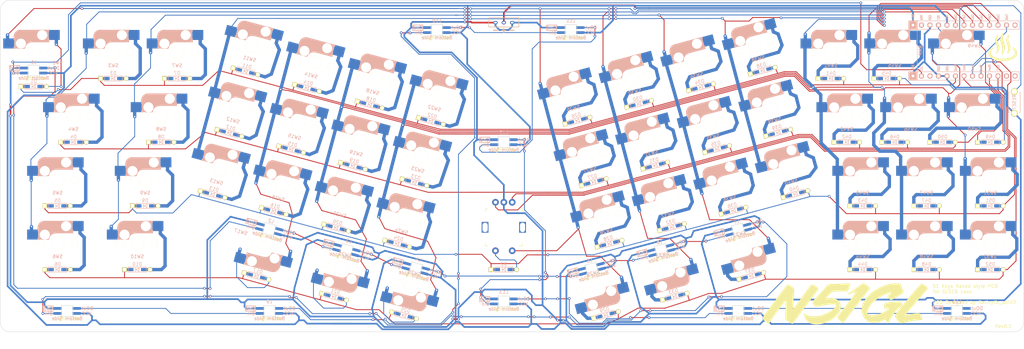
<source format=kicad_pcb>
(kicad_pcb (version 20171130) (host pcbnew "(5.1.5)-3")
  (layers (0 F.Cu signal) (31 B.Cu signal) (34 B.Paste user) (35 F.Paste user) (36 B.SilkS user) (37 F.SilkS user) (38 B.Mask user) (39 F.Mask user) (44 Edge.Cuts user))
  (net 0 "")
  (net 1 GND)
  (net 2 "Net-(D1-Pad2)")
  (net 3 Row0)
  (net 4 "Net-(D2-Pad2)")
  (net 5 Row2)
  (net 6 "Net-(D3-Pad2)")
  (net 7 "Net-(D4-Pad2)")
  (net 8 Row1)
  (net 9 "Net-(D5-Pad2)")
  (net 10 "Net-(D6-Pad2)")
  (net 11 Row3)
  (net 12 "Net-(D7-Pad2)")
  (net 13 "Net-(D8-Pad2)")
  (net 14 "Net-(D9-Pad2)")
  (net 15 "Net-(D10-Pad2)")
  (net 16 "Net-(D11-Pad2)")
  (net 17 "Net-(D12-Pad2)")
  (net 18 "Net-(D13-Pad2)")
  (net 19 "Net-(D14-Pad2)")
  (net 20 "Net-(D15-Pad2)")
  (net 21 "Net-(D16-Pad2)")
  (net 22 "Net-(D17-Pad2)")
  (net 23 "Net-(D18-Pad2)")
  (net 24 "Net-(D19-Pad2)")
  (net 25 "Net-(D20-Pad2)")
  (net 26 "Net-(D21-Pad2)")
  (net 27 "Net-(D22-Pad2)")
  (net 28 "Net-(D23-Pad2)")
  (net 29 "Net-(D24-Pad2)")
  (net 30 "Net-(D25-Pad2)")
  (net 31 "Net-(D26-Pad1)")
  (net 32 "Net-(D27-Pad1)")
  (net 33 "Net-(D28-Pad1)")
  (net 34 "Net-(D29-Pad1)")
  (net 35 "Net-(D30-Pad1)")
  (net 36 "Net-(D31-Pad1)")
  (net 37 "Net-(D32-Pad1)")
  (net 38 "Net-(D33-Pad1)")
  (net 39 "Net-(D34-Pad1)")
  (net 40 "Net-(D35-Pad1)")
  (net 41 "Net-(D36-Pad1)")
  (net 42 "Net-(D37-Pad1)")
  (net 43 "Net-(D38-Pad1)")
  (net 44 "Net-(D39-Pad1)")
  (net 45 "Net-(D40-Pad1)")
  (net 46 "Net-(D41-Pad1)")
  (net 47 "Net-(D42-Pad1)")
  (net 48 "Net-(D43-Pad1)")
  (net 49 "Net-(D44-Pad1)")
  (net 50 "Net-(D45-Pad1)")
  (net 51 "Net-(D46-Pad1)")
  (net 52 "Net-(D47-Pad1)")
  (net 53 "Net-(D48-Pad1)")
  (net 54 "Net-(D49-Pad1)")
  (net 55 "Net-(D50-Pad1)")
  (net 56 "Net-(D51-Pad1)")
  (net 57 "Net-(D52-Pad1)")
  (net 58 Bat+)
  (net 59 VCC)
  (net 60 "Net-(L1-Pad1)")
  (net 61 LED)
  (net 62 "Net-(L2-Pad1)")
  (net 63 "Net-(L3-Pad1)")
  (net 64 "Net-(L4-Pad1)")
  (net 65 "Net-(L5-Pad1)")
  (net 66 "Net-(L6-Pad1)")
  (net 67 "Net-(L7-Pad1)")
  (net 68 "Net-(L8-Pad1)")
  (net 69 "Net-(L10-Pad3)")
  (net 70 "Net-(L10-Pad1)")
  (net 71 "Net-(L11-Pad1)")
  (net 72 "Net-(L12-Pad1)")
  (net 73 "Net-(L13-Pad1)")
  (net 74 "Net-(L14-Pad1)")
  (net 75 "Net-(L15-Pad1)")
  (net 76 Col0)
  (net 77 B1)
  (net 78 A1)
  (net 79 Col1)
  (net 80 Col2)
  (net 81 Col3)
  (net 82 Col4)
  (net 83 Col5)
  (net 84 Col6)
  (net 85 Reset)
  (net 86 "Net-(U1-Pad2)")
  (net 87 "Net-(U1-Pad11)")
  (net 88 "Net-(U1-Pad12)")
  (net 89 "Net-(U1-Pad13)")
  (net 90 "Net-(U1-Pad24)")
  (module kbd_Parts:Battery_XH2.5_GL_rev (layer B.Cu) (at 169.008711 23.8125)
    (fp_text reference J1)
    (fp_text value Conn_01x02 hide)
    (pad 2 thru_hole oval (at -2.5 -0.05) (size 1.3 1) (drill oval 0.8 0.5) (layers *.Cu *.Mask) (net 1 GND) (clearance 0.15))
    (pad 1 thru_hole oval (at 0 -0.05) (size 1.3 1) (drill oval 0.8 0.5) (layers *.Cu *.Mask) (net 58 Bat+) (clearance 0.15))
    (pad 2 thru_hole oval (at 2.5 -0.05) (size 1.3 1) (drill oval 0.8 0.5) (layers *.Cu *.Mask) (net 1 GND) (clearance 0.15))
  )
  (module logos:onsen (layer F.Cu) (at 318 31)
    (fp_text reference G*** hide)
    (fp_text value LOGO hide)
  )
  (module logos:N51GL (layer F.Cu) (at 271 108)
    (fp_text reference G*** hide)
    (fp_text value LOGO hide)
  )
  (module kbd_SW:CherryMX_Hotswap_1.0u (layer F.Cu) (at 121.021936 77.388001 345)
    (fp_text reference SW20 (at 0 4 165) (layer B.SilkS) (effects (justify mirror)))
    (fp_text value SW_PUSH hide)
    (pad 2 smd rect (at 5.7 -5.12 165) (size 3.3 3) (drill (offset -0.45 0)) (layers B.Cu B.Paste B.Mask) (net 25 "Net-(D20-Pad2)"))
    (pad "" np_thru_hole circle (at -5.08 0 345) (size 2.2 2.2) (drill 2.2) (layers *.Cu *.Mask F.SilkS))
    (pad "" np_thru_hole circle (at 5.08 0 345) (size 2.2 2.2) (drill 2.2) (layers *.Cu *.Mask F.SilkS))
    (pad "" np_thru_hole circle (at 0 0 75) (size 4 4) (drill 4) (layers *.Cu *.Mask F.SilkS))
    (pad "" np_thru_hole circle (at 2.54 -5.08 165) (size 3 3) (drill 3) (layers *.Cu *.Mask))
    (pad "" np_thru_hole circle (at -3.81 -2.54 165) (size 3 3) (drill 3) (layers *.Cu *.Mask))
    (pad 1 smd rect (at -7 -2.58 165) (size 3.3 3) (drill (offset 0.45 0)) (layers B.Cu B.Paste B.Mask) (net 83 Col5))
  )
  (module kbd_SW:CherryMX_Hotswap_1.0u_Small1 (layer F.Cu) (at 285.76875 32.575)
    (fp_text reference SW45 (at 0 4) (layer B.SilkS) (effects (justify mirror)))
    (fp_text value SW_PUSH hide)
    (pad 1 smd rect (at -7 -2.58 180) (size 3.3 3) (drill (offset 0.45 0)) (layers B.Cu B.Paste B.Mask) (net 83 Col5))
    (pad "" np_thru_hole circle (at -3.81 -2.54 180) (size 3 3) (drill 3) (layers *.Cu *.Mask))
    (pad "" np_thru_hole circle (at 2.54 -5.08 180) (size 3 3) (drill 3) (layers *.Cu *.Mask))
    (pad "" np_thru_hole circle (at 0 0 90) (size 4 4) (drill 4) (layers *.Cu *.Mask F.SilkS))
    (pad "" np_thru_hole circle (at 5.08 0) (size 2.2 2.2) (drill 2.2) (layers *.Cu *.Mask F.SilkS))
    (pad "" np_thru_hole circle (at -5.08 0) (size 2.2 2.2) (drill 2.2) (layers *.Cu *.Mask F.SilkS))
    (pad 2 smd rect (at 5.7 -5.12 180) (size 3.3 2.8) (drill (offset -0.45 -0.1)) (layers B.Cu B.Paste B.Mask) (net 50 "Net-(D45-Pad1)"))
  )
  (module kbd_Parts:Micon_BMP_GL (layer B.Cu) (at 308.22 32.08 270)
    (fp_text reference U1 hide)
    (fp_text value BLEMicroPro hide)
    (fp_text user BMP (at 0 14.72 90) (layer B.SilkS) (effects (justify mirror)))
    (fp_text user BAT- (at 5.3 17.018 90) (layer B.SilkS) (effects (font (size 0.75 0.5) (thickness 0.125)) (justify mirror)))
    (fp_text user BAT+ (at -9.9155 17.018 90) (layer B.SilkS) (effects (font (size 0.75 0.5) (thickness 0.125)) (justify mirror)))
    (fp_text user "" (at -0.5 17.25 90) (layer B.SilkS) (effects (justify mirror)))
    (fp_text user "" (at -1.2065 16.256 90) (layer F.SilkS))
    (fp_text user RAW (at -9.8155 14.478 90) (layer B.SilkS) (effects (font (size 0.75 0.5) (thickness 0.125)) (justify mirror)))
    (fp_text user LED (at 5.5 14.478 90) (layer B.SilkS) (effects (font (size 0.75 0.5) (thickness 0.125)) (justify mirror)))
    (fp_text user GND (at -9.8155 11.938 90) (layer B.SilkS) (effects (font (size 0.75 0.5) (thickness 0.125)) (justify mirror)))
    (fp_text user RST (at -9.8155 9.3345 90) (layer B.SilkS) (effects (font (size 0.75 0.5) (thickness 0.125)) (justify mirror)))
    (fp_text user GND (at 5.4245 9.3345 90) (layer B.SilkS) (effects (font (size 0.75 0.5) (thickness 0.125)) (justify mirror)))
    (fp_text user VCC (at -9.8155 6.858 90) (layer B.SilkS) (effects (font (size 0.75 0.5) (thickness 0.125)) (justify mirror)))
    (fp_text user GND (at 5.361 6.7945 90) (layer B.SilkS) (effects (font (size 0.75 0.5) (thickness 0.125)) (justify mirror)))
    (fp_text user Col3 (at -9.9 -3.35 90) (layer B.SilkS) (effects (font (size 0.75 0.5) (thickness 0.125)) (justify mirror)))
    (fp_text user Row2 (at 5.2 -0.8 90) (layer B.SilkS) (effects (font (size 0.75 0.5) (thickness 0.125)) (justify mirror)))
    (fp_text user Col2 (at -9.9 -0.762 90) (layer B.SilkS) (effects (font (size 0.75 0.5) (thickness 0.125)) (justify mirror)))
    (fp_text user Row1 (at 5.161 1.778 90) (layer B.SilkS) (effects (font (size 0.75 0.5) (thickness 0.125)) (justify mirror)))
    (fp_text user Col1 (at -9.85 1.778 90) (layer B.SilkS) (effects (font (size 0.75 0.5) (thickness 0.125)) (justify mirror)))
    (fp_text user Row0 (at 5.161 4.318 90) (layer B.SilkS) (effects (font (size 0.75 0.5) (thickness 0.125)) (justify mirror)))
    (fp_text user Col0 (at -9.9 4.3 90) (layer B.SilkS) (effects (font (size 0.75 0.5) (thickness 0.125)) (justify mirror)))
    (fp_text user Col6 (at -9.95 -10.95 90) (layer B.SilkS) (effects (font (size 0.75 0.5) (thickness 0.125)) (justify mirror)))
    (fp_text user Col7 (at 5.2 -8.4455 90) (layer B.SilkS) (effects (font (size 0.75 0.5) (thickness 0.125)) (justify mirror)))
    (fp_text user Col5 (at -9.95 -8.4455 90) (layer B.SilkS) (effects (font (size 0.75 0.5) (thickness 0.125)) (justify mirror)))
    (fp_text user Row4 (at 5.2 -5.85 90) (layer B.SilkS) (effects (font (size 0.75 0.5) (thickness 0.125)) (justify mirror)))
    (fp_text user Col4 (at -9.95 -5.85 90) (layer B.SilkS) (effects (font (size 0.75 0.5) (thickness 0.125)) (justify mirror)))
    (fp_text user Row3 (at 5.25 -3.302 90) (layer B.SilkS) (effects (font (size 0.75 0.5) (thickness 0.125)) (justify mirror)))
    (pad 25 thru_hole circle (at -7.5636 17.018 270) (size 1.524 1.524) (drill 0.8128) (layers *.Cu *.Mask B.SilkS) (net 58 Bat+))
    (pad 26 thru_hole circle (at 7.6564 17.018 270) (size 1.524 1.524) (drill 0.8128) (layers *.Cu *.Mask B.SilkS) (net 1 GND))
    (pad 1 thru_hole circle (at 7.6564 14.478 270) (size 1.524 1.524) (drill 0.8128) (layers *.Cu *.Mask B.SilkS) (net 61 LED))
    (pad 2 thru_hole circle (at 7.6564 11.938 270) (size 1.524 1.524) (drill 0.8128) (layers *.Cu *.Mask B.SilkS) (net 86 "Net-(U1-Pad2)"))
    (pad 3 thru_hole circle (at 7.6564 9.398 270) (size 1.524 1.524) (drill 0.8128) (layers *.Cu *.Mask B.SilkS) (net 1 GND))
    (pad 4 thru_hole circle (at 7.6564 6.858 270) (size 1.524 1.524) (drill 0.8128) (layers *.Cu *.Mask B.SilkS) (net 1 GND))
    (pad 5 thru_hole circle (at 7.6564 4.318 270) (size 1.524 1.524) (drill 0.8128) (layers *.Cu *.Mask B.SilkS) (net 3 Row0))
    (pad 6 thru_hole circle (at 7.6564 1.778 270) (size 1.524 1.524) (drill 0.8128) (layers *.Cu *.Mask B.SilkS) (net 8 Row1))
    (pad 7 thru_hole circle (at 7.6564 -0.762 270) (size 1.524 1.524) (drill 0.8128) (layers *.Cu *.Mask B.SilkS) (net 5 Row2))
    (pad 8 thru_hole circle (at 7.6564 -3.302 270) (size 1.524 1.524) (drill 0.8128) (layers *.Cu *.Mask B.SilkS) (net 11 Row3))
    (pad 9 thru_hole circle (at 7.6564 -5.842 270) (size 1.524 1.524) (drill 0.8128) (layers *.Cu *.Mask B.SilkS) (net 78 A1))
    (pad 10 thru_hole circle (at 7.6564 -8.382 270) (size 1.524 1.524) (drill 0.8128) (layers *.Cu *.Mask B.SilkS) (net 77 B1))
    (pad 11 thru_hole circle (at 7.6564 -10.922 270) (size 1.524 1.524) (drill 0.8128) (layers *.Cu *.Mask B.SilkS) (net 87 "Net-(U1-Pad11)"))
    (pad 12 thru_hole circle (at 7.6564 -13.462 270) (size 1.524 1.524) (drill 0.8128) (layers *.Cu *.Mask B.SilkS) (net 88 "Net-(U1-Pad12)"))
    (pad 13 thru_hole circle (at -7.5636 -13.462 270) (size 1.524 1.524) (drill 0.8128) (layers *.Cu *.Mask B.SilkS) (net 89 "Net-(U1-Pad13)"))
    (pad 14 thru_hole circle (at -7.5636 -10.922 270) (size 1.524 1.524) (drill 0.8128) (layers *.Cu *.Mask B.SilkS) (net 84 Col6))
    (pad 15 thru_hole circle (at -7.5636 -8.382 270) (size 1.524 1.524) (drill 0.8128) (layers *.Cu *.Mask B.SilkS) (net 83 Col5))
    (pad 16 thru_hole circle (at -7.5636 -5.842 270) (size 1.524 1.524) (drill 0.8128) (layers *.Cu *.Mask B.SilkS) (net 82 Col4))
    (pad 17 thru_hole circle (at -7.5636 -3.302 270) (size 1.524 1.524) (drill 0.8128) (layers *.Cu *.Mask B.SilkS) (net 81 Col3))
    (pad 18 thru_hole circle (at -7.5636 -0.762 270) (size 1.524 1.524) (drill 0.8128) (layers *.Cu *.Mask B.SilkS) (net 80 Col2))
    (pad 19 thru_hole circle (at -7.5636 1.778 270) (size 1.524 1.524) (drill 0.8128) (layers *.Cu *.Mask B.SilkS) (net 79 Col1))
    (pad 20 thru_hole circle (at -7.5636 4.318 270) (size 1.524 1.524) (drill 0.8128) (layers *.Cu *.Mask B.SilkS) (net 76 Col0))
    (pad 21 thru_hole circle (at -7.5636 6.858 270) (size 1.524 1.524) (drill 0.8128) (layers *.Cu *.Mask B.SilkS) (net 59 VCC))
    (pad 22 thru_hole circle (at -7.5636 9.398 270) (size 1.524 1.524) (drill 0.8128) (layers *.Cu *.Mask B.SilkS) (net 85 Reset))
    (pad 23 thru_hole circle (at -7.5636 11.938 270) (size 1.524 1.524) (drill 0.8128) (layers *.Cu *.Mask B.SilkS) (net 1 GND))
    (pad 24 thru_hole circle (at -7.5636 14.478 270) (size 1.524 1.524) (drill 0.8128) (layers *.Cu *.Mask B.SilkS) (net 90 "Net-(U1-Pad24)"))
  )
  (module kbd_Parts:ResetSW (layer F.Cu) (at 321.46875 47.625 90)
    (fp_text reference SW53 hide)
    (fp_text value SW_PUSH)
    (fp_text user RESET (at 0.127 0 90) (layer B.SilkS) (effects (justify mirror)))
    (pad 2 thru_hole circle (at -3.25 0 90) (size 2 2) (drill 1.3) (layers *.Cu *.Mask F.SilkS) (net 1 GND))
    (pad 1 thru_hole circle (at 3.25 0 90) (size 2 2) (drill 1.3) (layers *.Cu *.Mask F.SilkS) (net 85 Reset))
  )
  (module kbd_SW:CherryMX_Hotswap_1.0u (layer F.Cu) (at 314.31875 89.725)
    (fp_text reference SW52 (at 0 4) (layer B.SilkS) (effects (justify mirror)))
    (fp_text value SW_PUSH hide)
    (pad 2 smd rect (at 5.7 -5.12 180) (size 3.3 3) (drill (offset -0.45 0)) (layers B.Cu B.Paste B.Mask) (net 57 "Net-(D52-Pad1)"))
    (pad "" np_thru_hole circle (at -5.08 0) (size 2.2 2.2) (drill 2.2) (layers *.Cu *.Mask F.SilkS))
    (pad "" np_thru_hole circle (at 5.08 0) (size 2.2 2.2) (drill 2.2) (layers *.Cu *.Mask F.SilkS))
    (pad "" np_thru_hole circle (at 0 0 90) (size 4 4) (drill 4) (layers *.Cu *.Mask F.SilkS))
    (pad "" np_thru_hole circle (at 2.54 -5.08 180) (size 3 3) (drill 3) (layers *.Cu *.Mask))
    (pad "" np_thru_hole circle (at -3.81 -2.54 180) (size 3 3) (drill 3) (layers *.Cu *.Mask))
    (pad 1 smd rect (at -7 -2.58 180) (size 3.3 3) (drill (offset 0.45 0)) (layers B.Cu B.Paste B.Mask) (net 84 Col6))
  )
  (module kbd_SW:CherryMX_Hotswap_1.0u (layer F.Cu) (at 314.31875 70.675)
    (fp_text reference SW51 (at 0 4) (layer B.SilkS) (effects (justify mirror)))
    (fp_text value SW_PUSH hide)
    (pad 2 smd rect (at 5.7 -5.12 180) (size 3.3 3) (drill (offset -0.45 0)) (layers B.Cu B.Paste B.Mask) (net 56 "Net-(D51-Pad1)"))
    (pad "" np_thru_hole circle (at -5.08 0) (size 2.2 2.2) (drill 2.2) (layers *.Cu *.Mask F.SilkS))
    (pad "" np_thru_hole circle (at 5.08 0) (size 2.2 2.2) (drill 2.2) (layers *.Cu *.Mask F.SilkS))
    (pad "" np_thru_hole circle (at 0 0 90) (size 4 4) (drill 4) (layers *.Cu *.Mask F.SilkS))
    (pad "" np_thru_hole circle (at 2.54 -5.08 180) (size 3 3) (drill 3) (layers *.Cu *.Mask))
    (pad "" np_thru_hole circle (at -3.81 -2.54 180) (size 3 3) (drill 3) (layers *.Cu *.Mask))
    (pad 1 smd rect (at -7 -2.58 180) (size 3.3 3) (drill (offset 0.45 0)) (layers B.Cu B.Paste B.Mask) (net 84 Col6))
  )
  (module kbd_SW:CherryMX_Hotswap_1.0u (layer F.Cu) (at 309.56875 51.625)
    (fp_text reference SW50 (at 0 4) (layer B.SilkS) (effects (justify mirror)))
    (fp_text value SW_PUSH hide)
    (pad 2 smd rect (at 5.7 -5.12 180) (size 3.3 3) (drill (offset -0.45 0)) (layers B.Cu B.Paste B.Mask) (net 55 "Net-(D50-Pad1)"))
    (pad "" np_thru_hole circle (at -5.08 0) (size 2.2 2.2) (drill 2.2) (layers *.Cu *.Mask F.SilkS))
    (pad "" np_thru_hole circle (at 5.08 0) (size 2.2 2.2) (drill 2.2) (layers *.Cu *.Mask F.SilkS))
    (pad "" np_thru_hole circle (at 0 0 90) (size 4 4) (drill 4) (layers *.Cu *.Mask F.SilkS))
    (pad "" np_thru_hole circle (at 2.54 -5.08 180) (size 3 3) (drill 3) (layers *.Cu *.Mask))
    (pad "" np_thru_hole circle (at -3.81 -2.54 180) (size 3 3) (drill 3) (layers *.Cu *.Mask))
    (pad 1 smd rect (at -7 -2.58 180) (size 3.3 3) (drill (offset 0.45 0)) (layers B.Cu B.Paste B.Mask) (net 84 Col6))
  )
  (module kbd_SW:CherryMX_Hotswap_1.0u_Small1 (layer F.Cu) (at 304.81875 32.575)
    (fp_text reference SW49 (at 4.78125 -1.875) (layer B.SilkS) (effects (justify mirror)))
    (fp_text value SW_PUSH hide)
    (pad 1 smd rect (at -7 -2.58 180) (size 3.3 3) (drill (offset 0.45 0)) (layers B.Cu B.Paste B.Mask) (net 84 Col6))
    (pad "" np_thru_hole circle (at -3.81 -2.54 180) (size 3 3) (drill 3) (layers *.Cu *.Mask))
    (pad "" np_thru_hole circle (at 2.54 -5.08 180) (size 3 3) (drill 3) (layers *.Cu *.Mask))
    (pad "" np_thru_hole circle (at 0 0 90) (size 4 4) (drill 4) (layers *.Cu *.Mask F.SilkS))
    (pad "" np_thru_hole circle (at 5.08 0) (size 2.2 2.2) (drill 2.2) (layers *.Cu *.Mask F.SilkS))
    (pad "" np_thru_hole circle (at -5.08 0) (size 2.2 2.2) (drill 2.2) (layers *.Cu *.Mask F.SilkS))
    (pad 2 smd rect (at 5.7 -5.12 180) (size 3.3 2.8) (drill (offset -0.45 -0.1)) (layers B.Cu B.Paste B.Mask) (net 54 "Net-(D49-Pad1)"))
  )
  (module kbd_SW:CherryMX_Hotswap_1.0u (layer F.Cu) (at 295.26875 89.725)
    (fp_text reference SW48 (at 0 4) (layer B.SilkS) (effects (justify mirror)))
    (fp_text value SW_PUSH hide)
    (pad 2 smd rect (at 5.7 -5.12 180) (size 3.3 3) (drill (offset -0.45 0)) (layers B.Cu B.Paste B.Mask) (net 53 "Net-(D48-Pad1)"))
    (pad "" np_thru_hole circle (at -5.08 0) (size 2.2 2.2) (drill 2.2) (layers *.Cu *.Mask F.SilkS))
    (pad "" np_thru_hole circle (at 5.08 0) (size 2.2 2.2) (drill 2.2) (layers *.Cu *.Mask F.SilkS))
    (pad "" np_thru_hole circle (at 0 0 90) (size 4 4) (drill 4) (layers *.Cu *.Mask F.SilkS))
    (pad "" np_thru_hole circle (at 2.54 -5.08 180) (size 3 3) (drill 3) (layers *.Cu *.Mask))
    (pad "" np_thru_hole circle (at -3.81 -2.54 180) (size 3 3) (drill 3) (layers *.Cu *.Mask))
    (pad 1 smd rect (at -7 -2.58 180) (size 3.3 3) (drill (offset 0.45 0)) (layers B.Cu B.Paste B.Mask) (net 83 Col5))
  )
  (module kbd_SW:CherryMX_Hotswap_1.0u (layer F.Cu) (at 295.26875 70.675)
    (fp_text reference SW47 (at 0 4) (layer B.SilkS) (effects (justify mirror)))
    (fp_text value SW_PUSH hide)
    (pad 2 smd rect (at 5.7 -5.12 180) (size 3.3 3) (drill (offset -0.45 0)) (layers B.Cu B.Paste B.Mask) (net 52 "Net-(D47-Pad1)"))
    (pad "" np_thru_hole circle (at -5.08 0) (size 2.2 2.2) (drill 2.2) (layers *.Cu *.Mask F.SilkS))
    (pad "" np_thru_hole circle (at 5.08 0) (size 2.2 2.2) (drill 2.2) (layers *.Cu *.Mask F.SilkS))
    (pad "" np_thru_hole circle (at 0 0 90) (size 4 4) (drill 4) (layers *.Cu *.Mask F.SilkS))
    (pad "" np_thru_hole circle (at 2.54 -5.08 180) (size 3 3) (drill 3) (layers *.Cu *.Mask))
    (pad "" np_thru_hole circle (at -3.81 -2.54 180) (size 3 3) (drill 3) (layers *.Cu *.Mask))
    (pad 1 smd rect (at -7 -2.58 180) (size 3.3 3) (drill (offset 0.45 0)) (layers B.Cu B.Paste B.Mask) (net 83 Col5))
  )
  (module kbd_SW:CherryMX_Hotswap_1.0u (layer F.Cu) (at 290.51875 51.625)
    (fp_text reference SW46 (at 0 4) (layer B.SilkS) (effects (justify mirror)))
    (fp_text value SW_PUSH hide)
    (pad 2 smd rect (at 5.7 -5.12 180) (size 3.3 3) (drill (offset -0.45 0)) (layers B.Cu B.Paste B.Mask) (net 51 "Net-(D46-Pad1)"))
    (pad "" np_thru_hole circle (at -5.08 0) (size 2.2 2.2) (drill 2.2) (layers *.Cu *.Mask F.SilkS))
    (pad "" np_thru_hole circle (at 5.08 0) (size 2.2 2.2) (drill 2.2) (layers *.Cu *.Mask F.SilkS))
    (pad "" np_thru_hole circle (at 0 0 90) (size 4 4) (drill 4) (layers *.Cu *.Mask F.SilkS))
    (pad "" np_thru_hole circle (at 2.54 -5.08 180) (size 3 3) (drill 3) (layers *.Cu *.Mask))
    (pad "" np_thru_hole circle (at -3.81 -2.54 180) (size 3 3) (drill 3) (layers *.Cu *.Mask))
    (pad 1 smd rect (at -7 -2.58 180) (size 3.3 3) (drill (offset 0.45 0)) (layers B.Cu B.Paste B.Mask) (net 83 Col5))
  )
  (module kbd_SW:CherryMX_Hotswap_1.0u (layer F.Cu) (at 276.21875 89.725)
    (fp_text reference SW44 (at 0 4) (layer B.SilkS) (effects (justify mirror)))
    (fp_text value SW_PUSH hide)
    (pad 2 smd rect (at 5.7 -5.12 180) (size 3.3 3) (drill (offset -0.45 0)) (layers B.Cu B.Paste B.Mask) (net 49 "Net-(D44-Pad1)"))
    (pad "" np_thru_hole circle (at -5.08 0) (size 2.2 2.2) (drill 2.2) (layers *.Cu *.Mask F.SilkS))
    (pad "" np_thru_hole circle (at 5.08 0) (size 2.2 2.2) (drill 2.2) (layers *.Cu *.Mask F.SilkS))
    (pad "" np_thru_hole circle (at 0 0 90) (size 4 4) (drill 4) (layers *.Cu *.Mask F.SilkS))
    (pad "" np_thru_hole circle (at 2.54 -5.08 180) (size 3 3) (drill 3) (layers *.Cu *.Mask))
    (pad "" np_thru_hole circle (at -3.81 -2.54 180) (size 3 3) (drill 3) (layers *.Cu *.Mask))
    (pad 1 smd rect (at -7 -2.58 180) (size 3.3 3) (drill (offset 0.45 0)) (layers B.Cu B.Paste B.Mask) (net 82 Col4))
  )
  (module kbd_SW:CherryMX_Hotswap_1.0u (layer F.Cu) (at 276.21875 70.675)
    (fp_text reference SW43 (at 0 4) (layer B.SilkS) (effects (justify mirror)))
    (fp_text value SW_PUSH hide)
    (pad 2 smd rect (at 5.7 -5.12 180) (size 3.3 3) (drill (offset -0.45 0)) (layers B.Cu B.Paste B.Mask) (net 48 "Net-(D43-Pad1)"))
    (pad "" np_thru_hole circle (at -5.08 0) (size 2.2 2.2) (drill 2.2) (layers *.Cu *.Mask F.SilkS))
    (pad "" np_thru_hole circle (at 5.08 0) (size 2.2 2.2) (drill 2.2) (layers *.Cu *.Mask F.SilkS))
    (pad "" np_thru_hole circle (at 0 0 90) (size 4 4) (drill 4) (layers *.Cu *.Mask F.SilkS))
    (pad "" np_thru_hole circle (at 2.54 -5.08 180) (size 3 3) (drill 3) (layers *.Cu *.Mask))
    (pad "" np_thru_hole circle (at -3.81 -2.54 180) (size 3 3) (drill 3) (layers *.Cu *.Mask))
    (pad 1 smd rect (at -7 -2.58 180) (size 3.3 3) (drill (offset 0.45 0)) (layers B.Cu B.Paste B.Mask) (net 82 Col4))
  )
  (module kbd_SW:CherryMX_Hotswap_1.0u (layer F.Cu) (at 271.46875 51.625)
    (fp_text reference SW42 (at 0 4) (layer B.SilkS) (effects (justify mirror)))
    (fp_text value SW_PUSH hide)
    (pad 2 smd rect (at 5.7 -5.12 180) (size 3.3 3) (drill (offset -0.45 0)) (layers B.Cu B.Paste B.Mask) (net 47 "Net-(D42-Pad1)"))
    (pad "" np_thru_hole circle (at -5.08 0) (size 2.2 2.2) (drill 2.2) (layers *.Cu *.Mask F.SilkS))
    (pad "" np_thru_hole circle (at 5.08 0) (size 2.2 2.2) (drill 2.2) (layers *.Cu *.Mask F.SilkS))
    (pad "" np_thru_hole circle (at 0 0 90) (size 4 4) (drill 4) (layers *.Cu *.Mask F.SilkS))
    (pad "" np_thru_hole circle (at 2.54 -5.08 180) (size 3 3) (drill 3) (layers *.Cu *.Mask))
    (pad "" np_thru_hole circle (at -3.81 -2.54 180) (size 3 3) (drill 3) (layers *.Cu *.Mask))
    (pad 1 smd rect (at -7 -2.58 180) (size 3.3 3) (drill (offset 0.45 0)) (layers B.Cu B.Paste B.Mask) (net 82 Col4))
  )
  (module kbd_SW:CherryMX_Hotswap_1.0u (layer F.Cu) (at 266.71875 32.575)
    (fp_text reference SW41 (at 0 4) (layer B.SilkS) (effects (justify mirror)))
    (fp_text value SW_PUSH hide)
    (pad 2 smd rect (at 5.7 -5.12 180) (size 3.3 3) (drill (offset -0.45 0)) (layers B.Cu B.Paste B.Mask) (net 46 "Net-(D41-Pad1)"))
    (pad "" np_thru_hole circle (at -5.08 0) (size 2.2 2.2) (drill 2.2) (layers *.Cu *.Mask F.SilkS))
    (pad "" np_thru_hole circle (at 5.08 0) (size 2.2 2.2) (drill 2.2) (layers *.Cu *.Mask F.SilkS))
    (pad "" np_thru_hole circle (at 0 0 90) (size 4 4) (drill 4) (layers *.Cu *.Mask F.SilkS))
    (pad "" np_thru_hole circle (at 2.54 -5.08 180) (size 3 3) (drill 3) (layers *.Cu *.Mask))
    (pad "" np_thru_hole circle (at -3.81 -2.54 180) (size 3 3) (drill 3) (layers *.Cu *.Mask))
    (pad 1 smd rect (at -7 -2.58 180) (size 3.3 3) (drill (offset 0.45 0)) (layers B.Cu B.Paste B.Mask) (net 82 Col4))
  )
  (module kbd_SW:CherryMX_Hotswap_1.0u (layer F.Cu) (at 253.797259 67.526995 15)
    (fp_text reference SW40 (at 0 4 15) (layer B.SilkS) (effects (justify mirror)))
    (fp_text value SW_PUSH hide)
    (pad 2 smd rect (at 5.7 -5.12 195) (size 3.3 3) (drill (offset -0.45 0)) (layers B.Cu B.Paste B.Mask) (net 45 "Net-(D40-Pad1)"))
    (pad "" np_thru_hole circle (at -5.08 0 15) (size 2.2 2.2) (drill 2.2) (layers *.Cu *.Mask F.SilkS))
    (pad "" np_thru_hole circle (at 5.08 0 15) (size 2.2 2.2) (drill 2.2) (layers *.Cu *.Mask F.SilkS))
    (pad "" np_thru_hole circle (at 0 0 105) (size 4 4) (drill 4) (layers *.Cu *.Mask F.SilkS))
    (pad "" np_thru_hole circle (at 2.54 -5.08 195) (size 3 3) (drill 3) (layers *.Cu *.Mask))
    (pad "" np_thru_hole circle (at -3.81 -2.54 195) (size 3 3) (drill 3) (layers *.Cu *.Mask))
    (pad 1 smd rect (at -7 -2.58 195) (size 3.3 3) (drill (offset 0.45 0)) (layers B.Cu B.Paste B.Mask) (net 81 Col3))
  )
  (module kbd_SW:CherryMX_Hotswap_1.0u (layer F.Cu) (at 248.866756 49.126108 15)
    (fp_text reference SW39 (at 0 4 15) (layer B.SilkS) (effects (justify mirror)))
    (fp_text value SW_PUSH hide)
    (pad 2 smd rect (at 5.7 -5.12 195) (size 3.3 3) (drill (offset -0.45 0)) (layers B.Cu B.Paste B.Mask) (net 44 "Net-(D39-Pad1)"))
    (pad "" np_thru_hole circle (at -5.08 0 15) (size 2.2 2.2) (drill 2.2) (layers *.Cu *.Mask F.SilkS))
    (pad "" np_thru_hole circle (at 5.08 0 15) (size 2.2 2.2) (drill 2.2) (layers *.Cu *.Mask F.SilkS))
    (pad "" np_thru_hole circle (at 0 0 105) (size 4 4) (drill 4) (layers *.Cu *.Mask F.SilkS))
    (pad "" np_thru_hole circle (at 2.54 -5.08 195) (size 3 3) (drill 3) (layers *.Cu *.Mask))
    (pad "" np_thru_hole circle (at -3.81 -2.54 195) (size 3 3) (drill 3) (layers *.Cu *.Mask))
    (pad 1 smd rect (at -7 -2.58 195) (size 3.3 3) (drill (offset 0.45 0)) (layers B.Cu B.Paste B.Mask) (net 81 Col3))
  )
  (module kbd_SW:CherryMX_Hotswap_1.0u (layer F.Cu) (at 243.936252 30.725222 15)
    (fp_text reference SW38 (at 0 4 15) (layer B.SilkS) (effects (justify mirror)))
    (fp_text value SW_PUSH hide)
    (pad 2 smd rect (at 5.7 -5.12 195) (size 3.3 3) (drill (offset -0.45 0)) (layers B.Cu B.Paste B.Mask) (net 43 "Net-(D38-Pad1)"))
    (pad "" np_thru_hole circle (at -5.08 0 15) (size 2.2 2.2) (drill 2.2) (layers *.Cu *.Mask F.SilkS))
    (pad "" np_thru_hole circle (at 5.08 0 15) (size 2.2 2.2) (drill 2.2) (layers *.Cu *.Mask F.SilkS))
    (pad "" np_thru_hole circle (at 0 0 105) (size 4 4) (drill 4) (layers *.Cu *.Mask F.SilkS))
    (pad "" np_thru_hole circle (at 2.54 -5.08 195) (size 3 3) (drill 3) (layers *.Cu *.Mask))
    (pad "" np_thru_hole circle (at -3.81 -2.54 195) (size 3 3) (drill 3) (layers *.Cu *.Mask))
    (pad 1 smd rect (at -7 -2.58 195) (size 3.3 3) (drill (offset 0.45 0)) (layers B.Cu B.Paste B.Mask) (net 81 Col3))
  )
  (module kbd_SW:CherryMX_Hotswap_1.25u (layer F.Cu) (at 240.44768 90.858385 195)
    (fp_text reference SW37 (at 0 4 15) (layer B.SilkS) (effects (justify mirror)))
    (fp_text value SW_PUSH hide)
    (pad 2 smd rect (at 5.7 -5.12 15) (size 3.3 3) (drill (offset -0.45 0)) (layers B.Cu B.Paste B.Mask) (net 42 "Net-(D37-Pad1)"))
    (pad "" np_thru_hole circle (at -5.08 0 195) (size 2.2 2.2) (drill 2.2) (layers *.Cu *.Mask F.SilkS))
    (pad "" np_thru_hole circle (at 5.08 0 195) (size 2.2 2.2) (drill 2.2) (layers *.Cu *.Mask F.SilkS))
    (pad "" np_thru_hole circle (at 0 0 285) (size 4 4) (drill 4) (layers *.Cu *.Mask F.SilkS))
    (pad "" np_thru_hole circle (at 2.54 -5.08 15) (size 3 3) (drill 3) (layers *.Cu *.Mask))
    (pad "" np_thru_hole circle (at -3.81 -2.54 15) (size 3 3) (drill 3) (layers *.Cu *.Mask))
    (pad 1 smd rect (at -7 -2.58 15) (size 3.3 3) (drill (offset 0.45 0)) (layers B.Cu B.Paste B.Mask) (net 80 Col2))
  )
  (module kbd_SW:CherryMX_Hotswap_1.0u (layer F.Cu) (at 235.396372 72.457498 15)
    (fp_text reference SW36 (at 0 4 15) (layer B.SilkS) (effects (justify mirror)))
    (fp_text value SW_PUSH hide)
    (pad 2 smd rect (at 5.7 -5.12 195) (size 3.3 3) (drill (offset -0.45 0)) (layers B.Cu B.Paste B.Mask) (net 41 "Net-(D36-Pad1)"))
    (pad "" np_thru_hole circle (at -5.08 0 15) (size 2.2 2.2) (drill 2.2) (layers *.Cu *.Mask F.SilkS))
    (pad "" np_thru_hole circle (at 5.08 0 15) (size 2.2 2.2) (drill 2.2) (layers *.Cu *.Mask F.SilkS))
    (pad "" np_thru_hole circle (at 0 0 105) (size 4 4) (drill 4) (layers *.Cu *.Mask F.SilkS))
    (pad "" np_thru_hole circle (at 2.54 -5.08 195) (size 3 3) (drill 3) (layers *.Cu *.Mask))
    (pad "" np_thru_hole circle (at -3.81 -2.54 195) (size 3 3) (drill 3) (layers *.Cu *.Mask))
    (pad 1 smd rect (at -7 -2.58 195) (size 3.3 3) (drill (offset 0.45 0)) (layers B.Cu B.Paste B.Mask) (net 80 Col2))
  )
  (module kbd_SW:CherryMX_Hotswap_1.0u (layer F.Cu) (at 230.465869 54.056611 15)
    (fp_text reference SW35 (at 0 4 15) (layer B.SilkS) (effects (justify mirror)))
    (fp_text value SW_PUSH hide)
    (pad 2 smd rect (at 5.7 -5.12 195) (size 3.3 3) (drill (offset -0.45 0)) (layers B.Cu B.Paste B.Mask) (net 40 "Net-(D35-Pad1)"))
    (pad "" np_thru_hole circle (at -5.08 0 15) (size 2.2 2.2) (drill 2.2) (layers *.Cu *.Mask F.SilkS))
    (pad "" np_thru_hole circle (at 5.08 0 15) (size 2.2 2.2) (drill 2.2) (layers *.Cu *.Mask F.SilkS))
    (pad "" np_thru_hole circle (at 0 0 105) (size 4 4) (drill 4) (layers *.Cu *.Mask F.SilkS))
    (pad "" np_thru_hole circle (at 2.54 -5.08 195) (size 3 3) (drill 3) (layers *.Cu *.Mask))
    (pad "" np_thru_hole circle (at -3.81 -2.54 195) (size 3 3) (drill 3) (layers *.Cu *.Mask))
    (pad 1 smd rect (at -7 -2.58 195) (size 3.3 3) (drill (offset 0.45 0)) (layers B.Cu B.Paste B.Mask) (net 80 Col2))
  )
  (module kbd_SW:CherryMX_Hotswap_1.0u (layer F.Cu) (at 225.535365 35.655724 15)
    (fp_text reference SW34 (at 0 4 15) (layer B.SilkS) (effects (justify mirror)))
    (fp_text value SW_PUSH hide)
    (pad 2 smd rect (at 5.7 -5.12 195) (size 3.3 3) (drill (offset -0.45 0)) (layers B.Cu B.Paste B.Mask) (net 39 "Net-(D34-Pad1)"))
    (pad "" np_thru_hole circle (at -5.08 0 15) (size 2.2 2.2) (drill 2.2) (layers *.Cu *.Mask F.SilkS))
    (pad "" np_thru_hole circle (at 5.08 0 15) (size 2.2 2.2) (drill 2.2) (layers *.Cu *.Mask F.SilkS))
    (pad "" np_thru_hole circle (at 0 0 105) (size 4 4) (drill 4) (layers *.Cu *.Mask F.SilkS))
    (pad "" np_thru_hole circle (at 2.54 -5.08 195) (size 3 3) (drill 3) (layers *.Cu *.Mask))
    (pad "" np_thru_hole circle (at -3.81 -2.54 195) (size 3 3) (drill 3) (layers *.Cu *.Mask))
    (pad 1 smd rect (at -7 -2.58 195) (size 3.3 3) (drill (offset 0.45 0)) (layers B.Cu B.Paste B.Mask) (net 80 Col2))
  )
  (module kbd_SW:CherryMX_Hotswap_1.25u (layer F.Cu) (at 217.446571 97.021515 195)
    (fp_text reference SW33 (at 0 4 15) (layer B.SilkS) (effects (justify mirror)))
    (fp_text value SW_PUSH hide)
    (pad 2 smd rect (at 5.7 -5.12 15) (size 3.3 3) (drill (offset -0.45 0)) (layers B.Cu B.Paste B.Mask) (net 38 "Net-(D33-Pad1)"))
    (pad "" np_thru_hole circle (at -5.08 0 195) (size 2.2 2.2) (drill 2.2) (layers *.Cu *.Mask F.SilkS))
    (pad "" np_thru_hole circle (at 5.08 0 195) (size 2.2 2.2) (drill 2.2) (layers *.Cu *.Mask F.SilkS))
    (pad "" np_thru_hole circle (at 0 0 285) (size 4 4) (drill 4) (layers *.Cu *.Mask F.SilkS))
    (pad "" np_thru_hole circle (at 2.54 -5.08 15) (size 3 3) (drill 3) (layers *.Cu *.Mask))
    (pad "" np_thru_hole circle (at -3.81 -2.54 15) (size 3 3) (drill 3) (layers *.Cu *.Mask))
    (pad 1 smd rect (at -7 -2.58 15) (size 3.3 3) (drill (offset 0.45 0)) (layers B.Cu B.Paste B.Mask) (net 79 Col1))
  )
  (module kbd_SW:CherryMX_Hotswap_1.0u (layer F.Cu) (at 216.995485 77.388001 15)
    (fp_text reference SW32 (at 0 4 15) (layer B.SilkS) (effects (justify mirror)))
    (fp_text value SW_PUSH hide)
    (pad 2 smd rect (at 5.7 -5.12 195) (size 3.3 3) (drill (offset -0.45 0)) (layers B.Cu B.Paste B.Mask) (net 37 "Net-(D32-Pad1)"))
    (pad "" np_thru_hole circle (at -5.08 0 15) (size 2.2 2.2) (drill 2.2) (layers *.Cu *.Mask F.SilkS))
    (pad "" np_thru_hole circle (at 5.08 0 15) (size 2.2 2.2) (drill 2.2) (layers *.Cu *.Mask F.SilkS))
    (pad "" np_thru_hole circle (at 0 0 105) (size 4 4) (drill 4) (layers *.Cu *.Mask F.SilkS))
    (pad "" np_thru_hole circle (at 2.54 -5.08 195) (size 3 3) (drill 3) (layers *.Cu *.Mask))
    (pad "" np_thru_hole circle (at -3.81 -2.54 195) (size 3 3) (drill 3) (layers *.Cu *.Mask))
    (pad 1 smd rect (at -7 -2.58 195) (size 3.3 3) (drill (offset 0.45 0)) (layers B.Cu B.Paste B.Mask) (net 79 Col1))
  )
  (module kbd_SW:CherryMX_Hotswap_1.0u (layer F.Cu) (at 212.064981 58.987114 15)
    (fp_text reference SW31 (at 0 4 15) (layer B.SilkS) (effects (justify mirror)))
    (fp_text value SW_PUSH hide)
    (pad 2 smd rect (at 5.7 -5.12 195) (size 3.3 3) (drill (offset -0.45 0)) (layers B.Cu B.Paste B.Mask) (net 36 "Net-(D31-Pad1)"))
    (pad "" np_thru_hole circle (at -5.08 0 15) (size 2.2 2.2) (drill 2.2) (layers *.Cu *.Mask F.SilkS))
    (pad "" np_thru_hole circle (at 5.08 0 15) (size 2.2 2.2) (drill 2.2) (layers *.Cu *.Mask F.SilkS))
    (pad "" np_thru_hole circle (at 0 0 105) (size 4 4) (drill 4) (layers *.Cu *.Mask F.SilkS))
    (pad "" np_thru_hole circle (at 2.54 -5.08 195) (size 3 3) (drill 3) (layers *.Cu *.Mask))
    (pad "" np_thru_hole circle (at -3.81 -2.54 195) (size 3 3) (drill 3) (layers *.Cu *.Mask))
    (pad 1 smd rect (at -7 -2.58 195) (size 3.3 3) (drill (offset 0.45 0)) (layers B.Cu B.Paste B.Mask) (net 79 Col1))
  )
  (module kbd_SW:CherryMX_Hotswap_1.0u (layer F.Cu) (at 207.134478 40.586227 15)
    (fp_text reference SW30 (at 0 4 15) (layer B.SilkS) (effects (justify mirror)))
    (fp_text value SW_PUSH hide)
    (pad 2 smd rect (at 5.7 -5.12 195) (size 3.3 3) (drill (offset -0.45 0)) (layers B.Cu B.Paste B.Mask) (net 35 "Net-(D30-Pad1)"))
    (pad "" np_thru_hole circle (at -5.08 0 15) (size 2.2 2.2) (drill 2.2) (layers *.Cu *.Mask F.SilkS))
    (pad "" np_thru_hole circle (at 5.08 0 15) (size 2.2 2.2) (drill 2.2) (layers *.Cu *.Mask F.SilkS))
    (pad "" np_thru_hole circle (at 0 0 105) (size 4 4) (drill 4) (layers *.Cu *.Mask F.SilkS))
    (pad "" np_thru_hole circle (at 2.54 -5.08 195) (size 3 3) (drill 3) (layers *.Cu *.Mask))
    (pad "" np_thru_hole circle (at -3.81 -2.54 195) (size 3 3) (drill 3) (layers *.Cu *.Mask))
    (pad 1 smd rect (at -7 -2.58 195) (size 3.3 3) (drill (offset 0.45 0)) (layers B.Cu B.Paste B.Mask) (net 79 Col1))
  )
  (module kbd_SW:CherryMX_Hotswap_1.0u (layer F.Cu) (at 196.745574 102.568329 195)
    (fp_text reference SW29 (at 0 4 15) (layer B.SilkS) (effects (justify mirror)))
    (fp_text value SW_PUSH hide)
    (pad 2 smd rect (at 5.7 -5.12 15) (size 3.3 3) (drill (offset -0.45 0)) (layers B.Cu B.Paste B.Mask) (net 34 "Net-(D29-Pad1)"))
    (pad "" np_thru_hole circle (at -5.08 0 195) (size 2.2 2.2) (drill 2.2) (layers *.Cu *.Mask F.SilkS))
    (pad "" np_thru_hole circle (at 5.08 0 195) (size 2.2 2.2) (drill 2.2) (layers *.Cu *.Mask F.SilkS))
    (pad "" np_thru_hole circle (at 0 0 285) (size 4 4) (drill 4) (layers *.Cu *.Mask F.SilkS))
    (pad "" np_thru_hole circle (at 2.54 -5.08 15) (size 3 3) (drill 3) (layers *.Cu *.Mask))
    (pad "" np_thru_hole circle (at -3.81 -2.54 15) (size 3 3) (drill 3) (layers *.Cu *.Mask))
    (pad 1 smd rect (at -7 -2.58 15) (size 3.3 3) (drill (offset 0.45 0)) (layers B.Cu B.Paste B.Mask) (net 76 Col0))
  )
  (module kbd_SW:CherryMX_Hotswap_1.0u (layer F.Cu) (at 198.594598 82.318505 15)
    (fp_text reference SW28 (at 0 4 15) (layer B.SilkS) (effects (justify mirror)))
    (fp_text value SW_PUSH hide)
    (pad 2 smd rect (at 5.7 -5.12 195) (size 3.3 3) (drill (offset -0.45 0)) (layers B.Cu B.Paste B.Mask) (net 33 "Net-(D28-Pad1)"))
    (pad "" np_thru_hole circle (at -5.08 0 15) (size 2.2 2.2) (drill 2.2) (layers *.Cu *.Mask F.SilkS))
    (pad "" np_thru_hole circle (at 5.08 0 15) (size 2.2 2.2) (drill 2.2) (layers *.Cu *.Mask F.SilkS))
    (pad "" np_thru_hole circle (at 0 0 105) (size 4 4) (drill 4) (layers *.Cu *.Mask F.SilkS))
    (pad "" np_thru_hole circle (at 2.54 -5.08 195) (size 3 3) (drill 3) (layers *.Cu *.Mask))
    (pad "" np_thru_hole circle (at -3.81 -2.54 195) (size 3 3) (drill 3) (layers *.Cu *.Mask))
    (pad 1 smd rect (at -7 -2.58 195) (size 3.3 3) (drill (offset 0.45 0)) (layers B.Cu B.Paste B.Mask) (net 76 Col0))
  )
  (module kbd_SW:CherryMX_Hotswap_1.0u (layer F.Cu) (at 193.664094 63.917618 15)
    (fp_text reference SW27 (at 0 4 15) (layer B.SilkS) (effects (justify mirror)))
    (fp_text value SW_PUSH hide)
    (pad 2 smd rect (at 5.7 -5.12 195) (size 3.3 3) (drill (offset -0.45 0)) (layers B.Cu B.Paste B.Mask) (net 32 "Net-(D27-Pad1)"))
    (pad "" np_thru_hole circle (at -5.08 0 15) (size 2.2 2.2) (drill 2.2) (layers *.Cu *.Mask F.SilkS))
    (pad "" np_thru_hole circle (at 5.08 0 15) (size 2.2 2.2) (drill 2.2) (layers *.Cu *.Mask F.SilkS))
    (pad "" np_thru_hole circle (at 0 0 105) (size 4 4) (drill 4) (layers *.Cu *.Mask F.SilkS))
    (pad "" np_thru_hole circle (at 2.54 -5.08 195) (size 3 3) (drill 3) (layers *.Cu *.Mask))
    (pad "" np_thru_hole circle (at -3.81 -2.54 195) (size 3 3) (drill 3) (layers *.Cu *.Mask))
    (pad 1 smd rect (at -7 -2.58 195) (size 3.3 3) (drill (offset 0.45 0)) (layers B.Cu B.Paste B.Mask) (net 76 Col0))
  )
  (module kbd_SW:CherryMX_Hotswap_1.0u (layer F.Cu) (at 188.733591 45.51673 15)
    (fp_text reference SW26 (at 0 4 15) (layer B.SilkS) (effects (justify mirror)))
    (fp_text value SW_PUSH hide)
    (pad 2 smd rect (at 5.7 -5.12 195) (size 3.3 3) (drill (offset -0.45 0)) (layers B.Cu B.Paste B.Mask) (net 31 "Net-(D26-Pad1)"))
    (pad "" np_thru_hole circle (at -5.08 0 15) (size 2.2 2.2) (drill 2.2) (layers *.Cu *.Mask F.SilkS))
    (pad "" np_thru_hole circle (at 5.08 0 15) (size 2.2 2.2) (drill 2.2) (layers *.Cu *.Mask F.SilkS))
    (pad "" np_thru_hole circle (at 0 0 105) (size 4 4) (drill 4) (layers *.Cu *.Mask F.SilkS))
    (pad "" np_thru_hole circle (at 2.54 -5.08 195) (size 3 3) (drill 3) (layers *.Cu *.Mask))
    (pad "" np_thru_hole circle (at -3.81 -2.54 195) (size 3 3) (drill 3) (layers *.Cu *.Mask))
    (pad 1 smd rect (at -7 -2.58 195) (size 3.3 3) (drill (offset 0.45 0)) (layers B.Cu B.Paste B.Mask) (net 76 Col0))
  )
  (module kbd_SW:CherryMX_Hotswap_1.0u (layer F.Cu) (at 141.230374 102.568329 165)
    (fp_text reference SW25 (at 0 4 165) (layer B.SilkS) (effects (justify mirror)))
    (fp_text value SW_PUSH hide)
    (pad 2 smd rect (at 5.7 -5.12 345) (size 3.3 3) (drill (offset -0.45 0)) (layers B.Cu B.Paste B.Mask) (net 30 "Net-(D25-Pad2)"))
    (pad "" np_thru_hole circle (at -5.08 0 165) (size 2.2 2.2) (drill 2.2) (layers *.Cu *.Mask F.SilkS))
    (pad "" np_thru_hole circle (at 5.08 0 165) (size 2.2 2.2) (drill 2.2) (layers *.Cu *.Mask F.SilkS))
    (pad "" np_thru_hole circle (at 0 0 255) (size 4 4) (drill 4) (layers *.Cu *.Mask F.SilkS))
    (pad "" np_thru_hole circle (at 2.54 -5.08 345) (size 3 3) (drill 3) (layers *.Cu *.Mask))
    (pad "" np_thru_hole circle (at -3.81 -2.54 345) (size 3 3) (drill 3) (layers *.Cu *.Mask))
    (pad 1 smd rect (at -7 -2.58 345) (size 3.3 3) (drill (offset 0.45 0)) (layers B.Cu B.Paste B.Mask) (net 84 Col6))
  )
  (module kbd_SW:CherryMX_Hotswap_1.0u (layer F.Cu) (at 139.422823 82.318504 345)
    (fp_text reference SW24 (at 0 4 165) (layer B.SilkS) (effects (justify mirror)))
    (fp_text value SW_PUSH hide)
    (pad 2 smd rect (at 5.7 -5.12 165) (size 3.3 3) (drill (offset -0.45 0)) (layers B.Cu B.Paste B.Mask) (net 29 "Net-(D24-Pad2)"))
    (pad "" np_thru_hole circle (at -5.08 0 345) (size 2.2 2.2) (drill 2.2) (layers *.Cu *.Mask F.SilkS))
    (pad "" np_thru_hole circle (at 5.08 0 345) (size 2.2 2.2) (drill 2.2) (layers *.Cu *.Mask F.SilkS))
    (pad "" np_thru_hole circle (at 0 0 75) (size 4 4) (drill 4) (layers *.Cu *.Mask F.SilkS))
    (pad "" np_thru_hole circle (at 2.54 -5.08 165) (size 3 3) (drill 3) (layers *.Cu *.Mask))
    (pad "" np_thru_hole circle (at -3.81 -2.54 165) (size 3 3) (drill 3) (layers *.Cu *.Mask))
    (pad 1 smd rect (at -7 -2.58 165) (size 3.3 3) (drill (offset 0.45 0)) (layers B.Cu B.Paste B.Mask) (net 84 Col6))
  )
  (module kbd_SW:CherryMX_Hotswap_1.0u (layer F.Cu) (at 144.353326 63.917617 345)
    (fp_text reference SW23 (at 0 4 165) (layer B.SilkS) (effects (justify mirror)))
    (fp_text value SW_PUSH hide)
    (pad 2 smd rect (at 5.7 -5.12 165) (size 3.3 3) (drill (offset -0.45 0)) (layers B.Cu B.Paste B.Mask) (net 28 "Net-(D23-Pad2)"))
    (pad "" np_thru_hole circle (at -5.08 0 345) (size 2.2 2.2) (drill 2.2) (layers *.Cu *.Mask F.SilkS))
    (pad "" np_thru_hole circle (at 5.08 0 345) (size 2.2 2.2) (drill 2.2) (layers *.Cu *.Mask F.SilkS))
    (pad "" np_thru_hole circle (at 0 0 75) (size 4 4) (drill 4) (layers *.Cu *.Mask F.SilkS))
    (pad "" np_thru_hole circle (at 2.54 -5.08 165) (size 3 3) (drill 3) (layers *.Cu *.Mask))
    (pad "" np_thru_hole circle (at -3.81 -2.54 165) (size 3 3) (drill 3) (layers *.Cu *.Mask))
    (pad 1 smd rect (at -7 -2.58 165) (size 3.3 3) (drill (offset 0.45 0)) (layers B.Cu B.Paste B.Mask) (net 84 Col6))
  )
  (module kbd_SW:CherryMX_Hotswap_1.0u (layer F.Cu) (at 149.283828 45.51673 345)
    (fp_text reference SW22 (at 0 4 165) (layer B.SilkS) (effects (justify mirror)))
    (fp_text value SW_PUSH hide)
    (pad 2 smd rect (at 5.7 -5.12 165) (size 3.3 3) (drill (offset -0.45 0)) (layers B.Cu B.Paste B.Mask) (net 27 "Net-(D22-Pad2)"))
    (pad "" np_thru_hole circle (at -5.08 0 345) (size 2.2 2.2) (drill 2.2) (layers *.Cu *.Mask F.SilkS))
    (pad "" np_thru_hole circle (at 5.08 0 345) (size 2.2 2.2) (drill 2.2) (layers *.Cu *.Mask F.SilkS))
    (pad "" np_thru_hole circle (at 0 0 75) (size 4 4) (drill 4) (layers *.Cu *.Mask F.SilkS))
    (pad "" np_thru_hole circle (at 2.54 -5.08 165) (size 3 3) (drill 3) (layers *.Cu *.Mask))
    (pad "" np_thru_hole circle (at -3.81 -2.54 165) (size 3 3) (drill 3) (layers *.Cu *.Mask))
    (pad 1 smd rect (at -7 -2.58 165) (size 3.3 3) (drill (offset 0.45 0)) (layers B.Cu B.Paste B.Mask) (net 84 Col6))
  )
  (module kbd_SW:CherryMX_Hotswap_1.25u (layer F.Cu) (at 120.529377 97.021514 165)
    (fp_text reference SW21 (at 0 4 165) (layer B.SilkS) (effects (justify mirror)))
    (fp_text value SW_PUSH hide)
    (pad 2 smd rect (at 5.7 -5.12 345) (size 3.3 3) (drill (offset -0.45 0)) (layers B.Cu B.Paste B.Mask) (net 26 "Net-(D21-Pad2)"))
    (pad "" np_thru_hole circle (at -5.08 0 165) (size 2.2 2.2) (drill 2.2) (layers *.Cu *.Mask F.SilkS))
    (pad "" np_thru_hole circle (at 5.08 0 165) (size 2.2 2.2) (drill 2.2) (layers *.Cu *.Mask F.SilkS))
    (pad "" np_thru_hole circle (at 0 0 255) (size 4 4) (drill 4) (layers *.Cu *.Mask F.SilkS))
    (pad "" np_thru_hole circle (at 2.54 -5.08 345) (size 3 3) (drill 3) (layers *.Cu *.Mask))
    (pad "" np_thru_hole circle (at -3.81 -2.54 345) (size 3 3) (drill 3) (layers *.Cu *.Mask))
    (pad 1 smd rect (at -7 -2.58 345) (size 3.3 3) (drill (offset 0.45 0)) (layers B.Cu B.Paste B.Mask) (net 83 Col5))
  )
  (module kbd_SW:CherryMX_Hotswap_1.0u (layer F.Cu) (at 125.952439 58.987114 345)
    (fp_text reference SW19 (at 0 4 165) (layer B.SilkS) (effects (justify mirror)))
    (fp_text value SW_PUSH hide)
    (pad 2 smd rect (at 5.7 -5.12 165) (size 3.3 3) (drill (offset -0.45 0)) (layers B.Cu B.Paste B.Mask) (net 24 "Net-(D19-Pad2)"))
    (pad "" np_thru_hole circle (at -5.08 0 345) (size 2.2 2.2) (drill 2.2) (layers *.Cu *.Mask F.SilkS))
    (pad "" np_thru_hole circle (at 5.08 0 345) (size 2.2 2.2) (drill 2.2) (layers *.Cu *.Mask F.SilkS))
    (pad "" np_thru_hole circle (at 0 0 75) (size 4 4) (drill 4) (layers *.Cu *.Mask F.SilkS))
    (pad "" np_thru_hole circle (at 2.54 -5.08 165) (size 3 3) (drill 3) (layers *.Cu *.Mask))
    (pad "" np_thru_hole circle (at -3.81 -2.54 165) (size 3 3) (drill 3) (layers *.Cu *.Mask))
    (pad 1 smd rect (at -7 -2.58 165) (size 3.3 3) (drill (offset 0.45 0)) (layers B.Cu B.Paste B.Mask) (net 83 Col5))
  )
  (module kbd_SW:CherryMX_Hotswap_1.0u (layer F.Cu) (at 130.882942 40.586226 345)
    (fp_text reference SW18 (at 0 4 165) (layer B.SilkS) (effects (justify mirror)))
    (fp_text value SW_PUSH hide)
    (pad 2 smd rect (at 5.7 -5.12 165) (size 3.3 3) (drill (offset -0.45 0)) (layers B.Cu B.Paste B.Mask) (net 23 "Net-(D18-Pad2)"))
    (pad "" np_thru_hole circle (at -5.08 0 345) (size 2.2 2.2) (drill 2.2) (layers *.Cu *.Mask F.SilkS))
    (pad "" np_thru_hole circle (at 5.08 0 345) (size 2.2 2.2) (drill 2.2) (layers *.Cu *.Mask F.SilkS))
    (pad "" np_thru_hole circle (at 0 0 75) (size 4 4) (drill 4) (layers *.Cu *.Mask F.SilkS))
    (pad "" np_thru_hole circle (at 2.54 -5.08 165) (size 3 3) (drill 3) (layers *.Cu *.Mask))
    (pad "" np_thru_hole circle (at -3.81 -2.54 165) (size 3 3) (drill 3) (layers *.Cu *.Mask))
    (pad 1 smd rect (at -7 -2.58 165) (size 3.3 3) (drill (offset 0.45 0)) (layers B.Cu B.Paste B.Mask) (net 83 Col5))
  )
  (module kbd_SW:CherryMX_Hotswap_1.25u (layer F.Cu) (at 97.528268 90.858384 165)
    (fp_text reference SW17 (at 7.987207 2.53761 165) (layer B.SilkS) (effects (justify mirror)))
    (fp_text value SW_PUSH hide)
    (pad 2 smd rect (at 5.7 -5.12 345) (size 3.3 3) (drill (offset -0.45 0)) (layers B.Cu B.Paste B.Mask) (net 22 "Net-(D17-Pad2)"))
    (pad "" np_thru_hole circle (at -5.08 0 165) (size 2.2 2.2) (drill 2.2) (layers *.Cu *.Mask F.SilkS))
    (pad "" np_thru_hole circle (at 5.08 0 165) (size 2.2 2.2) (drill 2.2) (layers *.Cu *.Mask F.SilkS))
    (pad "" np_thru_hole circle (at 0 0 255) (size 4 4) (drill 4) (layers *.Cu *.Mask F.SilkS))
    (pad "" np_thru_hole circle (at 2.54 -5.08 345) (size 3 3) (drill 3) (layers *.Cu *.Mask))
    (pad "" np_thru_hole circle (at -3.81 -2.54 345) (size 3 3) (drill 3) (layers *.Cu *.Mask))
    (pad 1 smd rect (at -7 -2.58 345) (size 3.3 3) (drill (offset 0.45 0)) (layers B.Cu B.Paste B.Mask) (net 82 Col4))
  )
  (module kbd_SW:CherryMX_Hotswap_1.0u (layer F.Cu) (at 102.621049 72.457497 345)
    (fp_text reference SW16 (at 0 4 165) (layer B.SilkS) (effects (justify mirror)))
    (fp_text value SW_PUSH hide)
    (pad 2 smd rect (at 5.7 -5.12 165) (size 3.3 3) (drill (offset -0.45 0)) (layers B.Cu B.Paste B.Mask) (net 21 "Net-(D16-Pad2)"))
    (pad "" np_thru_hole circle (at -5.08 0 345) (size 2.2 2.2) (drill 2.2) (layers *.Cu *.Mask F.SilkS))
    (pad "" np_thru_hole circle (at 5.08 0 345) (size 2.2 2.2) (drill 2.2) (layers *.Cu *.Mask F.SilkS))
    (pad "" np_thru_hole circle (at 0 0 75) (size 4 4) (drill 4) (layers *.Cu *.Mask F.SilkS))
    (pad "" np_thru_hole circle (at 2.54 -5.08 165) (size 3 3) (drill 3) (layers *.Cu *.Mask))
    (pad "" np_thru_hole circle (at -3.81 -2.54 165) (size 3 3) (drill 3) (layers *.Cu *.Mask))
    (pad 1 smd rect (at -7 -2.58 165) (size 3.3 3) (drill (offset 0.45 0)) (layers B.Cu B.Paste B.Mask) (net 82 Col4))
  )
  (module kbd_SW:CherryMX_Hotswap_1.0u (layer F.Cu) (at 107.551552 54.05661 345)
    (fp_text reference SW15 (at 0 4 165) (layer B.SilkS) (effects (justify mirror)))
    (fp_text value SW_PUSH hide)
    (pad 2 smd rect (at 5.7 -5.12 165) (size 3.3 3) (drill (offset -0.45 0)) (layers B.Cu B.Paste B.Mask) (net 20 "Net-(D15-Pad2)"))
    (pad "" np_thru_hole circle (at -5.08 0 345) (size 2.2 2.2) (drill 2.2) (layers *.Cu *.Mask F.SilkS))
    (pad "" np_thru_hole circle (at 5.08 0 345) (size 2.2 2.2) (drill 2.2) (layers *.Cu *.Mask F.SilkS))
    (pad "" np_thru_hole circle (at 0 0 75) (size 4 4) (drill 4) (layers *.Cu *.Mask F.SilkS))
    (pad "" np_thru_hole circle (at 2.54 -5.08 165) (size 3 3) (drill 3) (layers *.Cu *.Mask))
    (pad "" np_thru_hole circle (at -3.81 -2.54 165) (size 3 3) (drill 3) (layers *.Cu *.Mask))
    (pad 1 smd rect (at -7 -2.58 165) (size 3.3 3) (drill (offset 0.45 0)) (layers B.Cu B.Paste B.Mask) (net 82 Col4))
  )
  (module kbd_SW:CherryMX_Hotswap_1.0u (layer F.Cu) (at 112.482055 35.655723 345)
    (fp_text reference SW14 (at 0 4 165) (layer B.SilkS) (effects (justify mirror)))
    (fp_text value SW_PUSH hide)
    (pad 2 smd rect (at 5.7 -5.12 165) (size 3.3 3) (drill (offset -0.45 0)) (layers B.Cu B.Paste B.Mask) (net 19 "Net-(D14-Pad2)"))
    (pad "" np_thru_hole circle (at -5.08 0 345) (size 2.2 2.2) (drill 2.2) (layers *.Cu *.Mask F.SilkS))
    (pad "" np_thru_hole circle (at 5.08 0 345) (size 2.2 2.2) (drill 2.2) (layers *.Cu *.Mask F.SilkS))
    (pad "" np_thru_hole circle (at 0 0 75) (size 4 4) (drill 4) (layers *.Cu *.Mask F.SilkS))
    (pad "" np_thru_hole circle (at 2.54 -5.08 165) (size 3 3) (drill 3) (layers *.Cu *.Mask))
    (pad "" np_thru_hole circle (at -3.81 -2.54 165) (size 3 3) (drill 3) (layers *.Cu *.Mask))
    (pad 1 smd rect (at -7 -2.58 165) (size 3.3 3) (drill (offset 0.45 0)) (layers B.Cu B.Paste B.Mask) (net 82 Col4))
  )
  (module kbd_SW:CherryMX_Hotswap_1.0u (layer F.Cu) (at 84.220162 67.526996 345)
    (fp_text reference SW13 (at 0 4 165) (layer B.SilkS) (effects (justify mirror)))
    (fp_text value SW_PUSH hide)
    (pad 2 smd rect (at 5.7 -5.12 165) (size 3.3 3) (drill (offset -0.45 0)) (layers B.Cu B.Paste B.Mask) (net 18 "Net-(D13-Pad2)"))
    (pad "" np_thru_hole circle (at -5.08 0 345) (size 2.2 2.2) (drill 2.2) (layers *.Cu *.Mask F.SilkS))
    (pad "" np_thru_hole circle (at 5.08 0 345) (size 2.2 2.2) (drill 2.2) (layers *.Cu *.Mask F.SilkS))
    (pad "" np_thru_hole circle (at 0 0 75) (size 4 4) (drill 4) (layers *.Cu *.Mask F.SilkS))
    (pad "" np_thru_hole circle (at 2.54 -5.08 165) (size 3 3) (drill 3) (layers *.Cu *.Mask))
    (pad "" np_thru_hole circle (at -3.81 -2.54 165) (size 3 3) (drill 3) (layers *.Cu *.Mask))
    (pad 1 smd rect (at -7 -2.58 165) (size 3.3 3) (drill (offset 0.45 0)) (layers B.Cu B.Paste B.Mask) (net 81 Col3))
  )
  (module kbd_SW:CherryMX_Hotswap_1.0u (layer F.Cu) (at 89.150665 49.126109 345)
    (fp_text reference SW12 (at 0 4 165) (layer B.SilkS) (effects (justify mirror)))
    (fp_text value SW_PUSH hide)
    (pad 2 smd rect (at 5.7 -5.12 165) (size 3.3 3) (drill (offset -0.45 0)) (layers B.Cu B.Paste B.Mask) (net 17 "Net-(D12-Pad2)"))
    (pad "" np_thru_hole circle (at -5.08 0 345) (size 2.2 2.2) (drill 2.2) (layers *.Cu *.Mask F.SilkS))
    (pad "" np_thru_hole circle (at 5.08 0 345) (size 2.2 2.2) (drill 2.2) (layers *.Cu *.Mask F.SilkS))
    (pad "" np_thru_hole circle (at 0 0 75) (size 4 4) (drill 4) (layers *.Cu *.Mask F.SilkS))
    (pad "" np_thru_hole circle (at 2.54 -5.08 165) (size 3 3) (drill 3) (layers *.Cu *.Mask))
    (pad "" np_thru_hole circle (at -3.81 -2.54 165) (size 3 3) (drill 3) (layers *.Cu *.Mask))
    (pad 1 smd rect (at -7 -2.58 165) (size 3.3 3) (drill (offset 0.45 0)) (layers B.Cu B.Paste B.Mask) (net 81 Col3))
  )
  (module kbd_SW:CherryMX_Hotswap_1.0u (layer F.Cu) (at 94.081167 30.725222 345)
    (fp_text reference SW11 (at 0 4 165) (layer B.SilkS) (effects (justify mirror)))
    (fp_text value SW_PUSH hide)
    (pad 2 smd rect (at 5.7 -5.12 165) (size 3.3 3) (drill (offset -0.45 0)) (layers B.Cu B.Paste B.Mask) (net 16 "Net-(D11-Pad2)"))
    (pad "" np_thru_hole circle (at -5.08 0 345) (size 2.2 2.2) (drill 2.2) (layers *.Cu *.Mask F.SilkS))
    (pad "" np_thru_hole circle (at 5.08 0 345) (size 2.2 2.2) (drill 2.2) (layers *.Cu *.Mask F.SilkS))
    (pad "" np_thru_hole circle (at 0 0 75) (size 4 4) (drill 4) (layers *.Cu *.Mask F.SilkS))
    (pad "" np_thru_hole circle (at 2.54 -5.08 165) (size 3 3) (drill 3) (layers *.Cu *.Mask))
    (pad "" np_thru_hole circle (at -3.81 -2.54 165) (size 3 3) (drill 3) (layers *.Cu *.Mask))
    (pad 1 smd rect (at -7 -2.58 165) (size 3.3 3) (drill (offset 0.45 0)) (layers B.Cu B.Paste B.Mask) (net 81 Col3))
  )
  (module kbd_SW:CherryMX_Hotswap_1.25u (layer F.Cu) (at 59.53125 89.725)
    (fp_text reference SW10 (at 0 4) (layer B.SilkS) (effects (justify mirror)))
    (fp_text value SW_PUSH hide)
    (pad 2 smd rect (at 5.7 -5.12 180) (size 3.3 3) (drill (offset -0.45 0)) (layers B.Cu B.Paste B.Mask) (net 15 "Net-(D10-Pad2)"))
    (pad "" np_thru_hole circle (at -5.08 0) (size 2.2 2.2) (drill 2.2) (layers *.Cu *.Mask F.SilkS))
    (pad "" np_thru_hole circle (at 5.08 0) (size 2.2 2.2) (drill 2.2) (layers *.Cu *.Mask F.SilkS))
    (pad "" np_thru_hole circle (at 0 0 90) (size 4 4) (drill 4) (layers *.Cu *.Mask F.SilkS))
    (pad "" np_thru_hole circle (at 2.54 -5.08 180) (size 3 3) (drill 3) (layers *.Cu *.Mask))
    (pad "" np_thru_hole circle (at -3.81 -2.54 180) (size 3 3) (drill 3) (layers *.Cu *.Mask))
    (pad 1 smd rect (at -7 -2.58 180) (size 3.3 3) (drill (offset 0.45 0)) (layers B.Cu B.Paste B.Mask) (net 80 Col2))
  )
  (module kbd_SW:CherryMX_Hotswap_1.0u (layer F.Cu) (at 61.9125 70.675)
    (fp_text reference SW9 (at 0 4) (layer B.SilkS) (effects (justify mirror)))
    (fp_text value SW_PUSH hide)
    (pad 2 smd rect (at 5.7 -5.12 180) (size 3.3 3) (drill (offset -0.45 0)) (layers B.Cu B.Paste B.Mask) (net 14 "Net-(D9-Pad2)"))
    (pad "" np_thru_hole circle (at -5.08 0) (size 2.2 2.2) (drill 2.2) (layers *.Cu *.Mask F.SilkS))
    (pad "" np_thru_hole circle (at 5.08 0) (size 2.2 2.2) (drill 2.2) (layers *.Cu *.Mask F.SilkS))
    (pad "" np_thru_hole circle (at 0 0 90) (size 4 4) (drill 4) (layers *.Cu *.Mask F.SilkS))
    (pad "" np_thru_hole circle (at 2.54 -5.08 180) (size 3 3) (drill 3) (layers *.Cu *.Mask))
    (pad "" np_thru_hole circle (at -3.81 -2.54 180) (size 3 3) (drill 3) (layers *.Cu *.Mask))
    (pad 1 smd rect (at -7 -2.58 180) (size 3.3 3) (drill (offset 0.45 0)) (layers B.Cu B.Paste B.Mask) (net 80 Col2))
  )
  (module kbd_SW:CherryMX_Hotswap_1.0u (layer F.Cu) (at 66.675 51.625)
    (fp_text reference SW8 (at 0 4) (layer B.SilkS) (effects (justify mirror)))
    (fp_text value SW_PUSH hide)
    (pad 2 smd rect (at 5.7 -5.12 180) (size 3.3 3) (drill (offset -0.45 0)) (layers B.Cu B.Paste B.Mask) (net 13 "Net-(D8-Pad2)"))
    (pad "" np_thru_hole circle (at -5.08 0) (size 2.2 2.2) (drill 2.2) (layers *.Cu *.Mask F.SilkS))
    (pad "" np_thru_hole circle (at 5.08 0) (size 2.2 2.2) (drill 2.2) (layers *.Cu *.Mask F.SilkS))
    (pad "" np_thru_hole circle (at 0 0 90) (size 4 4) (drill 4) (layers *.Cu *.Mask F.SilkS))
    (pad "" np_thru_hole circle (at 2.54 -5.08 180) (size 3 3) (drill 3) (layers *.Cu *.Mask))
    (pad "" np_thru_hole circle (at -3.81 -2.54 180) (size 3 3) (drill 3) (layers *.Cu *.Mask))
    (pad 1 smd rect (at -7 -2.58 180) (size 3.3 3) (drill (offset 0.45 0)) (layers B.Cu B.Paste B.Mask) (net 80 Col2))
  )
  (module kbd_SW:CherryMX_Hotswap_1.0u (layer F.Cu) (at 71.4375 32.575)
    (fp_text reference SW7 (at 0 4) (layer B.SilkS) (effects (justify mirror)))
    (fp_text value SW_PUSH hide)
    (pad 2 smd rect (at 5.7 -5.12 180) (size 3.3 3) (drill (offset -0.45 0)) (layers B.Cu B.Paste B.Mask) (net 12 "Net-(D7-Pad2)"))
    (pad "" np_thru_hole circle (at -5.08 0) (size 2.2 2.2) (drill 2.2) (layers *.Cu *.Mask F.SilkS))
    (pad "" np_thru_hole circle (at 5.08 0) (size 2.2 2.2) (drill 2.2) (layers *.Cu *.Mask F.SilkS))
    (pad "" np_thru_hole circle (at 0 0 90) (size 4 4) (drill 4) (layers *.Cu *.Mask F.SilkS))
    (pad "" np_thru_hole circle (at 2.54 -5.08 180) (size 3 3) (drill 3) (layers *.Cu *.Mask))
    (pad "" np_thru_hole circle (at -3.81 -2.54 180) (size 3 3) (drill 3) (layers *.Cu *.Mask))
    (pad 1 smd rect (at -7 -2.58 180) (size 3.3 3) (drill (offset 0.45 0)) (layers B.Cu B.Paste B.Mask) (net 80 Col2))
  )
  (module kbd_SW:CherryMX_Hotswap_1.25u (layer F.Cu) (at 35.71875 89.725)
    (fp_text reference SW6 (at 0 4) (layer B.SilkS) (effects (justify mirror)))
    (fp_text value SW_PUSH hide)
    (pad 2 smd rect (at 5.7 -5.12 180) (size 3.3 3) (drill (offset -0.45 0)) (layers B.Cu B.Paste B.Mask) (net 10 "Net-(D6-Pad2)"))
    (pad "" np_thru_hole circle (at -5.08 0) (size 2.2 2.2) (drill 2.2) (layers *.Cu *.Mask F.SilkS))
    (pad "" np_thru_hole circle (at 5.08 0) (size 2.2 2.2) (drill 2.2) (layers *.Cu *.Mask F.SilkS))
    (pad "" np_thru_hole circle (at 0 0 90) (size 4 4) (drill 4) (layers *.Cu *.Mask F.SilkS))
    (pad "" np_thru_hole circle (at 2.54 -5.08 180) (size 3 3) (drill 3) (layers *.Cu *.Mask))
    (pad "" np_thru_hole circle (at -3.81 -2.54 180) (size 3 3) (drill 3) (layers *.Cu *.Mask))
    (pad 1 smd rect (at -7 -2.58 180) (size 3.3 3) (drill (offset 0.45 0)) (layers B.Cu B.Paste B.Mask) (net 79 Col1))
  )
  (module kbd_SW:CherryMX_Hotswap_1.75u (layer F.Cu) (at 35.71875 70.675)
    (fp_text reference SW5 (at 0 4) (layer B.SilkS) (effects (justify mirror)))
    (fp_text value SW_PUSH hide)
    (pad 1 smd rect (at -7 -2.58 180) (size 3.3 3) (drill (offset 0.45 0)) (layers B.Cu B.Paste B.Mask) (net 79 Col1))
    (pad "" np_thru_hole circle (at -3.81 -2.54 180) (size 3 3) (drill 3) (layers *.Cu *.Mask))
    (pad "" np_thru_hole circle (at 2.54 -5.08 180) (size 3 3) (drill 3) (layers *.Cu *.Mask))
    (pad "" np_thru_hole circle (at 0 0 90) (size 4 4) (drill 4) (layers *.Cu *.Mask F.SilkS))
    (pad "" np_thru_hole circle (at 5.08 0) (size 2.2 2.2) (drill 2.2) (layers *.Cu *.Mask F.SilkS))
    (pad "" np_thru_hole circle (at -5.08 0) (size 1.8 1.8) (drill 1.8) (layers *.Cu *.Mask F.SilkS))
    (pad 2 smd rect (at 5.7 -5.12 180) (size 3.3 3) (drill (offset -0.45 0)) (layers B.Cu B.Paste B.Mask) (net 9 "Net-(D5-Pad2)"))
  )
  (module kbd_SW:CherryMX_Hotswap_1.75u (layer F.Cu) (at 40.48125 51.625)
    (fp_text reference SW4 (at 0 4) (layer B.SilkS) (effects (justify mirror)))
    (fp_text value SW_PUSH hide)
    (pad 1 smd rect (at -7 -2.58 180) (size 3.3 3) (drill (offset 0.45 0)) (layers B.Cu B.Paste B.Mask) (net 79 Col1))
    (pad "" np_thru_hole circle (at -3.81 -2.54 180) (size 3 3) (drill 3) (layers *.Cu *.Mask))
    (pad "" np_thru_hole circle (at 2.54 -5.08 180) (size 3 3) (drill 3) (layers *.Cu *.Mask))
    (pad "" np_thru_hole circle (at 0 0 90) (size 4 4) (drill 4) (layers *.Cu *.Mask F.SilkS))
    (pad "" np_thru_hole circle (at 5.08 0) (size 2.2 2.2) (drill 2.2) (layers *.Cu *.Mask F.SilkS))
    (pad "" np_thru_hole circle (at -5.08 0) (size 1.8 1.8) (drill 1.8) (layers *.Cu *.Mask F.SilkS))
    (pad 2 smd rect (at 5.7 -5.12 180) (size 3.3 3) (drill (offset -0.45 0)) (layers B.Cu B.Paste B.Mask) (net 7 "Net-(D4-Pad2)"))
  )
  (module kbd_SW:CherryMX_Hotswap_1.0u (layer F.Cu) (at 52.3875 32.575)
    (fp_text reference SW3 (at 0 4) (layer B.SilkS) (effects (justify mirror)))
    (fp_text value SW_PUSH hide)
    (pad 2 smd rect (at 5.7 -5.12 180) (size 3.3 3) (drill (offset -0.45 0)) (layers B.Cu B.Paste B.Mask) (net 6 "Net-(D3-Pad2)"))
    (pad "" np_thru_hole circle (at -5.08 0) (size 2.2 2.2) (drill 2.2) (layers *.Cu *.Mask F.SilkS))
    (pad "" np_thru_hole circle (at 5.08 0) (size 2.2 2.2) (drill 2.2) (layers *.Cu *.Mask F.SilkS))
    (pad "" np_thru_hole circle (at 0 0 90) (size 4 4) (drill 4) (layers *.Cu *.Mask F.SilkS))
    (pad "" np_thru_hole circle (at 2.54 -5.08 180) (size 3 3) (drill 3) (layers *.Cu *.Mask))
    (pad "" np_thru_hole circle (at -3.81 -2.54 180) (size 3 3) (drill 3) (layers *.Cu *.Mask))
    (pad 1 smd rect (at -7 -2.58 180) (size 3.3 3) (drill (offset 0.45 0)) (layers B.Cu B.Paste B.Mask) (net 79 Col1))
  )
  (module kbd_Parts:RotaryEncoder_EC11E (layer F.Cu) (at 169.008711 85 270)
    (fp_text reference SW2)
    (fp_text value Rotary_Encoder_Switch)
    (pad S1 thru_hole circle (at 7 2.5 270) (size 2 2) (drill 1) (layers *.Cu *.Mask) (net 4 "Net-(D2-Pad2)"))
    (pad S2 thru_hole circle (at 7 -2.5 270) (size 2 2) (drill 1) (layers *.Cu *.Mask) (net 76 Col0))
    (pad MP thru_hole rect (at 0 5.6 270) (size 3.2 2) (drill oval 2.8 1.5) (layers *.Cu *.Mask))
    (pad MP thru_hole rect (at 0 -5.6 270) (size 3.2 2) (drill oval 2.8 1.5) (layers *.Cu *.Mask))
    (pad B thru_hole circle (at -7.5 2.5 270) (size 2 2) (drill 1) (layers *.Cu *.Mask) (net 77 B1))
    (pad C thru_hole circle (at -7.5 0 270) (size 2 2) (drill 1) (layers *.Cu *.Mask) (net 1 GND))
    (pad A thru_hole circle (at -7.5 -2.5 270) (size 2 2) (drill 1) (layers *.Cu *.Mask) (net 78 A1))
  )
  (module kbd_SW:CherryMX_Hotswap_1.0u (layer F.Cu) (at 28.575 32.575)
    (fp_text reference SW1 (at 7.14375 3.14375) (layer B.SilkS) (effects (justify mirror)))
    (fp_text value SW_PUSH hide)
    (pad 2 smd rect (at 5.7 -5.12 180) (size 3.3 3) (drill (offset -0.45 0)) (layers B.Cu B.Paste B.Mask) (net 2 "Net-(D1-Pad2)"))
    (pad "" np_thru_hole circle (at -5.08 0) (size 2.2 2.2) (drill 2.2) (layers *.Cu *.Mask F.SilkS))
    (pad "" np_thru_hole circle (at 5.08 0) (size 2.2 2.2) (drill 2.2) (layers *.Cu *.Mask F.SilkS))
    (pad "" np_thru_hole circle (at 0 0 90) (size 4 4) (drill 4) (layers *.Cu *.Mask F.SilkS))
    (pad "" np_thru_hole circle (at 2.54 -5.08 180) (size 3 3) (drill 3) (layers *.Cu *.Mask))
    (pad "" np_thru_hole circle (at -3.81 -2.54 180) (size 3 3) (drill 3) (layers *.Cu *.Mask))
    (pad 1 smd rect (at -7 -2.58 180) (size 3.3 3) (drill (offset 0.45 0)) (layers B.Cu B.Paste B.Mask) (net 76 Col0))
  )
  (module kbd_Parts:LED_SK6812MINI-E_BL (layer B.Cu) (at 304.325 110)
    (fp_text reference L15 (at 0 -2.8) (layer B.SilkS) (effects (justify mirror)))
    (fp_text value SK6812MINI)
    (fp_text user Gnd (at -5.69 -0.7) (layer B.SilkS) (effects (justify mirror)))
    (fp_text user DIn (at -5.49 0.79) (layer B.SilkS) (effects (justify mirror)))
    (fp_text user DOut (at 6.03 -0.75) (layer B.SilkS) (effects (justify mirror)))
    (fp_text user VCC (at 5.82 0.75) (layer B.SilkS) (effects (justify mirror)))
    (fp_text user "Light Side" (at 0 2.25) (layer F.SilkS))
    (fp_text user "Bottom Side" (at 0 2.25) (layer B.SilkS) (effects (justify mirror)))
    (fp_line (start 1.75 1.6) (end -1.75 1.6) (layer Edge.Cuts) (width 0.12))
    (fp_line (start 1.75 -1.6) (end 1.75 1.6) (layer Edge.Cuts) (width 0.12))
    (fp_line (start -1.75 -1.6) (end 1.75 -1.6) (layer Edge.Cuts) (width 0.12))
    (fp_line (start -1.75 1.6) (end -1.75 -1.6) (layer Edge.Cuts) (width 0.12))
    (pad 4 smd rect (at 2.5 0.75) (size 2.5 0.82) (drill (offset 0.35 0)) (layers B.Cu B.Paste B.Mask) (net 59 VCC))
    (pad 1 smd rect (at 2.5 -0.75) (size 2.5 0.82) (drill (offset 0.35 0)) (layers B.Cu B.Paste B.Mask) (net 75 "Net-(L15-Pad1)"))
    (pad 2 smd rect (at -2.5 -0.75) (size 2.5 0.82) (drill (offset -0.35 0)) (layers B.Cu B.Paste B.Mask) (net 1 GND))
    (pad 3 smd rect (at -2.5 0.75) (size 2.5 0.82) (drill (offset -0.35 0)) (layers B.Cu B.Paste B.Mask) (net 74 "Net-(L14-Pad1)"))
  )
  (module kbd_Parts:LED_SK6812MINI-E_BL (layer B.Cu) (at 239.008711 110)
    (fp_text reference L14 hide)
    (fp_text value SK6812MINI)
    (fp_text user Gnd (at -5.69 -0.7) (layer B.SilkS) (effects (justify mirror)))
    (fp_text user DIn (at -5.49 0.79) (layer B.SilkS) (effects (justify mirror)))
    (fp_text user DOut (at 6.03 -0.75) (layer B.SilkS) (effects (justify mirror)))
    (fp_text user VCC (at 5.82 0.75) (layer B.SilkS) (effects (justify mirror)))
    (fp_text user "Light Side" (at 0 2.25) (layer F.SilkS))
    (fp_text user "Bottom Side" (at 0 2.25) (layer B.SilkS) (effects (justify mirror)))
    (fp_line (start 1.75 1.6) (end -1.75 1.6) (layer Edge.Cuts) (width 0.12))
    (fp_line (start 1.75 -1.6) (end 1.75 1.6) (layer Edge.Cuts) (width 0.12))
    (fp_line (start -1.75 -1.6) (end 1.75 -1.6) (layer Edge.Cuts) (width 0.12))
    (fp_line (start -1.75 1.6) (end -1.75 -1.6) (layer Edge.Cuts) (width 0.12))
    (pad 4 smd rect (at 2.5 0.75) (size 2.5 0.82) (drill (offset 0.35 0)) (layers B.Cu B.Paste B.Mask) (net 59 VCC))
    (pad 1 smd rect (at 2.5 -0.75) (size 2.5 0.82) (drill (offset 0.35 0)) (layers B.Cu B.Paste B.Mask) (net 74 "Net-(L14-Pad1)"))
    (pad 2 smd rect (at -2.5 -0.75) (size 2.5 0.82) (drill (offset -0.35 0)) (layers B.Cu B.Paste B.Mask) (net 1 GND))
    (pad 3 smd rect (at -2.5 0.75) (size 2.5 0.82) (drill (offset -0.35 0)) (layers B.Cu B.Paste B.Mask) (net 73 "Net-(L13-Pad1)"))
  )
  (module kbd_Parts:LED_SK6812MINI-E_BL (layer B.Cu) (at 169.008711 107.15625)
    (fp_text reference L13 (at 0 -2.8) (layer B.SilkS) (effects (justify mirror)))
    (fp_text value SK6812MINI)
    (fp_text user Gnd (at -5.69 -0.7) (layer B.SilkS) (effects (justify mirror)))
    (fp_text user DIn (at -5.49 0.79) (layer B.SilkS) (effects (justify mirror)))
    (fp_text user DOut (at 6.03 -0.75) (layer B.SilkS) (effects (justify mirror)))
    (fp_text user VCC (at 5.82 0.75) (layer B.SilkS) (effects (justify mirror)))
    (fp_text user "Light Side" (at 0 2.25) (layer F.SilkS))
    (fp_text user "Bottom Side" (at 0 2.25) (layer B.SilkS) (effects (justify mirror)))
    (fp_line (start 1.75 1.6) (end -1.75 1.6) (layer Edge.Cuts) (width 0.12))
    (fp_line (start 1.75 -1.6) (end 1.75 1.6) (layer Edge.Cuts) (width 0.12))
    (fp_line (start -1.75 -1.6) (end 1.75 -1.6) (layer Edge.Cuts) (width 0.12))
    (fp_line (start -1.75 1.6) (end -1.75 -1.6) (layer Edge.Cuts) (width 0.12))
    (pad 4 smd rect (at 2.5 0.75) (size 2.5 0.82) (drill (offset 0.35 0)) (layers B.Cu B.Paste B.Mask) (net 59 VCC))
    (pad 1 smd rect (at 2.5 -0.75) (size 2.5 0.82) (drill (offset 0.35 0)) (layers B.Cu B.Paste B.Mask) (net 73 "Net-(L13-Pad1)"))
    (pad 2 smd rect (at -2.5 -0.75) (size 2.5 0.82) (drill (offset -0.35 0)) (layers B.Cu B.Paste B.Mask) (net 1 GND))
    (pad 3 smd rect (at -2.5 0.75) (size 2.5 0.82) (drill (offset -0.35 0)) (layers B.Cu B.Paste B.Mask) (net 72 "Net-(L12-Pad1)"))
  )
  (module kbd_Parts:LED_SK6812MINI-E_BL (layer B.Cu) (at 169.008711 59.53125)
    (fp_text reference L12 (at 0 -2.8) (layer B.SilkS) (effects (justify mirror)))
    (fp_text value SK6812MINI)
    (fp_text user Gnd (at -5.69 -0.7) (layer B.SilkS) (effects (justify mirror)))
    (fp_text user DIn (at -5.49 0.79) (layer B.SilkS) (effects (justify mirror)))
    (fp_text user DOut (at 6.03 -0.75) (layer B.SilkS) (effects (justify mirror)))
    (fp_text user VCC (at 5.82 0.75) (layer B.SilkS) (effects (justify mirror)))
    (fp_text user "Light Side" (at 0 2.25) (layer F.SilkS))
    (fp_text user "Bottom Side" (at 0 2.25) (layer B.SilkS) (effects (justify mirror)))
    (fp_line (start 1.75 1.6) (end -1.75 1.6) (layer Edge.Cuts) (width 0.12))
    (fp_line (start 1.75 -1.6) (end 1.75 1.6) (layer Edge.Cuts) (width 0.12))
    (fp_line (start -1.75 -1.6) (end 1.75 -1.6) (layer Edge.Cuts) (width 0.12))
    (fp_line (start -1.75 1.6) (end -1.75 -1.6) (layer Edge.Cuts) (width 0.12))
    (pad 4 smd rect (at 2.5 0.75) (size 2.5 0.82) (drill (offset 0.35 0)) (layers B.Cu B.Paste B.Mask) (net 59 VCC))
    (pad 1 smd rect (at 2.5 -0.75) (size 2.5 0.82) (drill (offset 0.35 0)) (layers B.Cu B.Paste B.Mask) (net 72 "Net-(L12-Pad1)"))
    (pad 2 smd rect (at -2.5 -0.75) (size 2.5 0.82) (drill (offset -0.35 0)) (layers B.Cu B.Paste B.Mask) (net 1 GND))
    (pad 3 smd rect (at -2.5 0.75) (size 2.5 0.82) (drill (offset -0.35 0)) (layers B.Cu B.Paste B.Mask) (net 71 "Net-(L11-Pad1)"))
  )
  (module kbd_Parts:LED_SK6812MINI-E_BL (layer B.Cu) (at 189.008711 26)
    (fp_text reference L11 (at 0 -2.8) (layer B.SilkS) (effects (justify mirror)))
    (fp_text value SK6812MINI)
    (fp_text user Gnd (at -5.69 -0.7) (layer B.SilkS) (effects (justify mirror)))
    (fp_text user DIn (at -5.49 0.79) (layer B.SilkS) (effects (justify mirror)))
    (fp_text user DOut (at 6.03 -0.75) (layer B.SilkS) (effects (justify mirror)))
    (fp_text user VCC (at 5.82 0.75) (layer B.SilkS) (effects (justify mirror)))
    (fp_text user "Light Side" (at 0 2.25) (layer F.SilkS))
    (fp_text user "Bottom Side" (at 0 2.25) (layer B.SilkS) (effects (justify mirror)))
    (fp_line (start 1.75 1.6) (end -1.75 1.6) (layer Edge.Cuts) (width 0.12))
    (fp_line (start 1.75 -1.6) (end 1.75 1.6) (layer Edge.Cuts) (width 0.12))
    (fp_line (start -1.75 -1.6) (end 1.75 -1.6) (layer Edge.Cuts) (width 0.12))
    (fp_line (start -1.75 1.6) (end -1.75 -1.6) (layer Edge.Cuts) (width 0.12))
    (pad 4 smd rect (at 2.5 0.75) (size 2.5 0.82) (drill (offset 0.35 0)) (layers B.Cu B.Paste B.Mask) (net 59 VCC))
    (pad 1 smd rect (at 2.5 -0.75) (size 2.5 0.82) (drill (offset 0.35 0)) (layers B.Cu B.Paste B.Mask) (net 71 "Net-(L11-Pad1)"))
    (pad 2 smd rect (at -2.5 -0.75) (size 2.5 0.82) (drill (offset -0.35 0)) (layers B.Cu B.Paste B.Mask) (net 1 GND))
    (pad 3 smd rect (at -2.5 0.75) (size 2.5 0.82) (drill (offset -0.35 0)) (layers B.Cu B.Paste B.Mask) (net 70 "Net-(L10-Pad1)"))
  )
  (module kbd_Parts:LED_SK6812MINI-E_BL (layer B.Cu) (at 149.008711 26)
    (fp_text reference L10 (at 0 -2.8) (layer B.SilkS) (effects (justify mirror)))
    (fp_text value SK6812MINI)
    (fp_text user Gnd (at -5.69 -0.7) (layer B.SilkS) (effects (justify mirror)))
    (fp_text user DIn (at -5.49 0.79) (layer B.SilkS) (effects (justify mirror)))
    (fp_text user DOut (at 6.03 -0.75) (layer B.SilkS) (effects (justify mirror)))
    (fp_text user VCC (at 5.82 0.75) (layer B.SilkS) (effects (justify mirror)))
    (fp_text user "Light Side" (at 0 2.25) (layer F.SilkS))
    (fp_text user "Bottom Side" (at 0 2.25) (layer B.SilkS) (effects (justify mirror)))
    (fp_line (start 1.75 1.6) (end -1.75 1.6) (layer Edge.Cuts) (width 0.12))
    (fp_line (start 1.75 -1.6) (end 1.75 1.6) (layer Edge.Cuts) (width 0.12))
    (fp_line (start -1.75 -1.6) (end 1.75 -1.6) (layer Edge.Cuts) (width 0.12))
    (fp_line (start -1.75 1.6) (end -1.75 -1.6) (layer Edge.Cuts) (width 0.12))
    (pad 4 smd rect (at 2.5 0.75) (size 2.5 0.82) (drill (offset 0.35 0)) (layers B.Cu B.Paste B.Mask) (net 59 VCC))
    (pad 1 smd rect (at 2.5 -0.75) (size 2.5 0.82) (drill (offset 0.35 0)) (layers B.Cu B.Paste B.Mask) (net 70 "Net-(L10-Pad1)"))
    (pad 2 smd rect (at -2.5 -0.75) (size 2.5 0.82) (drill (offset -0.35 0)) (layers B.Cu B.Paste B.Mask) (net 1 GND))
    (pad 3 smd rect (at -2.5 0.75) (size 2.5 0.82) (drill (offset -0.35 0)) (layers B.Cu B.Paste B.Mask) (net 69 "Net-(L10-Pad3)"))
  )
  (module kbd_Parts:LED_SK6812MINI-E_BL (layer B.Cu) (at 99.008711 110)
    (fp_text reference L9 (at 0 -2.8) (layer B.SilkS) (effects (justify mirror)))
    (fp_text value SK6812MINI)
    (fp_text user Gnd (at -5.69 -0.7) (layer B.SilkS) (effects (justify mirror)))
    (fp_text user DIn (at -5.49 0.79) (layer B.SilkS) (effects (justify mirror)))
    (fp_text user DOut (at 6.03 -0.75) (layer B.SilkS) (effects (justify mirror)))
    (fp_text user VCC (at 5.82 0.75) (layer B.SilkS) (effects (justify mirror)))
    (fp_text user "Light Side" (at 0 2.25) (layer F.SilkS))
    (fp_text user "Bottom Side" (at 0 2.25) (layer B.SilkS) (effects (justify mirror)))
    (fp_line (start 1.75 1.6) (end -1.75 1.6) (layer Edge.Cuts) (width 0.12))
    (fp_line (start 1.75 -1.6) (end 1.75 1.6) (layer Edge.Cuts) (width 0.12))
    (fp_line (start -1.75 -1.6) (end 1.75 -1.6) (layer Edge.Cuts) (width 0.12))
    (fp_line (start -1.75 1.6) (end -1.75 -1.6) (layer Edge.Cuts) (width 0.12))
    (pad 4 smd rect (at 2.5 0.75) (size 2.5 0.82) (drill (offset 0.35 0)) (layers B.Cu B.Paste B.Mask) (net 59 VCC))
    (pad 1 smd rect (at 2.5 -0.75) (size 2.5 0.82) (drill (offset 0.35 0)) (layers B.Cu B.Paste B.Mask) (net 69 "Net-(L10-Pad3)"))
    (pad 2 smd rect (at -2.5 -0.75) (size 2.5 0.82) (drill (offset -0.35 0)) (layers B.Cu B.Paste B.Mask) (net 1 GND))
    (pad 3 smd rect (at -2.5 0.75) (size 2.5 0.82) (drill (offset -0.35 0)) (layers B.Cu B.Paste B.Mask) (net 68 "Net-(L8-Pad1)"))
  )
  (module kbd_Parts:LED_SK6812MINI-E_BL (layer B.Cu) (at 38.575 110)
    (fp_text reference L8 hide)
    (fp_text value SK6812MINI)
    (fp_text user Gnd (at -5.69 -0.7) (layer B.SilkS) (effects (justify mirror)))
    (fp_text user DIn (at -5.49 0.79) (layer B.SilkS) (effects (justify mirror)))
    (fp_text user DOut (at 6.03 -0.75) (layer B.SilkS) (effects (justify mirror)))
    (fp_text user VCC (at 5.82 0.75) (layer B.SilkS) (effects (justify mirror)))
    (fp_text user "Light Side" (at 0 2.25) (layer F.SilkS))
    (fp_text user "Bottom Side" (at 0 2.25) (layer B.SilkS) (effects (justify mirror)))
    (fp_line (start 1.75 1.6) (end -1.75 1.6) (layer Edge.Cuts) (width 0.12))
    (fp_line (start 1.75 -1.6) (end 1.75 1.6) (layer Edge.Cuts) (width 0.12))
    (fp_line (start -1.75 -1.6) (end 1.75 -1.6) (layer Edge.Cuts) (width 0.12))
    (fp_line (start -1.75 1.6) (end -1.75 -1.6) (layer Edge.Cuts) (width 0.12))
    (pad 4 smd rect (at 2.5 0.75) (size 2.5 0.82) (drill (offset 0.35 0)) (layers B.Cu B.Paste B.Mask) (net 59 VCC))
    (pad 1 smd rect (at 2.5 -0.75) (size 2.5 0.82) (drill (offset 0.35 0)) (layers B.Cu B.Paste B.Mask) (net 68 "Net-(L8-Pad1)"))
    (pad 2 smd rect (at -2.5 -0.75) (size 2.5 0.82) (drill (offset -0.35 0)) (layers B.Cu B.Paste B.Mask) (net 1 GND))
    (pad 3 smd rect (at -2.5 0.75) (size 2.5 0.82) (drill (offset -0.35 0)) (layers B.Cu B.Paste B.Mask) (net 67 "Net-(L7-Pad1)"))
  )
  (module kbd_Parts:LED_SK6812MINI-E_BL (layer B.Cu) (at 239.03 85.69 15)
    (fp_text reference L7 (at 0.078353 -2.494727 195) (layer B.SilkS) (effects (justify mirror)))
    (fp_text value SK6812MINI)
    (fp_text user Gnd (at -5.690001 -0.7 195) (layer B.SilkS) (effects (justify mirror)))
    (fp_text user DIn (at -5.49 0.79 195) (layer B.SilkS) (effects (justify mirror)))
    (fp_text user DOut (at 6.03 -0.75 195) (layer B.SilkS) (effects (justify mirror)))
    (fp_text user VCC (at 5.82 0.75 195) (layer B.SilkS) (effects (justify mirror)))
    (fp_text user "Light Side" (at 0 2.25 195) (layer F.SilkS))
    (fp_text user "Bottom Side" (at 0 2.25 195) (layer B.SilkS) (effects (justify mirror)))
    (fp_line (start 1.75 1.6) (end -1.75 1.6) (layer Edge.Cuts) (width 0.12))
    (fp_line (start 1.75 -1.6) (end 1.75 1.6) (layer Edge.Cuts) (width 0.12))
    (fp_line (start -1.75 -1.6) (end 1.75 -1.6) (layer Edge.Cuts) (width 0.12))
    (fp_line (start -1.75 1.6) (end -1.75 -1.6) (layer Edge.Cuts) (width 0.12))
    (pad 4 smd rect (at 2.5 0.75 15) (size 2.5 0.82) (drill (offset 0.35 0)) (layers B.Cu B.Paste B.Mask) (net 59 VCC))
    (pad 1 smd rect (at 2.5 -0.75 15) (size 2.5 0.82) (drill (offset 0.35 0)) (layers B.Cu B.Paste B.Mask) (net 67 "Net-(L7-Pad1)"))
    (pad 2 smd rect (at -2.5 -0.75 15) (size 2.5 0.82) (drill (offset -0.35 0)) (layers B.Cu B.Paste B.Mask) (net 1 GND))
    (pad 3 smd rect (at -2.5 0.75 15) (size 2.5 0.82) (drill (offset -0.35 0)) (layers B.Cu B.Paste B.Mask) (net 66 "Net-(L6-Pad1)"))
  )
  (module kbd_Parts:LED_SK6812MINI-E_BL (layer B.Cu) (at 216.03 91.86 15)
    (fp_text reference L6 (at 0.035233 -2.526986 195) (layer B.SilkS) (effects (justify mirror)))
    (fp_text value SK6812MINI)
    (fp_text user Gnd (at -5.690001 -0.7 195) (layer B.SilkS) (effects (justify mirror)))
    (fp_text user DIn (at -5.49 0.79 195) (layer B.SilkS) (effects (justify mirror)))
    (fp_text user DOut (at 6.03 -0.75 195) (layer B.SilkS) (effects (justify mirror)))
    (fp_text user VCC (at 5.82 0.75 195) (layer B.SilkS) (effects (justify mirror)))
    (fp_text user "Light Side" (at 0 2.25 195) (layer F.SilkS))
    (fp_text user "Bottom Side" (at 0 2.25 195) (layer B.SilkS) (effects (justify mirror)))
    (fp_line (start 1.75 1.6) (end -1.75 1.6) (layer Edge.Cuts) (width 0.12))
    (fp_line (start 1.75 -1.6) (end 1.75 1.6) (layer Edge.Cuts) (width 0.12))
    (fp_line (start -1.75 -1.6) (end 1.75 -1.6) (layer Edge.Cuts) (width 0.12))
    (fp_line (start -1.75 1.6) (end -1.75 -1.6) (layer Edge.Cuts) (width 0.12))
    (pad 4 smd rect (at 2.5 0.75 15) (size 2.5 0.82) (drill (offset 0.35 0)) (layers B.Cu B.Paste B.Mask) (net 59 VCC))
    (pad 1 smd rect (at 2.5 -0.75 15) (size 2.5 0.82) (drill (offset 0.35 0)) (layers B.Cu B.Paste B.Mask) (net 66 "Net-(L6-Pad1)"))
    (pad 2 smd rect (at -2.5 -0.75 15) (size 2.5 0.82) (drill (offset -0.35 0)) (layers B.Cu B.Paste B.Mask) (net 1 GND))
    (pad 3 smd rect (at -2.5 0.75 15) (size 2.5 0.82) (drill (offset -0.35 0)) (layers B.Cu B.Paste B.Mask) (net 65 "Net-(L5-Pad1)"))
  )
  (module kbd_Parts:LED_SK6812MINI-E_BL (layer B.Cu) (at 195.27 97.44 15)
    (fp_text reference L5 (at -0.000123 -2.588223 195) (layer B.SilkS) (effects (justify mirror)))
    (fp_text value SK6812MINI)
    (fp_text user Gnd (at -5.690001 -0.7 195) (layer B.SilkS) (effects (justify mirror)))
    (fp_text user DIn (at -5.49 0.79 195) (layer B.SilkS) (effects (justify mirror)))
    (fp_text user DOut (at 6.03 -0.75 195) (layer B.SilkS) (effects (justify mirror)))
    (fp_text user VCC (at 5.82 0.75 195) (layer B.SilkS) (effects (justify mirror)))
    (fp_text user "Light Side" (at 0 2.25 195) (layer F.SilkS))
    (fp_text user "Bottom Side" (at 0 2.25 195) (layer B.SilkS) (effects (justify mirror)))
    (fp_line (start 1.75 1.6) (end -1.75 1.6) (layer Edge.Cuts) (width 0.12))
    (fp_line (start 1.75 -1.6) (end 1.75 1.6) (layer Edge.Cuts) (width 0.12))
    (fp_line (start -1.75 -1.6) (end 1.75 -1.6) (layer Edge.Cuts) (width 0.12))
    (fp_line (start -1.75 1.6) (end -1.75 -1.6) (layer Edge.Cuts) (width 0.12))
    (pad 4 smd rect (at 2.5 0.75 15) (size 2.5 0.82) (drill (offset 0.35 0)) (layers B.Cu B.Paste B.Mask) (net 59 VCC))
    (pad 1 smd rect (at 2.5 -0.75 15) (size 2.5 0.82) (drill (offset 0.35 0)) (layers B.Cu B.Paste B.Mask) (net 65 "Net-(L5-Pad1)"))
    (pad 2 smd rect (at -2.5 -0.75 15) (size 2.5 0.82) (drill (offset -0.35 0)) (layers B.Cu B.Paste B.Mask) (net 1 GND))
    (pad 3 smd rect (at -2.5 0.75 15) (size 2.5 0.82) (drill (offset -0.35 0)) (layers B.Cu B.Paste B.Mask) (net 64 "Net-(L4-Pad1)"))
  )
  (module kbd_Parts:LED_SK6812MINI-E_BL (layer B.Cu) (at 142.69 97.32 345)
    (fp_text reference L4 (at 0 -2.8 345) (layer B.SilkS) (effects (justify mirror)))
    (fp_text value SK6812MINI)
    (fp_text user Gnd (at -5.69 -0.7 345) (layer B.SilkS) (effects (justify mirror)))
    (fp_text user DIn (at -5.49 0.79 345) (layer B.SilkS) (effects (justify mirror)))
    (fp_text user DOut (at 6.03 -0.75 345) (layer B.SilkS) (effects (justify mirror)))
    (fp_text user VCC (at 5.82 0.750001 345) (layer B.SilkS) (effects (justify mirror)))
    (fp_text user "Light Side" (at 0 2.25 345) (layer F.SilkS))
    (fp_text user "Bottom Side" (at 0 2.25 345) (layer B.SilkS) (effects (justify mirror)))
    (fp_line (start 1.75 1.6) (end -1.75 1.6) (layer Edge.Cuts) (width 0.12))
    (fp_line (start 1.75 -1.6) (end 1.75 1.6) (layer Edge.Cuts) (width 0.12))
    (fp_line (start -1.75 -1.6) (end 1.75 -1.6) (layer Edge.Cuts) (width 0.12))
    (fp_line (start -1.75 1.6) (end -1.75 -1.6) (layer Edge.Cuts) (width 0.12))
    (pad 4 smd rect (at 2.5 0.75 345) (size 2.5 0.82) (drill (offset 0.35 0)) (layers B.Cu B.Paste B.Mask) (net 59 VCC))
    (pad 1 smd rect (at 2.5 -0.75 345) (size 2.5 0.82) (drill (offset 0.35 0)) (layers B.Cu B.Paste B.Mask) (net 64 "Net-(L4-Pad1)"))
    (pad 2 smd rect (at -2.5 -0.75 345) (size 2.5 0.82) (drill (offset -0.35 0)) (layers B.Cu B.Paste B.Mask) (net 1 GND))
    (pad 3 smd rect (at -2.5 0.75 345) (size 2.5 0.82) (drill (offset -0.35 0)) (layers B.Cu B.Paste B.Mask) (net 63 "Net-(L3-Pad1)"))
  )
  (module kbd_Parts:LED_SK6812MINI-E_BL (layer B.Cu) (at 121.98 91.8 345)
    (fp_text reference L3 (at 0 -2.8 345) (layer B.SilkS) (effects (justify mirror)))
    (fp_text value SK6812MINI)
    (fp_text user Gnd (at -5.69 -0.7 345) (layer B.SilkS) (effects (justify mirror)))
    (fp_text user DIn (at -5.49 0.79 345) (layer B.SilkS) (effects (justify mirror)))
    (fp_text user DOut (at 6.03 -0.75 345) (layer B.SilkS) (effects (justify mirror)))
    (fp_text user VCC (at 5.82 0.750001 345) (layer B.SilkS) (effects (justify mirror)))
    (fp_text user "Light Side" (at 0 2.25 345) (layer F.SilkS))
    (fp_text user "Bottom Side" (at 0 2.25 345) (layer B.SilkS) (effects (justify mirror)))
    (fp_line (start 1.75 1.6) (end -1.75 1.6) (layer Edge.Cuts) (width 0.12))
    (fp_line (start 1.75 -1.6) (end 1.75 1.6) (layer Edge.Cuts) (width 0.12))
    (fp_line (start -1.75 -1.6) (end 1.75 -1.6) (layer Edge.Cuts) (width 0.12))
    (fp_line (start -1.75 1.6) (end -1.75 -1.6) (layer Edge.Cuts) (width 0.12))
    (pad 4 smd rect (at 2.5 0.75 345) (size 2.5 0.82) (drill (offset 0.35 0)) (layers B.Cu B.Paste B.Mask) (net 59 VCC))
    (pad 1 smd rect (at 2.5 -0.75 345) (size 2.5 0.82) (drill (offset 0.35 0)) (layers B.Cu B.Paste B.Mask) (net 63 "Net-(L3-Pad1)"))
    (pad 2 smd rect (at -2.5 -0.75 345) (size 2.5 0.82) (drill (offset -0.35 0)) (layers B.Cu B.Paste B.Mask) (net 1 GND))
    (pad 3 smd rect (at -2.5 0.75 345) (size 2.5 0.82) (drill (offset -0.35 0)) (layers B.Cu B.Paste B.Mask) (net 62 "Net-(L2-Pad1)"))
  )
  (module kbd_Parts:LED_SK6812MINI-E_BL (layer B.Cu) (at 98.96 85.56 345)
    (fp_text reference L2 (at -0.129237 -2.491445 345) (layer B.SilkS) (effects (justify mirror)))
    (fp_text value SK6812MINI)
    (fp_text user Gnd (at -5.69 -0.7 345) (layer B.SilkS) (effects (justify mirror)))
    (fp_text user DIn (at -5.49 0.79 345) (layer B.SilkS) (effects (justify mirror)))
    (fp_text user DOut (at 6.03 -0.75 345) (layer B.SilkS) (effects (justify mirror)))
    (fp_text user VCC (at 5.82 0.750001 345) (layer B.SilkS) (effects (justify mirror)))
    (fp_text user "Light Side" (at 0 2.25 345) (layer F.SilkS))
    (fp_text user "Bottom Side" (at 0 2.25 345) (layer B.SilkS) (effects (justify mirror)))
    (fp_line (start 1.75 1.6) (end -1.75 1.6) (layer Edge.Cuts) (width 0.12))
    (fp_line (start 1.75 -1.6) (end 1.75 1.6) (layer Edge.Cuts) (width 0.12))
    (fp_line (start -1.75 -1.6) (end 1.75 -1.6) (layer Edge.Cuts) (width 0.12))
    (fp_line (start -1.75 1.6) (end -1.75 -1.6) (layer Edge.Cuts) (width 0.12))
    (pad 4 smd rect (at 2.5 0.75 345) (size 2.5 0.82) (drill (offset 0.35 0)) (layers B.Cu B.Paste B.Mask) (net 59 VCC))
    (pad 1 smd rect (at 2.5 -0.75 345) (size 2.5 0.82) (drill (offset 0.35 0)) (layers B.Cu B.Paste B.Mask) (net 62 "Net-(L2-Pad1)"))
    (pad 2 smd rect (at -2.5 -0.75 345) (size 2.5 0.82) (drill (offset -0.35 0)) (layers B.Cu B.Paste B.Mask) (net 1 GND))
    (pad 3 smd rect (at -2.5 0.75 345) (size 2.5 0.82) (drill (offset -0.35 0)) (layers B.Cu B.Paste B.Mask) (net 60 "Net-(L1-Pad1)"))
  )
  (module kbd_Parts:LED_SK6812MINI-E_BL (layer B.Cu) (at 28.575 38.1)
    (fp_text reference L1 (at -0.005 -2.55) (layer B.SilkS) (effects (justify mirror)))
    (fp_text value SK6812MINI)
    (fp_text user Gnd (at -5.69 -0.7) (layer B.SilkS) (effects (justify mirror)))
    (fp_text user DIn (at -5.49 0.79) (layer B.SilkS) (effects (justify mirror)))
    (fp_text user DOut (at 6.03 -0.75) (layer B.SilkS) (effects (justify mirror)))
    (fp_text user VCC (at 5.82 0.75) (layer B.SilkS) (effects (justify mirror)))
    (fp_text user "Light Side" (at 0 2.25) (layer F.SilkS))
    (fp_text user "Bottom Side" (at 0 2.25) (layer B.SilkS) (effects (justify mirror)))
    (fp_line (start 1.75 1.6) (end -1.75 1.6) (layer Edge.Cuts) (width 0.12))
    (fp_line (start 1.75 -1.6) (end 1.75 1.6) (layer Edge.Cuts) (width 0.12))
    (fp_line (start -1.75 -1.6) (end 1.75 -1.6) (layer Edge.Cuts) (width 0.12))
    (fp_line (start -1.75 1.6) (end -1.75 -1.6) (layer Edge.Cuts) (width 0.12))
    (pad 4 smd rect (at 2.5 0.75) (size 2.5 0.82) (drill (offset 0.35 0)) (layers B.Cu B.Paste B.Mask) (net 59 VCC))
    (pad 1 smd rect (at 2.5 -0.75) (size 2.5 0.82) (drill (offset 0.35 0)) (layers B.Cu B.Paste B.Mask) (net 60 "Net-(L1-Pad1)"))
    (pad 2 smd rect (at -2.5 -0.75) (size 2.5 0.82) (drill (offset -0.35 0)) (layers B.Cu B.Paste B.Mask) (net 1 GND))
    (pad 3 smd rect (at -2.5 0.75) (size 2.5 0.82) (drill (offset -0.35 0)) (layers B.Cu B.Paste B.Mask) (net 61 LED))
  )
  (module kbd_Parts:Diode_TH_SMD (layer F.Cu) (at 314.325 97.63125)
    (fp_text reference D52 (at 0 -1.63) (layer B.SilkS) (effects (font (thickness 0.125)) (justify mirror)))
    (fp_text value D hide)
    (pad 2 thru_hole circle (at 3.81 0) (size 1.397 1.397) (drill 0.8128) (layers *.Cu *.Mask F.SilkS) (net 11 Row3))
    (pad 1 thru_hole rect (at -3.81 0) (size 1.397 1.397) (drill 0.8128) (layers *.Cu *.Mask F.SilkS) (net 57 "Net-(D52-Pad1)"))
    (pad 1 smd rect (at -1.775 0) (size 1.3 0.95) (layers B.Cu B.Paste B.Mask) (net 57 "Net-(D52-Pad1)"))
    (pad 2 smd rect (at 1.775 0) (size 1.3 0.95) (layers B.Cu B.Paste B.Mask) (net 11 Row3))
  )
  (module kbd_Parts:Diode_TH_SMD (layer F.Cu) (at 314.325 78.58125)
    (fp_text reference D51 (at 0 -1.63) (layer B.SilkS) (effects (font (thickness 0.125)) (justify mirror)))
    (fp_text value D hide)
    (pad 2 thru_hole circle (at 3.81 0) (size 1.397 1.397) (drill 0.8128) (layers *.Cu *.Mask F.SilkS) (net 5 Row2))
    (pad 1 thru_hole rect (at -3.81 0) (size 1.397 1.397) (drill 0.8128) (layers *.Cu *.Mask F.SilkS) (net 56 "Net-(D51-Pad1)"))
    (pad 1 smd rect (at -1.775 0) (size 1.3 0.95) (layers B.Cu B.Paste B.Mask) (net 56 "Net-(D51-Pad1)"))
    (pad 2 smd rect (at 1.775 0) (size 1.3 0.95) (layers B.Cu B.Paste B.Mask) (net 5 Row2))
  )
  (module kbd_Parts:Diode_TH_SMD (layer F.Cu) (at 300.0375 59.53125)
    (fp_text reference D50 (at 0 -1.63) (layer B.SilkS) (effects (font (thickness 0.125)) (justify mirror)))
    (fp_text value D hide)
    (pad 2 thru_hole circle (at 3.81 0) (size 1.397 1.397) (drill 0.8128) (layers *.Cu *.Mask F.SilkS) (net 8 Row1))
    (pad 1 thru_hole rect (at -3.81 0) (size 1.397 1.397) (drill 0.8128) (layers *.Cu *.Mask F.SilkS) (net 55 "Net-(D50-Pad1)"))
    (pad 1 smd rect (at -1.775 0) (size 1.3 0.95) (layers B.Cu B.Paste B.Mask) (net 55 "Net-(D50-Pad1)"))
    (pad 2 smd rect (at 1.775 0) (size 1.3 0.95) (layers B.Cu B.Paste B.Mask) (net 8 Row1))
  )
  (module kbd_Parts:Diode_TH_SMD (layer F.Cu) (at 314.325 59.53125)
    (fp_text reference D49 (at 0 -1.63) (layer B.SilkS) (effects (font (thickness 0.125)) (justify mirror)))
    (fp_text value D hide)
    (pad 2 thru_hole circle (at 3.81 0) (size 1.397 1.397) (drill 0.8128) (layers *.Cu *.Mask F.SilkS) (net 3 Row0))
    (pad 1 thru_hole rect (at -3.81 0) (size 1.397 1.397) (drill 0.8128) (layers *.Cu *.Mask F.SilkS) (net 54 "Net-(D49-Pad1)"))
    (pad 1 smd rect (at -1.775 0) (size 1.3 0.95) (layers B.Cu B.Paste B.Mask) (net 54 "Net-(D49-Pad1)"))
    (pad 2 smd rect (at 1.775 0) (size 1.3 0.95) (layers B.Cu B.Paste B.Mask) (net 3 Row0))
  )
  (module kbd_Parts:Diode_TH_SMD (layer F.Cu) (at 295.275 97.63125)
    (fp_text reference D48 (at 0 -1.63) (layer B.SilkS) (effects (font (thickness 0.125)) (justify mirror)))
    (fp_text value D hide)
    (pad 2 thru_hole circle (at 3.81 0) (size 1.397 1.397) (drill 0.8128) (layers *.Cu *.Mask F.SilkS) (net 11 Row3))
    (pad 1 thru_hole rect (at -3.81 0) (size 1.397 1.397) (drill 0.8128) (layers *.Cu *.Mask F.SilkS) (net 53 "Net-(D48-Pad1)"))
    (pad 1 smd rect (at -1.775 0) (size 1.3 0.95) (layers B.Cu B.Paste B.Mask) (net 53 "Net-(D48-Pad1)"))
    (pad 2 smd rect (at 1.775 0) (size 1.3 0.95) (layers B.Cu B.Paste B.Mask) (net 11 Row3))
  )
  (module kbd_Parts:Diode_TH_SMD (layer F.Cu) (at 295.275 78.58125)
    (fp_text reference D47 (at 0 -1.63) (layer B.SilkS) (effects (font (thickness 0.125)) (justify mirror)))
    (fp_text value D hide)
    (pad 2 thru_hole circle (at 3.81 0) (size 1.397 1.397) (drill 0.8128) (layers *.Cu *.Mask F.SilkS) (net 5 Row2))
    (pad 1 thru_hole rect (at -3.81 0) (size 1.397 1.397) (drill 0.8128) (layers *.Cu *.Mask F.SilkS) (net 52 "Net-(D47-Pad1)"))
    (pad 1 smd rect (at -1.775 0) (size 1.3 0.95) (layers B.Cu B.Paste B.Mask) (net 52 "Net-(D47-Pad1)"))
    (pad 2 smd rect (at 1.775 0) (size 1.3 0.95) (layers B.Cu B.Paste B.Mask) (net 5 Row2))
  )
  (module kbd_Parts:Diode_TH_SMD (layer F.Cu) (at 285.75 59.53125)
    (fp_text reference D46 (at 0 -1.63) (layer B.SilkS) (effects (font (thickness 0.125)) (justify mirror)))
    (fp_text value D hide)
    (pad 2 thru_hole circle (at 3.81 0) (size 1.397 1.397) (drill 0.8128) (layers *.Cu *.Mask F.SilkS) (net 8 Row1))
    (pad 1 thru_hole rect (at -3.81 0) (size 1.397 1.397) (drill 0.8128) (layers *.Cu *.Mask F.SilkS) (net 51 "Net-(D46-Pad1)"))
    (pad 1 smd rect (at -1.775 0) (size 1.3 0.95) (layers B.Cu B.Paste B.Mask) (net 51 "Net-(D46-Pad1)"))
    (pad 2 smd rect (at 1.775 0) (size 1.3 0.95) (layers B.Cu B.Paste B.Mask) (net 8 Row1))
  )
  (module kbd_Parts:Diode_TH_SMD (layer F.Cu) (at 283.36875 40.48125)
    (fp_text reference D45 (at 0 -1.63) (layer B.SilkS) (effects (font (thickness 0.125)) (justify mirror)))
    (fp_text value D hide)
    (pad 2 thru_hole circle (at 3.81 0) (size 1.397 1.397) (drill 0.8128) (layers *.Cu *.Mask F.SilkS) (net 3 Row0))
    (pad 1 thru_hole rect (at -3.81 0) (size 1.397 1.397) (drill 0.8128) (layers *.Cu *.Mask F.SilkS) (net 50 "Net-(D45-Pad1)"))
    (pad 1 smd rect (at -1.775 0) (size 1.3 0.95) (layers B.Cu B.Paste B.Mask) (net 50 "Net-(D45-Pad1)"))
    (pad 2 smd rect (at 1.775 0) (size 1.3 0.95) (layers B.Cu B.Paste B.Mask) (net 3 Row0))
  )
  (module kbd_Parts:Diode_TH_SMD (layer F.Cu) (at 276.225 97.63125)
    (fp_text reference D44 (at 0 -1.63) (layer B.SilkS) (effects (font (thickness 0.125)) (justify mirror)))
    (fp_text value D hide)
    (pad 2 thru_hole circle (at 3.81 0) (size 1.397 1.397) (drill 0.8128) (layers *.Cu *.Mask F.SilkS) (net 11 Row3))
    (pad 1 thru_hole rect (at -3.81 0) (size 1.397 1.397) (drill 0.8128) (layers *.Cu *.Mask F.SilkS) (net 49 "Net-(D44-Pad1)"))
    (pad 1 smd rect (at -1.775 0) (size 1.3 0.95) (layers B.Cu B.Paste B.Mask) (net 49 "Net-(D44-Pad1)"))
    (pad 2 smd rect (at 1.775 0) (size 1.3 0.95) (layers B.Cu B.Paste B.Mask) (net 11 Row3))
  )
  (module kbd_Parts:Diode_TH_SMD (layer F.Cu) (at 276.225 78.58125)
    (fp_text reference D43 (at 0 -1.63) (layer B.SilkS) (effects (font (thickness 0.125)) (justify mirror)))
    (fp_text value D hide)
    (pad 2 thru_hole circle (at 3.81 0) (size 1.397 1.397) (drill 0.8128) (layers *.Cu *.Mask F.SilkS) (net 5 Row2))
    (pad 1 thru_hole rect (at -3.81 0) (size 1.397 1.397) (drill 0.8128) (layers *.Cu *.Mask F.SilkS) (net 48 "Net-(D43-Pad1)"))
    (pad 1 smd rect (at -1.775 0) (size 1.3 0.95) (layers B.Cu B.Paste B.Mask) (net 48 "Net-(D43-Pad1)"))
    (pad 2 smd rect (at 1.775 0) (size 1.3 0.95) (layers B.Cu B.Paste B.Mask) (net 5 Row2))
  )
  (module kbd_Parts:Diode_TH_SMD (layer F.Cu) (at 271.4625 59.53125)
    (fp_text reference D42 (at 0 -1.63) (layer B.SilkS) (effects (font (thickness 0.125)) (justify mirror)))
    (fp_text value D hide)
    (pad 2 thru_hole circle (at 3.81 0) (size 1.397 1.397) (drill 0.8128) (layers *.Cu *.Mask F.SilkS) (net 8 Row1))
    (pad 1 thru_hole rect (at -3.81 0) (size 1.397 1.397) (drill 0.8128) (layers *.Cu *.Mask F.SilkS) (net 47 "Net-(D42-Pad1)"))
    (pad 1 smd rect (at -1.775 0) (size 1.3 0.95) (layers B.Cu B.Paste B.Mask) (net 47 "Net-(D42-Pad1)"))
    (pad 2 smd rect (at 1.775 0) (size 1.3 0.95) (layers B.Cu B.Paste B.Mask) (net 8 Row1))
  )
  (module kbd_Parts:Diode_TH_SMD (layer F.Cu) (at 266.7 40.48125)
    (fp_text reference D41 (at 0 -1.63) (layer B.SilkS) (effects (font (thickness 0.125)) (justify mirror)))
    (fp_text value D hide)
    (pad 2 thru_hole circle (at 3.81 0) (size 1.397 1.397) (drill 0.8128) (layers *.Cu *.Mask F.SilkS) (net 3 Row0))
    (pad 1 thru_hole rect (at -3.81 0) (size 1.397 1.397) (drill 0.8128) (layers *.Cu *.Mask F.SilkS) (net 46 "Net-(D41-Pad1)"))
    (pad 1 smd rect (at -1.775 0) (size 1.3 0.95) (layers B.Cu B.Paste B.Mask) (net 46 "Net-(D41-Pad1)"))
    (pad 2 smd rect (at 1.775 0) (size 1.3 0.95) (layers B.Cu B.Paste B.Mask) (net 3 Row0))
  )
  (module kbd_Parts:Diode_TH_SMD (layer F.Cu) (at 256.14 75.02 15)
    (fp_text reference D40 (at 0 -1.63 15) (layer B.SilkS) (effects (font (thickness 0.125)) (justify mirror)))
    (fp_text value D hide)
    (pad 2 thru_hole circle (at 3.81 0 15) (size 1.397 1.397) (drill 0.8128) (layers *.Cu *.Mask F.SilkS) (net 5 Row2))
    (pad 1 thru_hole rect (at -3.81 0 15) (size 1.397 1.397) (drill 0.8128) (layers *.Cu *.Mask F.SilkS) (net 45 "Net-(D40-Pad1)"))
    (pad 1 smd rect (at -1.775 0 15) (size 1.3 0.95) (layers B.Cu B.Paste B.Mask) (net 45 "Net-(D40-Pad1)"))
    (pad 2 smd rect (at 1.775 0 15) (size 1.3 0.95) (layers B.Cu B.Paste B.Mask) (net 5 Row2))
  )
  (module kbd_Parts:Diode_TH_SMD (layer F.Cu) (at 251 56.66 15)
    (fp_text reference D39 (at 0 -1.63 15) (layer B.SilkS) (effects (font (thickness 0.125)) (justify mirror)))
    (fp_text value D hide)
    (pad 2 thru_hole circle (at 3.81 0 15) (size 1.397 1.397) (drill 0.8128) (layers *.Cu *.Mask F.SilkS) (net 8 Row1))
    (pad 1 thru_hole rect (at -3.81 0 15) (size 1.397 1.397) (drill 0.8128) (layers *.Cu *.Mask F.SilkS) (net 44 "Net-(D39-Pad1)"))
    (pad 1 smd rect (at -1.775 0 15) (size 1.3 0.95) (layers B.Cu B.Paste B.Mask) (net 44 "Net-(D39-Pad1)"))
    (pad 2 smd rect (at 1.775 0 15) (size 1.3 0.95) (layers B.Cu B.Paste B.Mask) (net 8 Row1))
  )
  (module kbd_Parts:Diode_TH_SMD (layer F.Cu) (at 246.34 38.1 15)
    (fp_text reference D38 (at 0 -1.63 15) (layer B.SilkS) (effects (font (thickness 0.125)) (justify mirror)))
    (fp_text value D hide)
    (pad 2 thru_hole circle (at 3.81 0 15) (size 1.397 1.397) (drill 0.8128) (layers *.Cu *.Mask F.SilkS) (net 3 Row0))
    (pad 1 thru_hole rect (at -3.81 0 15) (size 1.397 1.397) (drill 0.8128) (layers *.Cu *.Mask F.SilkS) (net 43 "Net-(D38-Pad1)"))
    (pad 1 smd rect (at -1.775 0 15) (size 1.3 0.95) (layers B.Cu B.Paste B.Mask) (net 43 "Net-(D38-Pad1)"))
    (pad 2 smd rect (at 1.775 0 15) (size 1.3 0.95) (layers B.Cu B.Paste B.Mask) (net 3 Row0))
  )
  (module kbd_Parts:Diode_TH_SMD (layer F.Cu) (at 242.94 99.54 15)
    (fp_text reference D37 (at 0 -1.63 15) (layer B.SilkS) (effects (font (thickness 0.125)) (justify mirror)))
    (fp_text value D hide)
    (pad 2 thru_hole circle (at 3.81 0 15) (size 1.397 1.397) (drill 0.8128) (layers *.Cu *.Mask F.SilkS) (net 11 Row3))
    (pad 1 thru_hole rect (at -3.81 0 15) (size 1.397 1.397) (drill 0.8128) (layers *.Cu *.Mask F.SilkS) (net 42 "Net-(D37-Pad1)"))
    (pad 1 smd rect (at -1.775 0 15) (size 1.3 0.95) (layers B.Cu B.Paste B.Mask) (net 42 "Net-(D37-Pad1)"))
    (pad 2 smd rect (at 1.775 0 15) (size 1.3 0.95) (layers B.Cu B.Paste B.Mask) (net 11 Row3))
  )
  (module kbd_Parts:Diode_TH_SMD (layer F.Cu) (at 237.61 80 15)
    (fp_text reference D36 (at 0 -1.63 15) (layer B.SilkS) (effects (font (thickness 0.125)) (justify mirror)))
    (fp_text value D hide)
    (pad 2 thru_hole circle (at 3.81 0 15) (size 1.397 1.397) (drill 0.8128) (layers *.Cu *.Mask F.SilkS) (net 5 Row2))
    (pad 1 thru_hole rect (at -3.81 0 15) (size 1.397 1.397) (drill 0.8128) (layers *.Cu *.Mask F.SilkS) (net 41 "Net-(D36-Pad1)"))
    (pad 1 smd rect (at -1.775 0 15) (size 1.3 0.95) (layers B.Cu B.Paste B.Mask) (net 41 "Net-(D36-Pad1)"))
    (pad 2 smd rect (at 1.775 0 15) (size 1.3 0.95) (layers B.Cu B.Paste B.Mask) (net 5 Row2))
  )
  (module kbd_Parts:Diode_TH_SMD (layer F.Cu) (at 232.76 61.57 15)
    (fp_text reference D35 (at 0 -1.63 15) (layer B.SilkS) (effects (font (thickness 0.125)) (justify mirror)))
    (fp_text value D hide)
    (pad 2 thru_hole circle (at 3.81 0 15) (size 1.397 1.397) (drill 0.8128) (layers *.Cu *.Mask F.SilkS) (net 8 Row1))
    (pad 1 thru_hole rect (at -3.81 0 15) (size 1.397 1.397) (drill 0.8128) (layers *.Cu *.Mask F.SilkS) (net 40 "Net-(D35-Pad1)"))
    (pad 1 smd rect (at -1.775 0 15) (size 1.3 0.95) (layers B.Cu B.Paste B.Mask) (net 40 "Net-(D35-Pad1)"))
    (pad 2 smd rect (at 1.775 0 15) (size 1.3 0.95) (layers B.Cu B.Paste B.Mask) (net 8 Row1))
  )
  (module kbd_Parts:Diode_TH_SMD (layer F.Cu) (at 227.91 43.08 15)
    (fp_text reference D34 (at 0 -1.63 15) (layer B.SilkS) (effects (font (thickness 0.125)) (justify mirror)))
    (fp_text value D hide)
    (pad 2 thru_hole circle (at 3.81 0 15) (size 1.397 1.397) (drill 0.8128) (layers *.Cu *.Mask F.SilkS) (net 3 Row0))
    (pad 1 thru_hole rect (at -3.81 0 15) (size 1.397 1.397) (drill 0.8128) (layers *.Cu *.Mask F.SilkS) (net 39 "Net-(D34-Pad1)"))
    (pad 1 smd rect (at -1.775 0 15) (size 1.3 0.95) (layers B.Cu B.Paste B.Mask) (net 39 "Net-(D34-Pad1)"))
    (pad 2 smd rect (at 1.775 0 15) (size 1.3 0.95) (layers B.Cu B.Paste B.Mask) (net 3 Row0))
  )
  (module kbd_Parts:Diode_TH_SMD (layer F.Cu) (at 220.07 105.7 15)
    (fp_text reference D33 (at 0 -1.63 15) (layer B.SilkS) (effects (font (thickness 0.125)) (justify mirror)))
    (fp_text value D hide)
    (pad 2 thru_hole circle (at 3.81 0 15) (size 1.397 1.397) (drill 0.8128) (layers *.Cu *.Mask F.SilkS) (net 11 Row3))
    (pad 1 thru_hole rect (at -3.81 0 15) (size 1.397 1.397) (drill 0.8128) (layers *.Cu *.Mask F.SilkS) (net 38 "Net-(D33-Pad1)"))
    (pad 1 smd rect (at -1.775 0 15) (size 1.3 0.95) (layers B.Cu B.Paste B.Mask) (net 38 "Net-(D33-Pad1)"))
    (pad 2 smd rect (at 1.775 0 15) (size 1.3 0.95) (layers B.Cu B.Paste B.Mask) (net 11 Row3))
  )
  (module kbd_Parts:Diode_TH_SMD (layer F.Cu) (at 219.24 84.92 15)
    (fp_text reference D32 (at 0 -1.63 15) (layer B.SilkS) (effects (font (thickness 0.125)) (justify mirror)))
    (fp_text value D hide)
    (pad 2 thru_hole circle (at 3.81 0 15) (size 1.397 1.397) (drill 0.8128) (layers *.Cu *.Mask F.SilkS) (net 5 Row2))
    (pad 1 thru_hole rect (at -3.81 0 15) (size 1.397 1.397) (drill 0.8128) (layers *.Cu *.Mask F.SilkS) (net 37 "Net-(D32-Pad1)"))
    (pad 1 smd rect (at -1.775 0 15) (size 1.3 0.95) (layers B.Cu B.Paste B.Mask) (net 37 "Net-(D32-Pad1)"))
    (pad 2 smd rect (at 1.775 0 15) (size 1.3 0.95) (layers B.Cu B.Paste B.Mask) (net 5 Row2))
  )
  (module kbd_Parts:Diode_TH_SMD (layer F.Cu) (at 214.27 66.48 15)
    (fp_text reference D31 (at 0 -1.63 15) (layer B.SilkS) (effects (font (thickness 0.125)) (justify mirror)))
    (fp_text value D hide)
    (pad 2 thru_hole circle (at 3.81 0 15) (size 1.397 1.397) (drill 0.8128) (layers *.Cu *.Mask F.SilkS) (net 8 Row1))
    (pad 1 thru_hole rect (at -3.81 0 15) (size 1.397 1.397) (drill 0.8128) (layers *.Cu *.Mask F.SilkS) (net 36 "Net-(D31-Pad1)"))
    (pad 1 smd rect (at -1.775 0 15) (size 1.3 0.95) (layers B.Cu B.Paste B.Mask) (net 36 "Net-(D31-Pad1)"))
    (pad 2 smd rect (at 1.775 0 15) (size 1.3 0.95) (layers B.Cu B.Paste B.Mask) (net 8 Row1))
  )
  (module kbd_Parts:Diode_TH_SMD (layer F.Cu) (at 209.42 48.05 15)
    (fp_text reference D30 (at 0 -1.63 15) (layer B.SilkS) (effects (font (thickness 0.125)) (justify mirror)))
    (fp_text value D hide)
    (pad 2 thru_hole circle (at 3.81 0 15) (size 1.397 1.397) (drill 0.8128) (layers *.Cu *.Mask F.SilkS) (net 3 Row0))
    (pad 1 thru_hole rect (at -3.81 0 15) (size 1.397 1.397) (drill 0.8128) (layers *.Cu *.Mask F.SilkS) (net 35 "Net-(D30-Pad1)"))
    (pad 1 smd rect (at -1.775 0 15) (size 1.3 0.95) (layers B.Cu B.Paste B.Mask) (net 35 "Net-(D30-Pad1)"))
    (pad 2 smd rect (at 1.775 0 15) (size 1.3 0.95) (layers B.Cu B.Paste B.Mask) (net 3 Row0))
  )
  (module kbd_Parts:Diode_TH_SMD (layer F.Cu) (at 199.52 111.2 15)
    (fp_text reference D29 (at 0 -1.63 15) (layer B.SilkS) (effects (font (thickness 0.125)) (justify mirror)))
    (fp_text value D hide)
    (pad 2 thru_hole circle (at 3.81 0 15) (size 1.397 1.397) (drill 0.8128) (layers *.Cu *.Mask F.SilkS) (net 11 Row3))
    (pad 1 thru_hole rect (at -3.81 0 15) (size 1.397 1.397) (drill 0.8128) (layers *.Cu *.Mask F.SilkS) (net 34 "Net-(D29-Pad1)"))
    (pad 1 smd rect (at -1.775 0 15) (size 1.3 0.95) (layers B.Cu B.Paste B.Mask) (net 34 "Net-(D29-Pad1)"))
    (pad 2 smd rect (at 1.775 0 15) (size 1.3 0.95) (layers B.Cu B.Paste B.Mask) (net 11 Row3))
  )
  (module kbd_Parts:Diode_TH_SMD (layer F.Cu) (at 200.6 89.86 15)
    (fp_text reference D28 (at 0 -1.63 15) (layer B.SilkS) (effects (font (thickness 0.125)) (justify mirror)))
    (fp_text value D hide)
    (pad 2 thru_hole circle (at 3.81 0 15) (size 1.397 1.397) (drill 0.8128) (layers *.Cu *.Mask F.SilkS) (net 5 Row2))
    (pad 1 thru_hole rect (at -3.81 0 15) (size 1.397 1.397) (drill 0.8128) (layers *.Cu *.Mask F.SilkS) (net 33 "Net-(D28-Pad1)"))
    (pad 1 smd rect (at -1.775 0 15) (size 1.3 0.95) (layers B.Cu B.Paste B.Mask) (net 33 "Net-(D28-Pad1)"))
    (pad 2 smd rect (at 1.775 0 15) (size 1.3 0.95) (layers B.Cu B.Paste B.Mask) (net 5 Row2))
  )
  (module kbd_Parts:Diode_TH_SMD (layer F.Cu) (at 195.9 71.43 15)
    (fp_text reference D27 (at 0 -1.63 15) (layer B.SilkS) (effects (font (thickness 0.125)) (justify mirror)))
    (fp_text value D hide)
    (pad 2 thru_hole circle (at 3.81 0 15) (size 1.397 1.397) (drill 0.8128) (layers *.Cu *.Mask F.SilkS) (net 8 Row1))
    (pad 1 thru_hole rect (at -3.81 0 15) (size 1.397 1.397) (drill 0.8128) (layers *.Cu *.Mask F.SilkS) (net 32 "Net-(D27-Pad1)"))
    (pad 1 smd rect (at -1.775 0 15) (size 1.3 0.95) (layers B.Cu B.Paste B.Mask) (net 32 "Net-(D27-Pad1)"))
    (pad 2 smd rect (at 1.775 0 15) (size 1.3 0.95) (layers B.Cu B.Paste B.Mask) (net 8 Row1))
  )
  (module kbd_Parts:Diode_TH_SMD (layer F.Cu) (at 191.02 53.06 15)
    (fp_text reference D26 (at 0 -1.63 15) (layer B.SilkS) (effects (font (thickness 0.125)) (justify mirror)))
    (fp_text value D hide)
    (pad 2 thru_hole circle (at 3.81 0 15) (size 1.397 1.397) (drill 0.8128) (layers *.Cu *.Mask F.SilkS) (net 3 Row0))
    (pad 1 thru_hole rect (at -3.81 0 15) (size 1.397 1.397) (drill 0.8128) (layers *.Cu *.Mask F.SilkS) (net 31 "Net-(D26-Pad1)"))
    (pad 1 smd rect (at -1.775 0 15) (size 1.3 0.95) (layers B.Cu B.Paste B.Mask) (net 31 "Net-(D26-Pad1)"))
    (pad 2 smd rect (at 1.775 0 15) (size 1.3 0.95) (layers B.Cu B.Paste B.Mask) (net 3 Row0))
  )
  (module kbd_Parts:Diode_TH_SMD (layer F.Cu) (at 139.22 111.35 345)
    (fp_text reference D25 (at 0 -1.63 165) (layer B.SilkS) (effects (font (thickness 0.125)) (justify mirror)))
    (fp_text value D hide)
    (pad 2 thru_hole circle (at 3.81 0 345) (size 1.397 1.397) (drill 0.8128) (layers *.Cu *.Mask F.SilkS) (net 30 "Net-(D25-Pad2)"))
    (pad 1 thru_hole rect (at -3.81 0 345) (size 1.397 1.397) (drill 0.8128) (layers *.Cu *.Mask F.SilkS) (net 11 Row3))
    (pad 1 smd rect (at -1.775 0 345) (size 1.3 0.95) (layers B.Cu B.Paste B.Mask) (net 11 Row3))
    (pad 2 smd rect (at 1.775 0 345) (size 1.3 0.95) (layers B.Cu B.Paste B.Mask) (net 30 "Net-(D25-Pad2)"))
  )
  (module kbd_Parts:Diode_TH_SMD (layer F.Cu) (at 137.15 89.88 345)
    (fp_text reference D24 (at 0 -1.63 165) (layer B.SilkS) (effects (font (thickness 0.125)) (justify mirror)))
    (fp_text value D hide)
    (pad 2 thru_hole circle (at 3.81 0 345) (size 1.397 1.397) (drill 0.8128) (layers *.Cu *.Mask F.SilkS) (net 29 "Net-(D24-Pad2)"))
    (pad 1 thru_hole rect (at -3.81 0 345) (size 1.397 1.397) (drill 0.8128) (layers *.Cu *.Mask F.SilkS) (net 5 Row2))
    (pad 1 smd rect (at -1.775 0 345) (size 1.3 0.95) (layers B.Cu B.Paste B.Mask) (net 5 Row2))
    (pad 2 smd rect (at 1.775 0 345) (size 1.3 0.95) (layers B.Cu B.Paste B.Mask) (net 29 "Net-(D24-Pad2)"))
  )
  (module kbd_Parts:Diode_TH_SMD (layer F.Cu) (at 142.31 71.54 345)
    (fp_text reference D23 (at 0 -1.63 165) (layer B.SilkS) (effects (font (thickness 0.125)) (justify mirror)))
    (fp_text value D hide)
    (pad 2 thru_hole circle (at 3.81 0 345) (size 1.397 1.397) (drill 0.8128) (layers *.Cu *.Mask F.SilkS) (net 28 "Net-(D23-Pad2)"))
    (pad 1 thru_hole rect (at -3.81 0 345) (size 1.397 1.397) (drill 0.8128) (layers *.Cu *.Mask F.SilkS) (net 8 Row1))
    (pad 1 smd rect (at -1.775 0 345) (size 1.3 0.95) (layers B.Cu B.Paste B.Mask) (net 8 Row1))
    (pad 2 smd rect (at 1.775 0 345) (size 1.3 0.95) (layers B.Cu B.Paste B.Mask) (net 28 "Net-(D23-Pad2)"))
  )
  (module kbd_Parts:Diode_TH_SMD (layer F.Cu) (at 147.21 53.21 345)
    (fp_text reference D22 (at 0 -1.63 165) (layer B.SilkS) (effects (font (thickness 0.125)) (justify mirror)))
    (fp_text value D hide)
    (pad 2 thru_hole circle (at 3.81 0 345) (size 1.397 1.397) (drill 0.8128) (layers *.Cu *.Mask F.SilkS) (net 27 "Net-(D22-Pad2)"))
    (pad 1 thru_hole rect (at -3.81 0 345) (size 1.397 1.397) (drill 0.8128) (layers *.Cu *.Mask F.SilkS) (net 3 Row0))
    (pad 1 smd rect (at -1.775 0 345) (size 1.3 0.95) (layers B.Cu B.Paste B.Mask) (net 3 Row0))
    (pad 2 smd rect (at 1.775 0 345) (size 1.3 0.95) (layers B.Cu B.Paste B.Mask) (net 27 "Net-(D22-Pad2)"))
  )
  (module kbd_Parts:Diode_TH_SMD (layer F.Cu) (at 118.29 105.79 345)
    (fp_text reference D21 (at 0 -1.63 165) (layer B.SilkS) (effects (font (thickness 0.125)) (justify mirror)))
    (fp_text value D hide)
    (pad 2 thru_hole circle (at 3.81 0 345) (size 1.397 1.397) (drill 0.8128) (layers *.Cu *.Mask F.SilkS) (net 26 "Net-(D21-Pad2)"))
    (pad 1 thru_hole rect (at -3.81 0 345) (size 1.397 1.397) (drill 0.8128) (layers *.Cu *.Mask F.SilkS) (net 11 Row3))
    (pad 1 smd rect (at -1.775 0 345) (size 1.3 0.95) (layers B.Cu B.Paste B.Mask) (net 11 Row3))
    (pad 2 smd rect (at 1.775 0 345) (size 1.3 0.95) (layers B.Cu B.Paste B.Mask) (net 26 "Net-(D21-Pad2)"))
  )
  (module kbd_Parts:Diode_TH_SMD (layer F.Cu) (at 118.93 85.11 345)
    (fp_text reference D20 (at 0 -1.63 165) (layer B.SilkS) (effects (font (thickness 0.125)) (justify mirror)))
    (fp_text value D hide)
    (pad 2 thru_hole circle (at 3.81 0 345) (size 1.397 1.397) (drill 0.8128) (layers *.Cu *.Mask F.SilkS) (net 25 "Net-(D20-Pad2)"))
    (pad 1 thru_hole rect (at -3.81 0 345) (size 1.397 1.397) (drill 0.8128) (layers *.Cu *.Mask F.SilkS) (net 5 Row2))
    (pad 1 smd rect (at -1.775 0 345) (size 1.3 0.95) (layers B.Cu B.Paste B.Mask) (net 5 Row2))
    (pad 2 smd rect (at 1.775 0 345) (size 1.3 0.95) (layers B.Cu B.Paste B.Mask) (net 25 "Net-(D20-Pad2)"))
  )
  (module kbd_Parts:Diode_TH_SMD (layer F.Cu) (at 123.94 66.65 345)
    (fp_text reference D19 (at 0 -1.63 165) (layer B.SilkS) (effects (font (thickness 0.125)) (justify mirror)))
    (fp_text value D hide)
    (pad 2 thru_hole circle (at 3.81 0 345) (size 1.397 1.397) (drill 0.8128) (layers *.Cu *.Mask F.SilkS) (net 24 "Net-(D19-Pad2)"))
    (pad 1 thru_hole rect (at -3.81 0 345) (size 1.397 1.397) (drill 0.8128) (layers *.Cu *.Mask F.SilkS) (net 8 Row1))
    (pad 1 smd rect (at -1.775 0 345) (size 1.3 0.95) (layers B.Cu B.Paste B.Mask) (net 8 Row1))
    (pad 2 smd rect (at 1.775 0 345) (size 1.3 0.95) (layers B.Cu B.Paste B.Mask) (net 24 "Net-(D19-Pad2)"))
  )
  (module kbd_Parts:Diode_TH_SMD (layer F.Cu) (at 128.94 48.31 345)
    (fp_text reference D18 (at 0 -1.63 165) (layer B.SilkS) (effects (font (thickness 0.125)) (justify mirror)))
    (fp_text value D hide)
    (pad 2 thru_hole circle (at 3.81 0 345) (size 1.397 1.397) (drill 0.8128) (layers *.Cu *.Mask F.SilkS) (net 23 "Net-(D18-Pad2)"))
    (pad 1 thru_hole rect (at -3.81 0 345) (size 1.397 1.397) (drill 0.8128) (layers *.Cu *.Mask F.SilkS) (net 3 Row0))
    (pad 1 smd rect (at -1.775 0 345) (size 1.3 0.95) (layers B.Cu B.Paste B.Mask) (net 3 Row0))
    (pad 2 smd rect (at 1.775 0 345) (size 1.3 0.95) (layers B.Cu B.Paste B.Mask) (net 23 "Net-(D18-Pad2)"))
  )
  (module kbd_Parts:Diode_TH_SMD (layer F.Cu) (at 95.13 99.6 345)
    (fp_text reference D17 (at 0 -1.63 165) (layer B.SilkS) (effects (font (thickness 0.125)) (justify mirror)))
    (fp_text value D hide)
    (pad 2 thru_hole circle (at 3.81 0 345) (size 1.397 1.397) (drill 0.8128) (layers *.Cu *.Mask F.SilkS) (net 22 "Net-(D17-Pad2)"))
    (pad 1 thru_hole rect (at -3.81 0 345) (size 1.397 1.397) (drill 0.8128) (layers *.Cu *.Mask F.SilkS) (net 11 Row3))
    (pad 1 smd rect (at -1.775 0 345) (size 1.3 0.95) (layers B.Cu B.Paste B.Mask) (net 11 Row3))
    (pad 2 smd rect (at 1.775 0 345) (size 1.3 0.95) (layers B.Cu B.Paste B.Mask) (net 22 "Net-(D17-Pad2)"))
  )
  (module kbd_Parts:Diode_TH_SMD (layer F.Cu) (at 100.28 80.16 345)
    (fp_text reference D16 (at 0 -1.63 165) (layer B.SilkS) (effects (font (thickness 0.125)) (justify mirror)))
    (fp_text value D hide)
    (pad 2 thru_hole circle (at 3.81 0 345) (size 1.397 1.397) (drill 0.8128) (layers *.Cu *.Mask F.SilkS) (net 21 "Net-(D16-Pad2)"))
    (pad 1 thru_hole rect (at -3.81 0 345) (size 1.397 1.397) (drill 0.8128) (layers *.Cu *.Mask F.SilkS) (net 5 Row2))
    (pad 1 smd rect (at -1.775 0 345) (size 1.3 0.95) (layers B.Cu B.Paste B.Mask) (net 5 Row2))
    (pad 2 smd rect (at 1.775 0 345) (size 1.3 0.95) (layers B.Cu B.Paste B.Mask) (net 21 "Net-(D16-Pad2)"))
  )
  (module kbd_Parts:Diode_TH_SMD (layer F.Cu) (at 105.48 61.7 345)
    (fp_text reference D15 (at 0 -1.63 165) (layer B.SilkS) (effects (font (thickness 0.125)) (justify mirror)))
    (fp_text value D hide)
    (pad 2 thru_hole circle (at 3.81 0 345) (size 1.397 1.397) (drill 0.8128) (layers *.Cu *.Mask F.SilkS) (net 20 "Net-(D15-Pad2)"))
    (pad 1 thru_hole rect (at -3.81 0 345) (size 1.397 1.397) (drill 0.8128) (layers *.Cu *.Mask F.SilkS) (net 8 Row1))
    (pad 1 smd rect (at -1.775 0 345) (size 1.3 0.95) (layers B.Cu B.Paste B.Mask) (net 8 Row1))
    (pad 2 smd rect (at 1.775 0 345) (size 1.3 0.95) (layers B.Cu B.Paste B.Mask) (net 20 "Net-(D15-Pad2)"))
  )
  (module kbd_Parts:Diode_TH_SMD (layer F.Cu) (at 110.18 43.32 345)
    (fp_text reference D14 (at 0 -1.63 165) (layer B.SilkS) (effects (font (thickness 0.125)) (justify mirror)))
    (fp_text value D hide)
    (pad 2 thru_hole circle (at 3.81 0 345) (size 1.397 1.397) (drill 0.8128) (layers *.Cu *.Mask F.SilkS) (net 19 "Net-(D14-Pad2)"))
    (pad 1 thru_hole rect (at -3.81 0 345) (size 1.397 1.397) (drill 0.8128) (layers *.Cu *.Mask F.SilkS) (net 3 Row0))
    (pad 1 smd rect (at -1.775 0 345) (size 1.3 0.95) (layers B.Cu B.Paste B.Mask) (net 3 Row0))
    (pad 2 smd rect (at 1.775 0 345) (size 1.3 0.95) (layers B.Cu B.Paste B.Mask) (net 19 "Net-(D14-Pad2)"))
  )
  (module kbd_Parts:Diode_TH_SMD (layer F.Cu) (at 82.03 75.13 345)
    (fp_text reference D13 (at 0 -1.63 165) (layer B.SilkS) (effects (font (thickness 0.125)) (justify mirror)))
    (fp_text value D hide)
    (pad 2 thru_hole circle (at 3.81 0 345) (size 1.397 1.397) (drill 0.8128) (layers *.Cu *.Mask F.SilkS) (net 18 "Net-(D13-Pad2)"))
    (pad 1 thru_hole rect (at -3.81 0 345) (size 1.397 1.397) (drill 0.8128) (layers *.Cu *.Mask F.SilkS) (net 5 Row2))
    (pad 1 smd rect (at -1.775 0 345) (size 1.3 0.95) (layers B.Cu B.Paste B.Mask) (net 5 Row2))
    (pad 2 smd rect (at 1.775 0 345) (size 1.3 0.95) (layers B.Cu B.Paste B.Mask) (net 18 "Net-(D13-Pad2)"))
  )
  (module kbd_Parts:Diode_TH_SMD (layer F.Cu) (at 87.05 56.78 345)
    (fp_text reference D12 (at 0 -1.63 165) (layer B.SilkS) (effects (font (thickness 0.125)) (justify mirror)))
    (fp_text value D hide)
    (pad 2 thru_hole circle (at 3.81 0 345) (size 1.397 1.397) (drill 0.8128) (layers *.Cu *.Mask F.SilkS) (net 17 "Net-(D12-Pad2)"))
    (pad 1 thru_hole rect (at -3.81 0 345) (size 1.397 1.397) (drill 0.8128) (layers *.Cu *.Mask F.SilkS) (net 8 Row1))
    (pad 1 smd rect (at -1.775 0 345) (size 1.3 0.95) (layers B.Cu B.Paste B.Mask) (net 8 Row1))
    (pad 2 smd rect (at 1.775 0 345) (size 1.3 0.95) (layers B.Cu B.Paste B.Mask) (net 17 "Net-(D12-Pad2)"))
  )
  (module kbd_Parts:Diode_TH_SMD (layer F.Cu) (at 91.86 38.36 345)
    (fp_text reference D11 (at 0 -1.63 165) (layer B.SilkS) (effects (font (thickness 0.125)) (justify mirror)))
    (fp_text value D hide)
    (pad 2 thru_hole circle (at 3.81 0 345) (size 1.397 1.397) (drill 0.8128) (layers *.Cu *.Mask F.SilkS) (net 16 "Net-(D11-Pad2)"))
    (pad 1 thru_hole rect (at -3.81 0 345) (size 1.397 1.397) (drill 0.8128) (layers *.Cu *.Mask F.SilkS) (net 3 Row0))
    (pad 1 smd rect (at -1.775 0 345) (size 1.3 0.95) (layers B.Cu B.Paste B.Mask) (net 3 Row0))
    (pad 2 smd rect (at 1.775 0 345) (size 1.3 0.95) (layers B.Cu B.Paste B.Mask) (net 16 "Net-(D11-Pad2)"))
  )
  (module kbd_Parts:Diode_TH_SMD (layer F.Cu) (at 59.53125 97.63125)
    (fp_text reference D10 (at 0 -1.63) (layer B.SilkS) (effects (font (thickness 0.125)) (justify mirror)))
    (fp_text value D hide)
    (pad 2 thru_hole circle (at 3.81 0) (size 1.397 1.397) (drill 0.8128) (layers *.Cu *.Mask F.SilkS) (net 15 "Net-(D10-Pad2)"))
    (pad 1 thru_hole rect (at -3.81 0) (size 1.397 1.397) (drill 0.8128) (layers *.Cu *.Mask F.SilkS) (net 11 Row3))
    (pad 1 smd rect (at -1.775 0) (size 1.3 0.95) (layers B.Cu B.Paste B.Mask) (net 11 Row3))
    (pad 2 smd rect (at 1.775 0) (size 1.3 0.95) (layers B.Cu B.Paste B.Mask) (net 15 "Net-(D10-Pad2)"))
  )
  (module kbd_Parts:Diode_TH_SMD (layer F.Cu) (at 61.9125 78.58125)
    (fp_text reference D9 (at 0 -1.63) (layer B.SilkS) (effects (font (thickness 0.125)) (justify mirror)))
    (fp_text value D hide)
    (pad 2 thru_hole circle (at 3.81 0) (size 1.397 1.397) (drill 0.8128) (layers *.Cu *.Mask F.SilkS) (net 14 "Net-(D9-Pad2)"))
    (pad 1 thru_hole rect (at -3.81 0) (size 1.397 1.397) (drill 0.8128) (layers *.Cu *.Mask F.SilkS) (net 5 Row2))
    (pad 1 smd rect (at -1.775 0) (size 1.3 0.95) (layers B.Cu B.Paste B.Mask) (net 5 Row2))
    (pad 2 smd rect (at 1.775 0) (size 1.3 0.95) (layers B.Cu B.Paste B.Mask) (net 14 "Net-(D9-Pad2)"))
  )
  (module kbd_Parts:Diode_TH_SMD (layer F.Cu) (at 66.675 59.53125)
    (fp_text reference D8 (at 0 -1.63) (layer B.SilkS) (effects (font (thickness 0.125)) (justify mirror)))
    (fp_text value D hide)
    (pad 2 thru_hole circle (at 3.81 0) (size 1.397 1.397) (drill 0.8128) (layers *.Cu *.Mask F.SilkS) (net 13 "Net-(D8-Pad2)"))
    (pad 1 thru_hole rect (at -3.81 0) (size 1.397 1.397) (drill 0.8128) (layers *.Cu *.Mask F.SilkS) (net 8 Row1))
    (pad 1 smd rect (at -1.775 0) (size 1.3 0.95) (layers B.Cu B.Paste B.Mask) (net 8 Row1))
    (pad 2 smd rect (at 1.775 0) (size 1.3 0.95) (layers B.Cu B.Paste B.Mask) (net 13 "Net-(D8-Pad2)"))
  )
  (module kbd_Parts:Diode_TH_SMD (layer F.Cu) (at 71.4375 40.48125)
    (fp_text reference D7 (at 0 -1.63) (layer B.SilkS) (effects (font (thickness 0.125)) (justify mirror)))
    (fp_text value D hide)
    (pad 2 thru_hole circle (at 3.81 0) (size 1.397 1.397) (drill 0.8128) (layers *.Cu *.Mask F.SilkS) (net 12 "Net-(D7-Pad2)"))
    (pad 1 thru_hole rect (at -3.81 0) (size 1.397 1.397) (drill 0.8128) (layers *.Cu *.Mask F.SilkS) (net 3 Row0))
    (pad 1 smd rect (at -1.775 0) (size 1.3 0.95) (layers B.Cu B.Paste B.Mask) (net 3 Row0))
    (pad 2 smd rect (at 1.775 0) (size 1.3 0.95) (layers B.Cu B.Paste B.Mask) (net 12 "Net-(D7-Pad2)"))
  )
  (module kbd_Parts:Diode_TH_SMD (layer F.Cu) (at 35.71875 97.63125)
    (fp_text reference D6 (at 0 -1.63) (layer B.SilkS) (effects (font (thickness 0.125)) (justify mirror)))
    (fp_text value D hide)
    (pad 2 thru_hole circle (at 3.81 0) (size 1.397 1.397) (drill 0.8128) (layers *.Cu *.Mask F.SilkS) (net 10 "Net-(D6-Pad2)"))
    (pad 1 thru_hole rect (at -3.81 0) (size 1.397 1.397) (drill 0.8128) (layers *.Cu *.Mask F.SilkS) (net 11 Row3))
    (pad 1 smd rect (at -1.775 0) (size 1.3 0.95) (layers B.Cu B.Paste B.Mask) (net 11 Row3))
    (pad 2 smd rect (at 1.775 0) (size 1.3 0.95) (layers B.Cu B.Paste B.Mask) (net 10 "Net-(D6-Pad2)"))
  )
  (module kbd_Parts:Diode_TH_SMD (layer F.Cu) (at 35.71875 78.58125)
    (fp_text reference D5 (at 0 -1.63) (layer B.SilkS) (effects (font (thickness 0.125)) (justify mirror)))
    (fp_text value D hide)
    (pad 2 thru_hole circle (at 3.81 0) (size 1.397 1.397) (drill 0.8128) (layers *.Cu *.Mask F.SilkS) (net 9 "Net-(D5-Pad2)"))
    (pad 1 thru_hole rect (at -3.81 0) (size 1.397 1.397) (drill 0.8128) (layers *.Cu *.Mask F.SilkS) (net 5 Row2))
    (pad 1 smd rect (at -1.775 0) (size 1.3 0.95) (layers B.Cu B.Paste B.Mask) (net 5 Row2))
    (pad 2 smd rect (at 1.775 0) (size 1.3 0.95) (layers B.Cu B.Paste B.Mask) (net 9 "Net-(D5-Pad2)"))
  )
  (module kbd_Parts:Diode_TH_SMD (layer F.Cu) (at 40.48125 59.53125)
    (fp_text reference D4 (at 0 -1.63) (layer B.SilkS) (effects (font (thickness 0.125)) (justify mirror)))
    (fp_text value D hide)
    (pad 2 thru_hole circle (at 3.81 0) (size 1.397 1.397) (drill 0.8128) (layers *.Cu *.Mask F.SilkS) (net 7 "Net-(D4-Pad2)"))
    (pad 1 thru_hole rect (at -3.81 0) (size 1.397 1.397) (drill 0.8128) (layers *.Cu *.Mask F.SilkS) (net 8 Row1))
    (pad 1 smd rect (at -1.775 0) (size 1.3 0.95) (layers B.Cu B.Paste B.Mask) (net 8 Row1))
    (pad 2 smd rect (at 1.775 0) (size 1.3 0.95) (layers B.Cu B.Paste B.Mask) (net 7 "Net-(D4-Pad2)"))
  )
  (module kbd_Parts:Diode_TH_SMD (layer F.Cu) (at 52.3875 40.48125)
    (fp_text reference D3 (at 0 -1.63) (layer B.SilkS) (effects (font (thickness 0.125)) (justify mirror)))
    (fp_text value D hide)
    (pad 2 thru_hole circle (at 3.81 0) (size 1.397 1.397) (drill 0.8128) (layers *.Cu *.Mask F.SilkS) (net 6 "Net-(D3-Pad2)"))
    (pad 1 thru_hole rect (at -3.81 0) (size 1.397 1.397) (drill 0.8128) (layers *.Cu *.Mask F.SilkS) (net 3 Row0))
    (pad 1 smd rect (at -1.775 0) (size 1.3 0.95) (layers B.Cu B.Paste B.Mask) (net 3 Row0))
    (pad 2 smd rect (at 1.775 0) (size 1.3 0.95) (layers B.Cu B.Paste B.Mask) (net 6 "Net-(D3-Pad2)"))
  )
  (module kbd_Parts:Diode_TH_SMD (layer F.Cu) (at 169.008711 97.63125)
    (fp_text reference D2 (at 0 -1.63) (layer B.SilkS) (effects (font (thickness 0.125)) (justify mirror)))
    (fp_text value D hide)
    (pad 2 thru_hole circle (at 3.81 0) (size 1.397 1.397) (drill 0.8128) (layers *.Cu *.Mask F.SilkS) (net 4 "Net-(D2-Pad2)"))
    (pad 1 thru_hole rect (at -3.81 0) (size 1.397 1.397) (drill 0.8128) (layers *.Cu *.Mask F.SilkS) (net 5 Row2))
    (pad 1 smd rect (at -1.775 0) (size 1.3 0.95) (layers B.Cu B.Paste B.Mask) (net 5 Row2))
    (pad 2 smd rect (at 1.775 0) (size 1.3 0.95) (layers B.Cu B.Paste B.Mask) (net 4 "Net-(D2-Pad2)"))
  )
  (module kbd_Parts:Diode_TH_SMD (layer F.Cu) (at 28.575 42.8625)
    (fp_text reference D1 (at 0 -1.63) (layer B.SilkS) (effects (font (thickness 0.125)) (justify mirror)))
    (fp_text value D hide)
    (pad 2 thru_hole circle (at 3.81 0) (size 1.397 1.397) (drill 0.8128) (layers *.Cu *.Mask F.SilkS) (net 2 "Net-(D1-Pad2)"))
    (pad 1 thru_hole rect (at -3.81 0) (size 1.397 1.397) (drill 0.8128) (layers *.Cu *.Mask F.SilkS) (net 3 Row0))
    (pad 1 smd rect (at -1.775 0) (size 1.3 0.95) (layers B.Cu B.Paste B.Mask) (net 3 Row0))
    (pad 2 smd rect (at 1.775 0) (size 1.3 0.95) (layers B.Cu B.Paste B.Mask) (net 2 "Net-(D1-Pad2)"))
  )
  (gr_text Rev0.1 (at 318.2 114.6) (layer F.SilkS) (effects (font (size 1 1))))
  (gr_text - (at 171.5 25.95) (layer F.SilkS) (effects (font (size 1.5 1.5) (thickness 0.3))))
  (gr_text - (at 171.5 25.95) (layer B.SilkS) (effects (font (size 1.5 1.5) (thickness 0.3))))
  (gr_text - (at 166.5 25.95) (layer B.SilkS) (effects (font (size 1.5 1.5) (thickness 0.3))))
  (gr_text - (at 166.5 25.95) (layer F.SilkS) (effects (font (size 1.5 1.5) (thickness 0.3))))
  (gr_text + (at 169 26) (layer B.SilkS) (effects (font (size 1.5 1.5) (thickness 0.3))))
  (gr_text + (at 169 26) (layer F.SilkS) (effects (font (size 1.5 1.5) (thickness 0.3))))
  (gr_text "51 Keys Naked style PCB\nfor GL516 case\n\nPCD Designed by Salicylic_acid3" (at 297 105) (layer F.SilkS) (effects (font (size 1 1)) (justify left)))
  (gr_arc (start 321.325 20.05) (end 324.325 20.05) (angle -90) (layer Edge.Cuts) (width 0.1))
  (gr_arc (start 321.325 113.25) (end 321.325 116.25) (angle -90) (layer Edge.Cuts) (width 0.1))
  (gr_arc (start 21.575 20.05) (end 21.575 17.05) (angle -90) (layer Edge.Cuts) (width 0.1))
  (gr_arc (start 21.575 113.25) (end 18.575 113.25) (angle -90) (layer Edge.Cuts) (width 0.1))
  (gr_line (start 324.325 20.05) (end 324.325 113.25) (layer Edge.Cuts) (width 0.1))
  (gr_line (start 18.575 20.05) (end 18.575 113.25) (layer Edge.Cuts) (width 0.1))
  (gr_line (start 21.575 116.25) (end 321.325 116.25) (layer Edge.Cuts) (width 0.1))
  (gr_line (start 321.325 17.05) (end 21.575 17.05) (layer Edge.Cuts) (width 0.1))
  (segment (start 298.822 39.7364) (end 301.362 39.7364) (width 0.5) (layer B.Cu) (net 1))
  (segment (start 294.7 35.6144) (end 298.822 39.7364) (width 0.5) (layer B.Cu) (net 1))
  (segment (start 294.7 27.17603) (end 294.7 35.6144) (width 0.5) (layer B.Cu) (net 1))
  (segment (start 296.282 24.5164) (end 296.282 25.59403) (width 0.5) (layer B.Cu) (net 1))
  (segment (start 296.282 25.59403) (end 294.7 27.17603) (width 0.5) (layer B.Cu) (net 1))
  (segment (start 294.7 35.6144) (end 294.6856 35.6144) (width 0.5) (layer B.Cu) (net 1))
  (segment (start 294.26077 35.6) (end 294.7 35.6) (width 0.5) (layer B.Cu) (net 1))
  (segment (start 291.202 38.65877) (end 294.26077 35.6) (width 0.5) (layer B.Cu) (net 1))
  (segment (start 291.202 39.7364) (end 291.202 38.65877) (width 0.5) (layer B.Cu) (net 1))
  (segment (start 294.6856 35.6144) (end 294.7 35.6) (width 0.5) (layer B.Cu) (net 1))
  (segment (start 301.362 40.81403) (end 303.74797 43.2) (width 0.5) (layer B.Cu) (net 1))
  (segment (start 301.362 39.7364) (end 301.362 40.81403) (width 0.5) (layer B.Cu) (net 1))
  (segment (start 303.74797 43.2) (end 318.1 43.2) (width 0.5) (layer B.Cu) (net 1))
  (segment (start 318.1 43.2) (end 319.1 44.2) (width 0.5) (layer B.Cu) (net 1))
  (segment (start 319.1 48.50625) (end 321.46875 50.875) (width 0.5) (layer B.Cu) (net 1))
  (segment (start 319.1 44.2) (end 319.1 48.50625) (width 0.5) (layer B.Cu) (net 1))
  (segment (start 321.46875 50.875) (end 323.4 52.80625) (width 0.5) (layer B.Cu) (net 1))
  (segment (start 323.4 52.80625) (end 323.4 99.2) (width 0.5) (layer B.Cu) (net 1))
  (segment (start 297.1 107.6) (end 297.1 108.5) (width 0.5) (layer B.Cu) (net 1))
  (segment (start 297.85 109.25) (end 301.825 109.25) (width 0.5) (layer B.Cu) (net 1))
  (segment (start 297.1 108.5) (end 297.85 109.25) (width 0.5) (layer B.Cu) (net 1))
  (segment (start 323.4 99.2) (end 323.4 101.9) (width 0.5) (layer B.Cu) (net 1))
  (segment (start 323.4 101.9) (end 318.5 106.8) (width 0.5) (layer B.Cu) (net 1))
  (segment (start 297.9 106.8) (end 297.1 107.6) (width 0.5) (layer B.Cu) (net 1))
  (segment (start 318.5 106.8) (end 297.9 106.8) (width 0.5) (layer B.Cu) (net 1))
  (segment (start 233.25 109.25) (end 236.508711 109.25) (width 0.5) (layer B.Cu) (net 1))
  (segment (start 232.5 108.5) (end 233.25 109.25) (width 0.5) (layer B.Cu) (net 1))
  (segment (start 297.2 106.1) (end 295.4 106.1) (width 0.5) (layer B.Cu) (net 1))
  (segment (start 297.9 106.8) (end 297.2 106.1) (width 0.5) (layer B.Cu) (net 1))
  (segment (start 295.4 106.1) (end 294.9 106.6) (width 0.5) (layer B.Cu) (net 1))
  (segment (start 294.9 106.6) (end 233.3 106.6) (width 0.5) (layer B.Cu) (net 1))
  (segment (start 232.5 107.4) (end 232.5 108.5) (width 0.5) (layer B.Cu) (net 1))
  (segment (start 233.3 106.6) (end 232.5 107.4) (width 0.5) (layer B.Cu) (net 1))
  (segment (start 233.3 106.6) (end 232.5 105.8) (width 0.5) (layer B.Cu) (net 1))
  (segment (start 232.5 105.8) (end 231.5 105.8) (width 0.5) (layer B.Cu) (net 1))
  (segment (start 226.5 110.8) (end 212.5 110.8) (width 0.5) (layer B.Cu) (net 1))
  (segment (start 231.5 105.8) (end 226.5 110.8) (width 0.5) (layer B.Cu) (net 1))
  (segment (start 229.1 87.5) (end 236.421071 85.612603) (width 0.5) (layer B.Cu) (net 1))
  (segment (start 232.5 105.8) (end 228.1 89.9) (width 0.5) (layer B.Cu) (net 1))
  (segment (start 228.1 89.9) (end 229.1 87.5) (width 0.5) (layer B.Cu) (net 1))
  (segment (start 207.3 93.4) (end 213.421071 91.782603) (width 0.5) (layer B.Cu) (net 1))
  (segment (start 206 95.4) (end 207.3 93.4) (width 0.5) (layer B.Cu) (net 1))
  (segment (start 212.5 110.8) (end 209.7 108.7) (width 0.5) (layer B.Cu) (net 1))
  (segment (start 209.7 108.7) (end 206 95.4) (width 0.5) (layer B.Cu) (net 1))
  (segment (start 188.7 98.4) (end 192.661071 97.362603) (width 0.5) (layer B.Cu) (net 1))
  (segment (start 189.489952 114.69999) (end 187.689954 112.899992) (width 0.5) (layer B.Cu) (net 1))
  (segment (start 212.4 110.8) (end 209.90001 113.29999) (width 0.5) (layer B.Cu) (net 1))
  (segment (start 187.7 99.7) (end 188.7 98.4) (width 0.5) (layer B.Cu) (net 1))
  (segment (start 199 114.510038) (end 198.810048 114.69999) (width 0.5) (layer B.Cu) (net 1))
  (segment (start 212.5 110.8) (end 212.4 110.8) (width 0.5) (layer B.Cu) (net 1))
  (segment (start 199 114.5) (end 199 114.510038) (width 0.5) (layer B.Cu) (net 1))
  (segment (start 187.689954 112.899992) (end 187.7 99.7) (width 0.5) (layer B.Cu) (net 1))
  (segment (start 198.810048 114.69999) (end 189.489952 114.69999) (width 0.5) (layer B.Cu) (net 1))
  (segment (start 209.90001 113.29999) (end 200.20001 113.29999) (width 0.5) (layer B.Cu) (net 1))
  (segment (start 200.20001 113.29999) (end 199 114.5) (width 0.5) (layer B.Cu) (net 1))
  (segment (start 187.689954 112.899992) (end 186.906473 112.899992) (width 0.5) (layer B.Cu) (net 1))
  (via (at 186.756481 112.75) (size 0.8) (drill 0.4) (layers F.Cu B.Cu) (net 1))
  (segment (start 186.906473 112.899992) (end 186.756481 112.75) (width 0.5) (layer B.Cu) (net 1))
  (via (at 185.05637 112.760052) (size 0.8) (drill 0.4) (layers F.Cu B.Cu) (net 1))
  (segment (start 186.756481 112.75) (end 185.066422 112.75) (width 0.5) (layer F.Cu) (net 1))
  (segment (start 185.066422 112.75) (end 185.05637 112.760052) (width 0.5) (layer F.Cu) (net 1))
  (segment (start 185.05637 112.760052) (end 180.57 108.273682) (width 0.5) (layer B.Cu) (net 1))
  (segment (start 180.57 108.273682) (end 180.57 86.01) (width 0.5) (layer B.Cu) (net 1))
  (segment (start 180.57 86.01) (end 175.33 80.77) (width 0.5) (layer B.Cu) (net 1))
  (segment (start 175.33 80.77) (end 170.14 80.77) (width 0.5) (layer B.Cu) (net 1))
  (segment (start 169.008711 79.638711) (end 169.008711 77.5) (width 0.5) (layer B.Cu) (net 1))
  (segment (start 170.14 80.77) (end 169.008711 79.638711) (width 0.5) (layer B.Cu) (net 1))
  (segment (start 169.008711 77.5) (end 169.008711 72.298711) (width 0.5) (layer B.Cu) (net 1))
  (segment (start 169.008711 72.298711) (end 160.12 63.41) (width 0.5) (layer B.Cu) (net 1))
  (segment (start 160.12 63.41) (end 160.12 59.64) (width 0.5) (layer B.Cu) (net 1))
  (segment (start 160.97875 58.78125) (end 166.508711 58.78125) (width 0.5) (layer B.Cu) (net 1))
  (segment (start 160.12 59.64) (end 160.97875 58.78125) (width 0.5) (layer B.Cu) (net 1))
  (segment (start 141.31 25.25) (end 146.508711 25.25) (width 0.5) (layer B.Cu) (net 1))
  (segment (start 139.28 27.28) (end 141.31 25.25) (width 0.5) (layer B.Cu) (net 1))
  (segment (start 160.97875 40.23875) (end 153.41 32.67) (width 0.5) (layer B.Cu) (net 1))
  (segment (start 160.97875 58.78125) (end 160.97875 40.23875) (width 0.5) (layer B.Cu) (net 1))
  (segment (start 153.41 32.67) (end 143.92 32.67) (width 0.5) (layer B.Cu) (net 1))
  (segment (start 139.28 28.03) (end 139.28 27.28) (width 0.5) (layer B.Cu) (net 1))
  (segment (start 143.92 32.67) (end 139.28 28.03) (width 0.5) (layer B.Cu) (net 1))
  (segment (start 171.508711 23.7625) (end 178.8925 23.7625) (width 0.5) (layer B.Cu) (net 1))
  (segment (start 180.38 25.25) (end 186.508711 25.25) (width 0.5) (layer B.Cu) (net 1))
  (segment (start 178.8925 23.7625) (end 180.38 25.25) (width 0.5) (layer B.Cu) (net 1))
  (segment (start 163.74625 106.40625) (end 166.508711 106.40625) (width 0.5) (layer B.Cu) (net 1))
  (segment (start 162.44 105.1) (end 163.74625 106.40625) (width 0.5) (layer B.Cu) (net 1))
  (segment (start 162.44 104.36) (end 162.44 105.1) (width 0.5) (layer B.Cu) (net 1))
  (segment (start 163.2 103.6) (end 162.44 104.36) (width 0.5) (layer B.Cu) (net 1))
  (segment (start 178.593682 108.273682) (end 177.37 107.05) (width 0.5) (layer B.Cu) (net 1))
  (segment (start 177.37 107.05) (end 177.37 105.38) (width 0.5) (layer B.Cu) (net 1))
  (segment (start 180.57 108.273682) (end 178.593682 108.273682) (width 0.5) (layer B.Cu) (net 1))
  (segment (start 177.37 105.38) (end 175.59 103.6) (width 0.5) (layer B.Cu) (net 1))
  (segment (start 175.59 103.6) (end 163.2 103.6) (width 0.5) (layer B.Cu) (net 1))
  (segment (start 162.44 104.36) (end 160.24 104.36) (width 0.5) (layer B.Cu) (net 1))
  (via (at 155.45 112.45) (size 0.8) (drill 0.4) (layers F.Cu B.Cu) (net 1))
  (segment (start 160.24 104.36) (end 155.45 109.15) (width 0.5) (layer B.Cu) (net 1))
  (segment (start 155.45 109.15) (end 155.45 112.45) (width 0.5) (layer B.Cu) (net 1))
  (via (at 153.75 112.43) (size 0.8) (drill 0.4) (layers F.Cu B.Cu) (net 1))
  (segment (start 155.45 112.45) (end 153.77 112.45) (width 0.5) (layer F.Cu) (net 1))
  (segment (start 153.77 112.45) (end 153.75 112.43) (width 0.5) (layer F.Cu) (net 1))
  (segment (start 153.75 112.995685) (end 151.945695 114.79999) (width 0.5) (layer B.Cu) (net 1))
  (segment (start 133.29999 114.79999) (end 130.17 111.67) (width 0.5) (layer B.Cu) (net 1))
  (segment (start 153.75 112.43) (end 153.75 112.995685) (width 0.5) (layer B.Cu) (net 1))
  (segment (start 151.945695 114.79999) (end 133.29999 114.79999) (width 0.5) (layer B.Cu) (net 1))
  (segment (start 130.17 111.67) (end 111.39 111.67) (width 0.5) (layer B.Cu) (net 1))
  (segment (start 135.55 94.6) (end 140.4693 95.948508) (width 0.5) (layer B.Cu) (net 1))
  (segment (start 135.27 94.73) (end 135.55 94.6) (width 0.5) (layer B.Cu) (net 1))
  (segment (start 133.17 95.78) (end 135.27 94.73) (width 0.5) (layer B.Cu) (net 1))
  (segment (start 130.17 111.67) (end 129.65 109.19) (width 0.5) (layer B.Cu) (net 1))
  (segment (start 129.65 109.19) (end 133.17 95.78) (width 0.5) (layer B.Cu) (net 1))
  (segment (start 111.39 111.67) (end 111.18 111.67) (width 0.5) (layer B.Cu) (net 1))
  (segment (start 111.18 111.67) (end 106.07 106.56) (width 0.5) (layer B.Cu) (net 1))
  (segment (start 92.07 109.25) (end 96.508711 109.25) (width 0.5) (layer B.Cu) (net 1))
  (segment (start 91.58 107.44) (end 91.58 108.76) (width 0.5) (layer B.Cu) (net 1))
  (segment (start 91.58 108.76) (end 92.07 109.25) (width 0.5) (layer B.Cu) (net 1))
  (segment (start 106.07 106.56) (end 92.46 106.56) (width 0.5) (layer B.Cu) (net 1))
  (segment (start 92.46 106.56) (end 91.58 107.44) (width 0.5) (layer B.Cu) (net 1))
  (segment (start 91.58 107.44) (end 90.55 107.44) (width 0.5) (layer B.Cu) (net 1))
  (segment (start 90.55 107.44) (end 89.58 106.47) (width 0.5) (layer B.Cu) (net 1))
  (segment (start 32.63 106.47) (end 31.8 107.3) (width 0.5) (layer B.Cu) (net 1))
  (segment (start 31.8 107.3) (end 31.8 108.3) (width 0.5) (layer B.Cu) (net 1))
  (segment (start 32.75 109.25) (end 36.075 109.25) (width 0.5) (layer B.Cu) (net 1))
  (segment (start 31.8 108.3) (end 32.75 109.25) (width 0.5) (layer B.Cu) (net 1))
  (segment (start 31.70001 107.39999) (end 26.66999 107.39999) (width 0.5) (layer B.Cu) (net 1))
  (segment (start 31.8 107.3) (end 31.70001 107.39999) (width 0.5) (layer B.Cu) (net 1))
  (via (at 21.65 51.66) (size 0.8) (drill 0.4) (layers F.Cu B.Cu) (net 1))
  (segment (start 26.66999 107.39999) (end 21.65 102.38) (width 0.5) (layer B.Cu) (net 1))
  (segment (start 21.65 102.38) (end 21.65 51.66) (width 0.5) (layer B.Cu) (net 1))
  (via (at 21.698959 48.298959) (size 0.8) (drill 0.4) (layers F.Cu B.Cu) (net 1))
  (segment (start 21.65 51.66) (end 21.65 48.347918) (width 0.5) (layer F.Cu) (net 1))
  (segment (start 21.65 48.347918) (end 21.698959 48.298959) (width 0.5) (layer F.Cu) (net 1))
  (segment (start 21.698959 48.298959) (end 21.698959 38.281041) (width 0.5) (layer B.Cu) (net 1))
  (segment (start 22.63 37.35) (end 21.698959 38.281041) (width 0.5) (layer B.Cu) (net 1))
  (segment (start 26.075 37.35) (end 22.63 37.35) (width 0.5) (layer B.Cu) (net 1))
  (segment (start 113.32 88.73) (end 119.7593 90.428508) (width 0.5) (layer B.Cu) (net 1))
  (segment (start 110.06 90.19) (end 113.32 88.73) (width 0.5) (layer B.Cu) (net 1))
  (segment (start 106.07 106.56) (end 106.48 103.11) (width 0.5) (layer B.Cu) (net 1))
  (segment (start 106.48 103.11) (end 110.06 90.19) (width 0.5) (layer B.Cu) (net 1))
  (segment (start 80.44 106.47) (end 32.63 106.47) (width 0.5) (layer B.Cu) (net 1))
  (segment (start 89.58 106.47) (end 80.44 106.47) (width 0.5) (layer B.Cu) (net 1))
  (segment (start 96.69 84.18) (end 96.7393 84.188508) (width 0.5) (layer B.Cu) (net 1))
  (segment (start 80.44 106.47) (end 80.44 88.77) (width 0.5) (layer B.Cu) (net 1))
  (segment (start 87.38 81.82) (end 96.69 84.18) (width 0.5) (layer B.Cu) (net 1))
  (segment (start 80.44 88.77) (end 87.38 81.82) (width 0.5) (layer B.Cu) (net 1))
  (segment (start 166.508711 24.7625) (end 167.716211 25.97) (width 0.5) (layer B.Cu) (net 1))
  (segment (start 166.508711 23.7625) (end 166.508711 24.7625) (width 0.5) (layer B.Cu) (net 1))
  (segment (start 167.716211 25.97) (end 170.44 25.97) (width 0.5) (layer B.Cu) (net 1))
  (segment (start 171.508711 24.901289) (end 171.508711 23.7625) (width 0.5) (layer B.Cu) (net 1))
  (segment (start 170.44 25.97) (end 171.508711 24.901289) (width 0.5) (layer B.Cu) (net 1))
  (via (at 157.35 23.550012) (size 0.8) (drill 0.4) (layers F.Cu B.Cu) (net 1))
  (segment (start 157.35 23.550012) (end 159.220012 23.550012) (width 0.5) (layer F.Cu) (net 1))
  (segment (start 159.4325 23.7625) (end 166.508711 23.7625) (width 0.5) (layer F.Cu) (net 1))
  (segment (start 159.220012 23.550012) (end 159.4325 23.7625) (width 0.5) (layer F.Cu) (net 1))
  (segment (start 157.35 23.550012) (end 141.789988 23.550012) (width 0.5) (layer B.Cu) (net 1))
  (segment (start 141.31 24.03) (end 141.31 25.25) (width 0.5) (layer B.Cu) (net 1))
  (segment (start 141.789988 23.550012) (end 141.31 24.03) (width 0.5) (layer B.Cu) (net 1))
  (segment (start 30.35 42.8625) (end 32.385 42.8625) (width 0.9) (layer B.Cu) (net 2))
  (segment (start 34.275 27.455) (end 34.745 27.455) (width 1) (layer B.Cu) (net 2))
  (via (at 35.36 30.28) (size 0.8) (drill 0.4) (layers F.Cu B.Cu) (net 2))
  (segment (start 34.745 27.455) (end 35.36 28.07) (width 1) (layer B.Cu) (net 2))
  (segment (start 35.36 28.07) (end 35.36 30.28) (width 1) (layer B.Cu) (net 2))
  (via (at 36.77 42.86) (size 0.8) (drill 0.4) (layers F.Cu B.Cu) (net 2))
  (segment (start 35.36 30.28) (end 36.77 31.69) (width 0.25) (layer F.Cu) (net 2))
  (segment (start 36.77 31.69) (end 36.77 42.86) (width 0.25) (layer F.Cu) (net 2))
  (segment (start 32.3875 42.86) (end 32.385 42.8625) (width 0.25) (layer B.Cu) (net 2))
  (segment (start 36.77 42.86) (end 32.3875 42.86) (width 0.25) (layer B.Cu) (net 2))
  (segment (start 26.8 42.8625) (end 24.765 42.8625) (width 0.9) (layer B.Cu) (net 3))
  (segment (start 50.6125 40.48125) (end 48.5775 40.48125) (width 0.9) (layer B.Cu) (net 3))
  (segment (start 69.6625 40.48125) (end 67.6275 40.48125) (width 0.9) (layer B.Cu) (net 3))
  (segment (start 270.51 40.48125) (end 268.475 40.48125) (width 0.9) (layer B.Cu) (net 3))
  (segment (start 285.14375 40.48125) (end 287.17875 40.48125) (width 0.9) (layer B.Cu) (net 3))
  (segment (start 316.1 59.53125) (end 318.135 59.53125) (width 0.9) (layer B.Cu) (net 3))
  (segment (start 90.145482 37.900596) (end 88.179823 37.373899) (width 0.9) (layer B.Cu) (net 3))
  (segment (start 108.465482 42.860596) (end 106.499823 42.333899) (width 0.9) (layer B.Cu) (net 3))
  (segment (start 127.225482 47.850596) (end 125.259823 47.323899) (width 0.9) (layer B.Cu) (net 3))
  (segment (start 145.495482 52.750596) (end 143.529823 52.223899) (width 0.9) (layer B.Cu) (net 3))
  (segment (start 192.734518 52.600596) (end 194.700177 52.073899) (width 0.9) (layer B.Cu) (net 3))
  (segment (start 211.134518 47.590596) (end 213.100177 47.063899) (width 0.9) (layer B.Cu) (net 3))
  (segment (start 229.624518 42.620596) (end 231.590177 42.093899) (width 0.9) (layer B.Cu) (net 3))
  (segment (start 248.054518 37.640596) (end 250.020177 37.113899) (width 0.9) (layer B.Cu) (net 3))
  (segment (start 24.765 43.811) (end 25.564 44.61) (width 0.25) (layer B.Cu) (net 3))
  (segment (start 24.765 42.8625) (end 24.765 43.811) (width 0.25) (layer B.Cu) (net 3))
  (segment (start 25.564 44.61) (end 35.087918 44.61) (width 0.25) (layer B.Cu) (net 3))
  (via (at 35.912433 43.785485) (size 0.8) (drill 0.4) (layers F.Cu B.Cu) (net 3))
  (segment (start 35.087918 44.61) (end 35.912433 43.785485) (width 0.25) (layer B.Cu) (net 3))
  (segment (start 35.912433 43.785485) (end 39.594515 43.785485) (width 0.25) (layer F.Cu) (net 3))
  (segment (start 42.89875 40.48125) (end 48.5775 40.48125) (width 0.25) (layer F.Cu) (net 3))
  (segment (start 39.594515 43.785485) (end 42.89875 40.48125) (width 0.25) (layer F.Cu) (net 3))
  (segment (start 143.178649 53.898649) (end 143.529823 52.223899) (width 0.25) (layer F.Cu) (net 3))
  (segment (start 79.04 42.54) (end 83.9 38.08) (width 0.25) (layer F.Cu) (net 3))
  (segment (start 48.5775 40.48125) (end 48.5775 41.42975) (width 0.25) (layer F.Cu) (net 3))
  (segment (start 48.5775 41.42975) (end 49.68775 42.54) (width 0.25) (layer F.Cu) (net 3))
  (segment (start 83.9 38.08) (end 87.499472 39.040528) (width 0.25) (layer F.Cu) (net 3))
  (segment (start 87.681025 39.088975) (end 88.179823 37.373899) (width 0.25) (layer F.Cu) (net 3))
  (segment (start 67.65 42.54) (end 67.6275 42.5175) (width 0.25) (layer F.Cu) (net 3))
  (segment (start 67.6275 42.5175) (end 67.6275 40.48125) (width 0.25) (layer F.Cu) (net 3))
  (segment (start 67.65 42.54) (end 79.04 42.54) (width 0.25) (layer F.Cu) (net 3))
  (segment (start 49.68775 42.54) (end 67.65 42.54) (width 0.25) (layer F.Cu) (net 3))
  (segment (start 143.178649 53.898649) (end 150.07 55.69) (width 0.25) (layer F.Cu) (net 3))
  (segment (start 150.07 55.69) (end 188.58 55.69) (width 0.25) (layer F.Cu) (net 3))
  (segment (start 124.694018 48.965982) (end 143.178649 53.898649) (width 0.25) (layer F.Cu) (net 3))
  (segment (start 124.694018 48.965982) (end 125.259823 47.323899) (width 0.25) (layer F.Cu) (net 3))
  (segment (start 105.978342 43.971658) (end 124.694018 48.965982) (width 0.25) (layer F.Cu) (net 3))
  (segment (start 87.499472 39.040528) (end 105.978342 43.971658) (width 0.25) (layer F.Cu) (net 3))
  (segment (start 105.978342 43.971658) (end 106.499823 42.333899) (width 0.25) (layer F.Cu) (net 3))
  (segment (start 252.87 38.43) (end 256.3 38.43) (width 0.25) (layer F.Cu) (net 3))
  (segment (start 256.3 38.43) (end 260.23 42.36) (width 0.25) (layer F.Cu) (net 3))
  (segment (start 303.902 41.488) (end 303.902 39.7364) (width 0.25) (layer F.Cu) (net 3))
  (segment (start 303.03 42.36) (end 303.902 41.488) (width 0.25) (layer F.Cu) (net 3))
  (segment (start 287.17875 42.20875) (end 287.17875 40.48125) (width 0.25) (layer F.Cu) (net 3))
  (segment (start 287.33 42.36) (end 303.03 42.36) (width 0.25) (layer F.Cu) (net 3))
  (segment (start 287.33 42.36) (end 287.17875 42.20875) (width 0.25) (layer F.Cu) (net 3))
  (segment (start 270.51 42.36) (end 270.51 40.48125) (width 0.25) (layer F.Cu) (net 3))
  (segment (start 270.51 42.36) (end 287.33 42.36) (width 0.25) (layer F.Cu) (net 3))
  (segment (start 260.23 42.36) (end 270.51 42.36) (width 0.25) (layer F.Cu) (net 3))
  (segment (start 250.79216 38.98784) (end 252.87 38.43) (width 0.25) (layer F.Cu) (net 3))
  (segment (start 250.79216 38.98784) (end 250.020177 37.113899) (width 0.25) (layer F.Cu) (net 3))
  (segment (start 232.14426 43.99426) (end 250.79216 38.98784) (width 0.25) (layer F.Cu) (net 3))
  (segment (start 232.14426 43.99426) (end 231.590177 42.093899) (width 0.25) (layer F.Cu) (net 3))
  (segment (start 213.759922 48.929922) (end 232.14426 43.99426) (width 0.25) (layer F.Cu) (net 3))
  (segment (start 213.759922 48.929922) (end 213.100177 47.063899) (width 0.25) (layer F.Cu) (net 3))
  (segment (start 195.336166 53.876166) (end 213.759922 48.929922) (width 0.25) (layer F.Cu) (net 3))
  (segment (start 188.58 55.69) (end 195.336166 53.876166) (width 0.25) (layer F.Cu) (net 3))
  (segment (start 195.336166 53.876166) (end 194.700177 52.073899) (width 0.25) (layer F.Cu) (net 3))
  (segment (start 302.094784 42.36) (end 290.77 42.36) (width 0.25) (layer B.Cu) (net 3))
  (segment (start 318.135 59.53125) (end 318.5 59.16625) (width 0.25) (layer B.Cu) (net 3))
  (segment (start 290.77 42.36) (end 288.89125 40.48125) (width 0.25) (layer B.Cu) (net 3))
  (segment (start 318.5 44.413186) (end 317.861824 43.77501) (width 0.25) (layer B.Cu) (net 3))
  (segment (start 288.89125 40.48125) (end 287.17875 40.48125) (width 0.25) (layer B.Cu) (net 3))
  (segment (start 317.861824 43.77501) (end 303.509794 43.77501) (width 0.25) (layer B.Cu) (net 3))
  (segment (start 318.5 59.16625) (end 318.5 44.413186) (width 0.25) (layer B.Cu) (net 3))
  (segment (start 303.509794 43.77501) (end 302.094784 42.36) (width 0.25) (layer B.Cu) (net 3))
  (segment (start 170.783711 97.63125) (end 172.818711 97.63125) (width 0.9) (layer B.Cu) (net 4))
  (segment (start 166.508711 93.414213) (end 167.834498 94.74) (width 0.25) (layer B.Cu) (net 4))
  (segment (start 166.508711 92) (end 166.508711 93.414213) (width 0.25) (layer B.Cu) (net 4))
  (segment (start 167.834498 94.74) (end 172.15 94.74) (width 0.25) (layer B.Cu) (net 4))
  (segment (start 172.818711 95.408711) (end 172.818711 97.63125) (width 0.25) (layer B.Cu) (net 4))
  (segment (start 172.15 94.74) (end 172.818711 95.408711) (width 0.25) (layer B.Cu) (net 4))
  (segment (start 33.94375 78.58125) (end 32.68125 78.58125) (width 0.9) (layer B.Cu) (net 5))
  (segment (start 32.68125 78.58125) (end 31.90875 78.58125) (width 0.9) (layer B.Cu) (net 5))
  (segment (start 60.1375 78.58125) (end 58.1025 78.58125) (width 0.9) (layer B.Cu) (net 5))
  (segment (start 278 78.58125) (end 280.035 78.58125) (width 0.9) (layer B.Cu) (net 5))
  (segment (start 316.1 78.58125) (end 318.135 78.58125) (width 0.9) (layer B.Cu) (net 5))
  (segment (start 297.05 78.58125) (end 299.085 78.58125) (width 0.9) (layer B.Cu) (net 5))
  (segment (start 80.315482 74.670596) (end 78.349823 74.143899) (width 0.9) (layer B.Cu) (net 5))
  (segment (start 98.565482 79.700596) (end 96.599823 79.173899) (width 0.9) (layer B.Cu) (net 5))
  (segment (start 117.215482 84.650596) (end 115.249823 84.123899) (width 0.9) (layer B.Cu) (net 5))
  (segment (start 135.435482 89.420596) (end 133.469823 88.893899) (width 0.9) (layer B.Cu) (net 5))
  (segment (start 204.280177 88.873899) (end 202.314518 89.400596) (width 0.9) (layer B.Cu) (net 5))
  (segment (start 220.954518 84.460596) (end 222.920177 83.933899) (width 0.9) (layer B.Cu) (net 5))
  (segment (start 241.290177 79.013899) (end 240.986101 79.013899) (width 0.9) (layer B.Cu) (net 5))
  (segment (start 239.324518 79.540596) (end 241.290177 79.013899) (width 0.9) (layer B.Cu) (net 5))
  (segment (start 259.820177 74.033899) (end 257.854518 74.560596) (width 0.9) (layer B.Cu) (net 5))
  (segment (start 167.233711 97.63125) (end 165.198711 97.63125) (width 0.9) (layer B.Cu) (net 5))
  (segment (start 165.198711 95.848711) (end 165.198711 97.63125) (width 0.25) (layer F.Cu) (net 5))
  (segment (start 173.401289 95.848711) (end 176.02 93.23) (width 0.25) (layer F.Cu) (net 5))
  (segment (start 165.198711 95.848711) (end 173.401289 95.848711) (width 0.25) (layer F.Cu) (net 5))
  (segment (start 70.17 80.7) (end 75.67 75.2) (width 0.25) (layer B.Cu) (net 5))
  (segment (start 59.27275 80.7) (end 70.17 80.7) (width 0.25) (layer B.Cu) (net 5))
  (segment (start 58.1025 78.58125) (end 58.1025 79.52975) (width 0.25) (layer B.Cu) (net 5))
  (segment (start 58.1025 79.52975) (end 59.27275 80.7) (width 0.25) (layer B.Cu) (net 5))
  (segment (start 75.67 75.2) (end 77.491554 75.688446) (width 0.25) (layer B.Cu) (net 5))
  (segment (start 77.9 75.8) (end 78.349823 74.143899) (width 0.25) (layer B.Cu) (net 5))
  (segment (start 58.1025 79.52975) (end 58.1025 78.58125) (width 0.25) (layer F.Cu) (net 5))
  (segment (start 57.00225 80.63) (end 58.1025 79.52975) (width 0.25) (layer F.Cu) (net 5))
  (segment (start 33.009 80.63) (end 57.00225 80.63) (width 0.25) (layer F.Cu) (net 5))
  (segment (start 31.90875 79.52975) (end 33.009 80.63) (width 0.25) (layer F.Cu) (net 5))
  (segment (start 31.90875 78.58125) (end 31.90875 79.52975) (width 0.25) (layer F.Cu) (net 5))
  (segment (start 77.491554 75.688446) (end 96.172345 80.697655) (width 0.25) (layer B.Cu) (net 5))
  (segment (start 96.172345 80.697655) (end 96.599823 79.173899) (width 0.25) (layer B.Cu) (net 5))
  (segment (start 96.172345 80.697655) (end 114.663883 85.656117) (width 0.25) (layer B.Cu) (net 5))
  (segment (start 114.663883 85.656117) (end 115.249823 84.123899) (width 0.25) (layer B.Cu) (net 5))
  (segment (start 132.958285 90.561715) (end 142.381478 93.088522) (width 0.25) (layer B.Cu) (net 5))
  (segment (start 114.663883 85.656117) (end 132.958285 90.561715) (width 0.25) (layer B.Cu) (net 5))
  (segment (start 132.958285 90.561715) (end 133.469823 88.893899) (width 0.25) (layer B.Cu) (net 5))
  (via (at 154.715 93.07) (size 0.8) (drill 0.4) (layers F.Cu B.Cu) (net 5))
  (segment (start 142.381478 93.088522) (end 154.696478 93.088522) (width 0.25) (layer B.Cu) (net 5))
  (segment (start 154.696478 93.088522) (end 154.715 93.07) (width 0.25) (layer B.Cu) (net 5))
  (segment (start 162.42 93.07) (end 165.22 95.87) (width 0.25) (layer F.Cu) (net 5))
  (segment (start 154.715 93.07) (end 162.42 93.07) (width 0.25) (layer F.Cu) (net 5))
  (segment (start 165.22 95.87) (end 165.198711 95.848711) (width 0.25) (layer F.Cu) (net 5))
  (via (at 182.145 93.2) (size 0.8) (drill 0.4) (layers F.Cu B.Cu) (net 5))
  (segment (start 182.177988 93.232988) (end 182.145 93.2) (width 0.25) (layer F.Cu) (net 5))
  (segment (start 182.237012 93.232988) (end 182.177988 93.232988) (width 0.25) (layer F.Cu) (net 5))
  (segment (start 176.02 93.23) (end 182.237012 93.232988) (width 0.25) (layer F.Cu) (net 5))
  (via (at 266.17 75.75) (size 0.8) (drill 0.4) (layers F.Cu B.Cu) (net 5))
  (segment (start 266.17 75.75) (end 271.31 80.89) (width 0.25) (layer F.Cu) (net 5))
  (segment (start 318.135 79.785) (end 318.135 78.58125) (width 0.25) (layer F.Cu) (net 5))
  (segment (start 317.03 80.89) (end 318.135 79.785) (width 0.25) (layer F.Cu) (net 5))
  (segment (start 260.730886 75.720886) (end 266.140886 75.720886) (width 0.25) (layer B.Cu) (net 5))
  (segment (start 182.145 93.2) (end 195.8 93.2) (width 0.25) (layer B.Cu) (net 5))
  (segment (start 266.140886 75.720886) (end 266.17 75.75) (width 0.25) (layer B.Cu) (net 5))
  (segment (start 223.550246 85.729754) (end 222.920177 83.933899) (width 0.25) (layer B.Cu) (net 5))
  (segment (start 223.550246 85.729754) (end 242.034005 80.754005) (width 0.25) (layer B.Cu) (net 5))
  (segment (start 241.82 80.82) (end 241.290177 79.013899) (width 0.25) (layer B.Cu) (net 5))
  (segment (start 260.399968 75.809968) (end 260.730886 75.720886) (width 0.25) (layer B.Cu) (net 5))
  (segment (start 242.034005 80.754005) (end 260.399968 75.809968) (width 0.25) (layer B.Cu) (net 5))
  (segment (start 260.399968 75.809968) (end 259.820177 74.033899) (width 0.25) (layer B.Cu) (net 5))
  (segment (start 280.035 80.815) (end 280.035 78.58125) (width 0.25) (layer F.Cu) (net 5))
  (segment (start 280.11 80.89) (end 280.035 80.815) (width 0.25) (layer F.Cu) (net 5))
  (segment (start 271.31 80.89) (end 280.11 80.89) (width 0.25) (layer F.Cu) (net 5))
  (segment (start 299.11 80.89) (end 299.085 80.865) (width 0.25) (layer F.Cu) (net 5))
  (segment (start 299.11 80.89) (end 317.03 80.89) (width 0.25) (layer F.Cu) (net 5))
  (segment (start 299.085 80.865) (end 299.085 78.58125) (width 0.25) (layer F.Cu) (net 5))
  (segment (start 280.11 80.89) (end 299.11 80.89) (width 0.25) (layer F.Cu) (net 5))
  (segment (start 204.931767 90.741767) (end 223.550246 85.729754) (width 0.25) (layer B.Cu) (net 5))
  (segment (start 195.8 93.2) (end 204.931767 90.741767) (width 0.25) (layer B.Cu) (net 5))
  (segment (start 204.931767 90.741767) (end 204.280177 88.873899) (width 0.25) (layer B.Cu) (net 5))
  (via (at 315.1 34.49) (size 0.8) (drill 0.4) (layers F.Cu B.Cu) (net 5))
  (segment (start 315.1 34.49) (end 311.85 34.49) (width 0.25) (layer B.Cu) (net 5))
  (segment (start 308.982 37.358) (end 308.982 39.7364) (width 0.25) (layer B.Cu) (net 5))
  (segment (start 311.85 34.49) (end 308.982 37.358) (width 0.25) (layer B.Cu) (net 5))
  (segment (start 315.1 35.853002) (end 315.1 34.49) (width 0.25) (layer F.Cu) (net 5))
  (segment (start 318.98003 45.31003) (end 317.84 44.17) (width 0.25) (layer F.Cu) (net 5))
  (segment (start 318.98003 46.11003) (end 318.98003 45.31003) (width 0.25) (layer F.Cu) (net 5))
  (segment (start 317.84 38.593002) (end 315.1 35.853002) (width 0.25) (layer F.Cu) (net 5))
  (segment (start 319.03 46.16) (end 318.98003 46.11003) (width 0.25) (layer F.Cu) (net 5))
  (segment (start 318.135 78.58125) (end 321.54 75.17625) (width 0.25) (layer F.Cu) (net 5))
  (segment (start 317.84 44.17) (end 317.84 38.593002) (width 0.25) (layer F.Cu) (net 5))
  (segment (start 321.54 58.32718) (end 319.03 55.81718) (width 0.25) (layer F.Cu) (net 5))
  (segment (start 321.54 75.17625) (end 321.54 58.32718) (width 0.25) (layer F.Cu) (net 5))
  (segment (start 319.03 55.81718) (end 319.03 46.16) (width 0.25) (layer F.Cu) (net 5))
  (segment (start 54.1625 40.48125) (end 56.1975 40.48125) (width 0.9) (layer B.Cu) (net 6))
  (segment (start 58.0875 27.455) (end 58.215 27.455) (width 1) (layer B.Cu) (net 6))
  (segment (start 58.215 27.455) (end 59 28.24) (width 1) (layer B.Cu) (net 6))
  (segment (start 59 28.24) (end 59 30.04) (width 1) (layer B.Cu) (net 6))
  (segment (start 59 30.04) (end 60.4 31.44) (width 1) (layer B.Cu) (net 6))
  (segment (start 60.4 31.44) (end 60.4 39.08) (width 1) (layer B.Cu) (net 6))
  (segment (start 58.99875 40.48125) (end 56.1975 40.48125) (width 1) (layer B.Cu) (net 6))
  (segment (start 60.4 39.08) (end 58.99875 40.48125) (width 1) (layer B.Cu) (net 6))
  (segment (start 42.25625 59.53125) (end 44.29125 59.53125) (width 0.9) (layer B.Cu) (net 7))
  (segment (start 46.18125 46.505) (end 46.345 46.505) (width 1) (layer B.Cu) (net 7))
  (segment (start 46.345 46.505) (end 47.36 47.52) (width 1) (layer B.Cu) (net 7))
  (segment (start 47.36 47.52) (end 47.36 48.65) (width 1) (layer B.Cu) (net 7))
  (segment (start 47.36 48.65) (end 48.99 50.28) (width 1) (layer B.Cu) (net 7))
  (segment (start 48.99 50.28) (end 48.99 58.01) (width 1) (layer B.Cu) (net 7))
  (segment (start 47.46875 59.53125) (end 44.29125 59.53125) (width 1) (layer B.Cu) (net 7))
  (segment (start 48.99 58.01) (end 47.46875 59.53125) (width 1) (layer B.Cu) (net 7))
  (segment (start 38.70625 59.53125) (end 36.67125 59.53125) (width 0.9) (layer B.Cu) (net 8))
  (segment (start 64.9 59.53125) (end 62.865 59.53125) (width 0.9) (layer B.Cu) (net 8))
  (segment (start 273.2375 59.53125) (end 275.2725 59.53125) (width 0.9) (layer B.Cu) (net 8))
  (segment (start 287.525 59.53125) (end 289.56 59.53125) (width 0.9) (layer B.Cu) (net 8))
  (segment (start 301.8125 59.53125) (end 303.8475 59.53125) (width 0.9) (layer B.Cu) (net 8))
  (segment (start 140.595482 71.080596) (end 138.629823 70.553899) (width 0.9) (layer B.Cu) (net 8))
  (segment (start 122.225482 66.190596) (end 120.259823 65.663899) (width 0.9) (layer B.Cu) (net 8))
  (segment (start 101.799823 60.713899) (end 103.765482 61.240596) (width 0.9) (layer B.Cu) (net 8))
  (segment (start 85.335482 56.320596) (end 83.369823 55.793899) (width 0.9) (layer B.Cu) (net 8))
  (segment (start 254.680177 55.673899) (end 252.714518 56.200596) (width 0.9) (layer B.Cu) (net 8))
  (segment (start 234.474518 61.110596) (end 236.440177 60.583899) (width 0.9) (layer B.Cu) (net 8))
  (segment (start 215.984518 66.020596) (end 217.950177 65.493899) (width 0.9) (layer B.Cu) (net 8))
  (segment (start 197.614518 70.970596) (end 199.580177 70.443899) (width 0.9) (layer B.Cu) (net 8))
  (segment (start 36.67125 60.47975) (end 37.7315 61.54) (width 0.25) (layer F.Cu) (net 8))
  (segment (start 36.67125 59.53125) (end 36.67125 60.47975) (width 0.25) (layer F.Cu) (net 8))
  (segment (start 62.865 61.515) (end 62.865 59.53125) (width 0.25) (layer F.Cu) (net 8))
  (segment (start 62.84 61.54) (end 62.865 61.515) (width 0.25) (layer F.Cu) (net 8))
  (segment (start 37.7315 61.54) (end 62.84 61.54) (width 0.25) (layer F.Cu) (net 8))
  (segment (start 62.84 61.54) (end 73.93 61.54) (width 0.25) (layer F.Cu) (net 8))
  (segment (start 73.93 61.54) (end 79.89 56.61) (width 0.25) (layer F.Cu) (net 8))
  (segment (start 79.89 56.61) (end 82.83664 57.40336) (width 0.25) (layer F.Cu) (net 8))
  (segment (start 82.83664 57.40336) (end 83.369823 55.793899) (width 0.25) (layer F.Cu) (net 8))
  (segment (start 82.83664 57.40336) (end 101.438289 62.411711) (width 0.25) (layer F.Cu) (net 8))
  (segment (start 101.438289 62.411711) (end 101.799823 60.713899) (width 0.25) (layer F.Cu) (net 8))
  (segment (start 101.438289 62.411711) (end 119.842969 67.367031) (width 0.25) (layer F.Cu) (net 8))
  (segment (start 119.842969 67.367031) (end 120.259823 65.663899) (width 0.25) (layer F.Cu) (net 8))
  (segment (start 119.842969 67.367031) (end 138.035131 72.265131) (width 0.25) (layer F.Cu) (net 8))
  (segment (start 138.035131 72.265131) (end 138.629823 70.553899) (width 0.25) (layer F.Cu) (net 8))
  (segment (start 138.035131 72.265131) (end 146.41 74.52) (width 0.25) (layer F.Cu) (net 8))
  (segment (start 146.41 74.52) (end 192.62 74.5) (width 0.25) (layer F.Cu) (net 8))
  (segment (start 192.62 74.5) (end 200.206297 72.463703) (width 0.25) (layer F.Cu) (net 8))
  (segment (start 200.206297 72.463703) (end 199.580177 70.443899) (width 0.25) (layer F.Cu) (net 8))
  (segment (start 200.206297 72.463703) (end 218.652432 67.512432) (width 0.25) (layer F.Cu) (net 8))
  (segment (start 218.652432 67.512432) (end 217.950177 65.493899) (width 0.25) (layer F.Cu) (net 8))
  (segment (start 218.652432 67.512432) (end 237.221959 62.528041) (width 0.25) (layer F.Cu) (net 8))
  (segment (start 237.069077 62.569077) (end 236.440177 60.583899) (width 0.25) (layer F.Cu) (net 8))
  (segment (start 255.406884 57.646884) (end 256.96 57.23) (width 0.25) (layer F.Cu) (net 8))
  (segment (start 237.221959 62.528041) (end 255.406884 57.646884) (width 0.25) (layer F.Cu) (net 8))
  (segment (start 255.406884 57.646884) (end 254.680177 55.673899) (width 0.25) (layer F.Cu) (net 8))
  (segment (start 256.96 57.23) (end 261.05 57.23) (width 0.25) (layer F.Cu) (net 8))
  (segment (start 261.05 57.23) (end 265.13 61.31) (width 0.25) (layer F.Cu) (net 8))
  (segment (start 303.8475 60.7225) (end 303.8475 59.53125) (width 0.25) (layer F.Cu) (net 8))
  (segment (start 303.26 61.31) (end 303.8475 60.7225) (width 0.25) (layer F.Cu) (net 8))
  (segment (start 275.2725 61.2975) (end 275.2725 59.53125) (width 0.25) (layer F.Cu) (net 8))
  (segment (start 275.26 61.31) (end 275.2725 61.2975) (width 0.25) (layer F.Cu) (net 8))
  (segment (start 265.13 61.31) (end 275.26 61.31) (width 0.25) (layer F.Cu) (net 8))
  (segment (start 289.56 61.13) (end 289.56 59.53125) (width 0.25) (layer F.Cu) (net 8))
  (segment (start 289.74 61.31) (end 289.56 61.13) (width 0.25) (layer F.Cu) (net 8))
  (segment (start 289.74 61.31) (end 303.26 61.31) (width 0.25) (layer F.Cu) (net 8))
  (segment (start 275.26 61.31) (end 289.74 61.31) (width 0.25) (layer F.Cu) (net 8))
  (segment (start 306.442 40.81403) (end 308.59797 42.97) (width 0.25) (layer F.Cu) (net 8))
  (segment (start 306.442 39.7364) (end 306.442 40.81403) (width 0.25) (layer F.Cu) (net 8))
  (segment (start 308.59797 42.97) (end 313.61359 42.97) (width 0.25) (layer F.Cu) (net 8))
  (segment (start 317.17999 46.5364) (end 317.17999 53.8036) (width 0.25) (layer F.Cu) (net 8))
  (segment (start 313.61359 42.97) (end 317.17999 46.5364) (width 0.25) (layer F.Cu) (net 8))
  (segment (start 317.17999 53.8036) (end 315.2436 55.73999) (width 0.25) (layer F.Cu) (net 8))
  (segment (start 304.835328 59.53125) (end 303.8475 59.53125) (width 0.25) (layer F.Cu) (net 8))
  (segment (start 307.68234 59.53125) (end 304.835328 59.53125) (width 0.25) (layer F.Cu) (net 8))
  (segment (start 311.473599 55.739991) (end 307.68234 59.53125) (width 0.25) (layer F.Cu) (net 8))
  (segment (start 315.2436 55.73999) (end 311.473599 55.739991) (width 0.25) (layer F.Cu) (net 8))
  (segment (start 37.49375 78.58125) (end 39.52875 78.58125) (width 0.9) (layer B.Cu) (net 9))
  (segment (start 41.41875 65.555) (end 41.875 65.555) (width 1) (layer B.Cu) (net 9))
  (segment (start 41.875 65.555) (end 42.71 66.39) (width 1) (layer B.Cu) (net 9))
  (segment (start 42.71 66.39) (end 42.71 67.74) (width 1) (layer B.Cu) (net 9))
  (segment (start 42.71 67.74) (end 44.13 69.16) (width 1) (layer B.Cu) (net 9))
  (segment (start 44.13 69.16) (end 44.13 77.31) (width 1) (layer B.Cu) (net 9))
  (segment (start 42.85875 78.58125) (end 39.52875 78.58125) (width 1) (layer B.Cu) (net 9))
  (segment (start 44.13 77.31) (end 42.85875 78.58125) (width 1) (layer B.Cu) (net 9))
  (segment (start 37.49375 97.63125) (end 39.52875 97.63125) (width 0.9) (layer B.Cu) (net 10))
  (segment (start 41.41875 84.605) (end 41.535 84.605) (width 1) (layer B.Cu) (net 10))
  (segment (start 41.535 84.605) (end 42.42 85.49) (width 1) (layer B.Cu) (net 10))
  (segment (start 42.42 85.49) (end 42.42 86.74) (width 1) (layer B.Cu) (net 10))
  (segment (start 42.42 86.74) (end 43.67 87.99) (width 1) (layer B.Cu) (net 10))
  (segment (start 43.67 87.99) (end 43.67 96.35) (width 1) (layer B.Cu) (net 10))
  (segment (start 42.38875 97.63125) (end 39.52875 97.63125) (width 1) (layer B.Cu) (net 10))
  (segment (start 43.67 96.35) (end 42.38875 97.63125) (width 1) (layer B.Cu) (net 10))
  (segment (start 33.94375 97.63125) (end 31.90875 97.63125) (width 0.9) (layer B.Cu) (net 11))
  (segment (start 57.75625 97.63125) (end 55.72125 97.63125) (width 0.9) (layer B.Cu) (net 11))
  (segment (start 278 97.63125) (end 280.035 97.63125) (width 0.9) (layer B.Cu) (net 11))
  (segment (start 297.05 97.63125) (end 299.085 97.63125) (width 0.9) (layer B.Cu) (net 11))
  (segment (start 316.1 97.63125) (end 318.135 97.63125) (width 0.9) (layer B.Cu) (net 11))
  (segment (start 93.415482 99.140596) (end 91.449823 98.613899) (width 0.9) (layer B.Cu) (net 11))
  (segment (start 116.575482 105.330596) (end 114.609823 104.803899) (width 0.9) (layer B.Cu) (net 11))
  (segment (start 137.505482 110.890596) (end 135.539823 110.363899) (width 0.9) (layer B.Cu) (net 11))
  (segment (start 201.234518 110.740596) (end 203.200177 110.213899) (width 0.9) (layer B.Cu) (net 11))
  (segment (start 221.784518 105.240596) (end 223.750177 104.713899) (width 0.9) (layer B.Cu) (net 11))
  (segment (start 244.654518 99.080596) (end 246.620177 98.553899) (width 0.9) (layer B.Cu) (net 11))
  (segment (start 31.90875 98.57975) (end 33.399 100.07) (width 0.25) (layer F.Cu) (net 11))
  (segment (start 31.90875 97.63125) (end 31.90875 98.57975) (width 0.25) (layer F.Cu) (net 11))
  (segment (start 55.72125 99.99875) (end 55.72125 97.63125) (width 0.25) (layer F.Cu) (net 11))
  (segment (start 55.65 100.07) (end 55.72125 99.99875) (width 0.25) (layer F.Cu) (net 11))
  (segment (start 55.65 100.07) (end 89.993722 100.07) (width 0.25) (layer F.Cu) (net 11))
  (segment (start 33.399 100.07) (end 55.65 100.07) (width 0.25) (layer F.Cu) (net 11))
  (segment (start 203.200177 112.359823) (end 203.200177 110.213899) (width 0.25) (layer F.Cu) (net 11))
  (segment (start 124.98 109.62) (end 131.7 109.62) (width 0.25) (layer F.Cu) (net 11))
  (segment (start 89.993722 100.07) (end 90.957047 100.332953) (width 0.25) (layer F.Cu) (net 11))
  (segment (start 90.957047 100.332953) (end 91.449823 98.613899) (width 0.25) (layer F.Cu) (net 11))
  (segment (start 113.895635 106.594365) (end 124.98 109.62) (width 0.25) (layer F.Cu) (net 11))
  (segment (start 90.957047 100.332953) (end 113.895635 106.594365) (width 0.25) (layer F.Cu) (net 11))
  (segment (start 114.092027 106.647973) (end 114.609823 104.803899) (width 0.25) (layer F.Cu) (net 11))
  (segment (start 131.7 109.62) (end 134.713557 112.326443) (width 0.25) (layer F.Cu) (net 11))
  (segment (start 134.713557 112.326443) (end 135.539823 110.363899) (width 0.25) (layer F.Cu) (net 11))
  (segment (start 200.02 113.86) (end 203.200177 112.359823) (width 0.25) (layer F.Cu) (net 11))
  (segment (start 134.713557 112.326443) (end 136.41 113.85) (width 0.25) (layer F.Cu) (net 11))
  (segment (start 136.41 113.85) (end 200.02 113.86) (width 0.25) (layer F.Cu) (net 11))
  (segment (start 224.40345 106.81345) (end 223.750177 104.713899) (width 0.25) (layer F.Cu) (net 11))
  (segment (start 217.08 109.184999) (end 224.40345 106.81345) (width 0.25) (layer F.Cu) (net 11))
  (segment (start 203.200177 112.359823) (end 209.06 109.18) (width 0.25) (layer F.Cu) (net 11))
  (segment (start 209.06 109.18) (end 217.08 109.184999) (width 0.25) (layer F.Cu) (net 11))
  (segment (start 247.19 100.52) (end 246.620177 98.553899) (width 0.25) (layer F.Cu) (net 11))
  (segment (start 234.1 104.76) (end 247.19 100.52) (width 0.25) (layer F.Cu) (net 11))
  (segment (start 224.40345 106.81345) (end 230.28 104.76) (width 0.25) (layer F.Cu) (net 11))
  (segment (start 230.28 104.76) (end 234.1 104.76) (width 0.25) (layer F.Cu) (net 11))
  (segment (start 318.135 99.395) (end 318.135 97.63125) (width 0.25) (layer F.Cu) (net 11))
  (segment (start 317.01 100.52) (end 318.135 99.395) (width 0.25) (layer F.Cu) (net 11))
  (segment (start 299.085 100.475) (end 299.085 97.63125) (width 0.25) (layer F.Cu) (net 11))
  (segment (start 299.04 100.52) (end 299.085 100.475) (width 0.25) (layer F.Cu) (net 11))
  (segment (start 299.04 100.52) (end 317.01 100.52) (width 0.25) (layer F.Cu) (net 11))
  (segment (start 280.07 100.52) (end 299.04 100.52) (width 0.25) (layer F.Cu) (net 11))
  (segment (start 280.035 100.485) (end 280.035 97.63125) (width 0.25) (layer F.Cu) (net 11))
  (segment (start 280.07 100.52) (end 280.035 100.485) (width 0.25) (layer F.Cu) (net 11))
  (segment (start 247.19 100.52) (end 280.07 100.52) (width 0.25) (layer F.Cu) (net 11))
  (via (at 315.83 35.51) (size 0.8) (drill 0.4) (layers F.Cu B.Cu) (net 11))
  (segment (start 315.83 35.51) (end 312.92 35.51) (width 0.25) (layer B.Cu) (net 11))
  (segment (start 311.522 36.908) (end 311.522 39.7364) (width 0.25) (layer B.Cu) (net 11))
  (segment (start 312.92 35.51) (end 311.522 36.908) (width 0.25) (layer B.Cu) (net 11))
  (segment (start 319.38875 97.63125) (end 318.135 97.63125) (width 0.25) (layer F.Cu) (net 11))
  (segment (start 319.48001 55.63078) (end 321.99001 58.14078) (width 0.25) (layer F.Cu) (net 11))
  (segment (start 317.26 35.51) (end 320.44 38.69) (width 0.25) (layer F.Cu) (net 11))
  (segment (start 320.44 41.5) (end 319.48001 42.45999) (width 0.25) (layer F.Cu) (net 11))
  (segment (start 321.99001 95.02999) (end 319.38875 97.63125) (width 0.25) (layer F.Cu) (net 11))
  (segment (start 320.44 38.69) (end 320.44 41.5) (width 0.25) (layer F.Cu) (net 11))
  (segment (start 321.99001 58.14078) (end 321.99001 95.02999) (width 0.25) (layer F.Cu) (net 11))
  (segment (start 315.83 35.51) (end 317.26 35.51) (width 0.25) (layer F.Cu) (net 11))
  (segment (start 319.48001 42.45999) (end 319.48001 55.63078) (width 0.25) (layer F.Cu) (net 11))
  (segment (start 73.2125 40.48125) (end 75.2475 40.48125) (width 0.9) (layer B.Cu) (net 12))
  (segment (start 77.1375 27.455) (end 77.575 27.455) (width 1) (layer B.Cu) (net 12))
  (segment (start 77.575 27.455) (end 78.32 28.2) (width 1) (layer B.Cu) (net 12))
  (segment (start 78.32 28.2) (end 78.32 30.06) (width 1) (layer B.Cu) (net 12))
  (segment (start 78.32 30.06) (end 79.86 31.6) (width 1) (layer B.Cu) (net 12))
  (segment (start 79.86 31.6) (end 79.86 39.3) (width 1) (layer B.Cu) (net 12))
  (segment (start 78.67875 40.48125) (end 75.2475 40.48125) (width 1) (layer B.Cu) (net 12))
  (segment (start 79.86 39.3) (end 78.67875 40.48125) (width 1) (layer B.Cu) (net 12))
  (segment (start 68.45 59.53125) (end 70.485 59.53125) (width 0.9) (layer B.Cu) (net 13))
  (segment (start 72.375 46.505) (end 72.385 46.505) (width 1) (layer B.Cu) (net 13))
  (segment (start 72.385 46.505) (end 73.19 47.31) (width 1) (layer B.Cu) (net 13))
  (segment (start 73.19 47.31) (end 73.19 48.5) (width 1) (layer B.Cu) (net 13))
  (segment (start 73.19 48.5) (end 74.67 49.98) (width 1) (layer B.Cu) (net 13))
  (segment (start 74.67 49.98) (end 74.67 58.02) (width 1) (layer B.Cu) (net 13))
  (segment (start 73.15875 59.53125) (end 70.485 59.53125) (width 1) (layer B.Cu) (net 13))
  (segment (start 74.67 58.02) (end 73.15875 59.53125) (width 1) (layer B.Cu) (net 13))
  (segment (start 63.6875 78.58125) (end 65.7225 78.58125) (width 0.9) (layer B.Cu) (net 14))
  (segment (start 67.6125 65.555) (end 68.045 65.555) (width 1) (layer B.Cu) (net 14))
  (segment (start 68.045 65.555) (end 68.56 66.07) (width 1) (layer B.Cu) (net 14))
  (segment (start 68.56 66.07) (end 68.56 67.89) (width 1) (layer B.Cu) (net 14))
  (segment (start 68.56 67.89) (end 70.09 69.42) (width 1) (layer B.Cu) (net 14))
  (segment (start 70.09 69.42) (end 70.09 77.04) (width 1) (layer B.Cu) (net 14))
  (segment (start 68.54875 78.58125) (end 65.7225 78.58125) (width 1) (layer B.Cu) (net 14))
  (segment (start 70.09 77.04) (end 68.54875 78.58125) (width 1) (layer B.Cu) (net 14))
  (segment (start 61.30625 97.63125) (end 63.34125 97.63125) (width 0.9) (layer B.Cu) (net 15))
  (segment (start 65.23125 84.605) (end 65.455 84.605) (width 1) (layer B.Cu) (net 15))
  (segment (start 65.455 84.605) (end 66.4 85.55) (width 1) (layer B.Cu) (net 15))
  (segment (start 66.4 85.55) (end 66.4 86.86) (width 1) (layer B.Cu) (net 15))
  (segment (start 66.4 86.86) (end 67.83 88.29) (width 1) (layer B.Cu) (net 15))
  (segment (start 67.83 88.29) (end 67.83 96.55) (width 1) (layer B.Cu) (net 15))
  (segment (start 66.74875 97.63125) (end 63.34125 97.63125) (width 1) (layer B.Cu) (net 15))
  (segment (start 67.83 96.55) (end 66.74875 97.63125) (width 1) (layer B.Cu) (net 15))
  (segment (start 93.574518 38.819404) (end 95.540177 39.346101) (width 0.9) (layer B.Cu) (net 16))
  (segment (start 97.71 40.01) (end 95.540177 39.346101) (width 1) (layer B.Cu) (net 16))
  (segment (start 99.57 39.16) (end 97.71 40.01) (width 1) (layer B.Cu) (net 16))
  (segment (start 100.912098 27.612098) (end 101.48 28.18) (width 1) (layer B.Cu) (net 16))
  (segment (start 100.912098 27.25495) (end 100.912098 27.612098) (width 1) (layer B.Cu) (net 16))
  (segment (start 101.48 28.18) (end 101.03 29.92) (width 1) (layer B.Cu) (net 16))
  (segment (start 101.96 31.92) (end 99.57 39.16) (width 1) (layer B.Cu) (net 16))
  (segment (start 101.03 29.92) (end 101.96 31.92) (width 1) (layer B.Cu) (net 16))
  (segment (start 90.730177 57.766101) (end 88.764518 57.239404) (width 0.9) (layer B.Cu) (net 17))
  (segment (start 93.06 58.49) (end 95.02 57.43) (width 1) (layer B.Cu) (net 17))
  (segment (start 97.16 50.37) (end 96.12 48.48) (width 1) (layer B.Cu) (net 17))
  (segment (start 90.730177 57.766101) (end 93.06 58.49) (width 1) (layer B.Cu) (net 17))
  (segment (start 96.67 46.64) (end 95.981596 45.655837) (width 1) (layer B.Cu) (net 17))
  (segment (start 95.02 57.43) (end 97.16 50.37) (width 1) (layer B.Cu) (net 17))
  (segment (start 96.12 48.48) (end 96.67 46.64) (width 1) (layer B.Cu) (net 17))
  (segment (start 83.744518 75.589404) (end 85.710177 76.116101) (width 0.9) (layer B.Cu) (net 18))
  (segment (start 91.75 65.08) (end 91.17 67.19) (width 1) (layer B.Cu) (net 18))
  (segment (start 90.08 75.69) (end 87.75 76.64) (width 1) (layer B.Cu) (net 18))
  (segment (start 91.051093 64.056724) (end 91.75 65.08) (width 1) (layer B.Cu) (net 18))
  (segment (start 87.75 76.64) (end 85.710177 76.116101) (width 1) (layer B.Cu) (net 18))
  (segment (start 91.17 67.19) (end 92.06 69.32) (width 1) (layer B.Cu) (net 18))
  (segment (start 92.06 69.32) (end 90.08 75.69) (width 1) (layer B.Cu) (net 18))
  (segment (start 111.894518 43.779404) (end 113.860177 44.306101) (width 0.9) (layer B.Cu) (net 19))
  (segment (start 115.94 44.87) (end 113.860177 44.306101) (width 1) (layer B.Cu) (net 19))
  (segment (start 119.312986 32.362986) (end 120 33.05) (width 1) (layer B.Cu) (net 19))
  (segment (start 119.312986 32.185451) (end 119.312986 32.362986) (width 1) (layer B.Cu) (net 19))
  (segment (start 117.99 44.08) (end 115.94 44.87) (width 1) (layer B.Cu) (net 19))
  (segment (start 119.41 35.12) (end 120.31 36.97) (width 1) (layer B.Cu) (net 19))
  (segment (start 120 33.05) (end 119.41 35.12) (width 1) (layer B.Cu) (net 19))
  (segment (start 120.31 36.97) (end 117.99 44.08) (width 1) (layer B.Cu) (net 19))
  (segment (start 109.160177 62.686101) (end 107.194518 62.159404) (width 0.9) (layer B.Cu) (net 20))
  (segment (start 110.98 63.23) (end 109.160177 62.686101) (width 1) (layer B.Cu) (net 20))
  (segment (start 115 51.77) (end 114.56 53.34) (width 1) (layer B.Cu) (net 20))
  (segment (start 114.382483 50.586338) (end 115 51.77) (width 1) (layer B.Cu) (net 20))
  (segment (start 114.56 53.34) (end 115.4 55.31) (width 1) (layer B.Cu) (net 20))
  (segment (start 115.4 55.31) (end 113.1 62.32) (width 1) (layer B.Cu) (net 20))
  (segment (start 113.1 62.32) (end 110.98 63.23) (width 1) (layer B.Cu) (net 20))
  (segment (start 101.994518 80.619404) (end 103.960177 81.146101) (width 0.9) (layer B.Cu) (net 21))
  (segment (start 110.12 69.92) (end 109.62 71.73) (width 1) (layer B.Cu) (net 21))
  (segment (start 106.06 81.73) (end 103.960177 81.146101) (width 1) (layer B.Cu) (net 21))
  (segment (start 109.62 71.73) (end 110.47 73.58) (width 1) (layer B.Cu) (net 21))
  (segment (start 110.47 73.58) (end 108.18 80.92) (width 1) (layer B.Cu) (net 21))
  (segment (start 109.45198 68.987225) (end 110.12 69.92) (width 1) (layer B.Cu) (net 21))
  (segment (start 108.18 80.92) (end 106.06 81.73) (width 1) (layer B.Cu) (net 21))
  (segment (start 98.810177 100.586101) (end 96.844518 100.059404) (width 0.9) (layer B.Cu) (net 22))
  (segment (start 90.697337 94.328656) (end 90.697337 94.037337) (width 1) (layer B.Cu) (net 22))
  (via (at 90.24 91.53) (size 0.8) (drill 0.4) (layers F.Cu B.Cu) (net 22))
  (segment (start 90.697337 94.328656) (end 90.697337 93.947337) (width 1) (layer B.Cu) (net 22))
  (segment (start 89.7 93.38) (end 90.24 91.53) (width 1) (layer B.Cu) (net 22))
  (segment (start 90.697337 93.947337) (end 89.7 93.38) (width 1) (layer B.Cu) (net 22))
  (segment (start 90.697337 94.328656) (end 90.081344 94.328656) (width 0.25) (layer B.Cu) (net 22))
  (segment (start 90.081344 94.328656) (end 89.2 95.21) (width 0.25) (layer B.Cu) (net 22))
  (segment (start 89.2 95.21) (end 89.2 99.78) (width 0.25) (layer B.Cu) (net 22))
  (segment (start 89.2 99.78) (end 92.44 103.02) (width 0.25) (layer B.Cu) (net 22))
  (segment (start 92.44 103.02) (end 97.48 103.02) (width 0.25) (layer B.Cu) (net 22))
  (segment (start 98.810177 101.689823) (end 98.810177 100.586101) (width 0.25) (layer B.Cu) (net 22))
  (segment (start 97.48 103.02) (end 98.810177 101.689823) (width 0.25) (layer B.Cu) (net 22))
  (segment (start 130.654518 48.769404) (end 132.620177 49.296101) (width 0.9) (layer B.Cu) (net 23))
  (segment (start 134.52 49.8) (end 132.620177 49.296101) (width 1) (layer B.Cu) (net 23))
  (segment (start 138.23 38.17) (end 137.83 39.77) (width 1) (layer B.Cu) (net 23))
  (segment (start 137.713873 37.115954) (end 138.23 38.17) (width 1) (layer B.Cu) (net 23))
  (segment (start 137.83 39.77) (end 138.68 41.47) (width 1) (layer B.Cu) (net 23))
  (segment (start 138.68 41.47) (end 136.41 49.18) (width 1) (layer B.Cu) (net 23))
  (segment (start 136.41 49.18) (end 134.52 49.8) (width 1) (layer B.Cu) (net 23))
  (segment (start 125.654518 67.109404) (end 127.620177 67.636101) (width 0.9) (layer B.Cu) (net 24))
  (segment (start 133.53 56.74) (end 132.78337 55.516842) (width 1) (layer B.Cu) (net 24))
  (segment (start 129.5 68.26) (end 131.69 67.66) (width 1) (layer B.Cu) (net 24))
  (segment (start 131.71 67.6) (end 133.76 60.06) (width 1) (layer B.Cu) (net 24))
  (segment (start 131.69 67.66) (end 131.71 67.6) (width 1) (layer B.Cu) (net 24))
  (segment (start 133.12 58.53) (end 133.53 56.74) (width 1) (layer B.Cu) (net 24))
  (segment (start 127.620177 67.636101) (end 129.5 68.26) (width 1) (layer B.Cu) (net 24))
  (segment (start 133.76 60.06) (end 133.12 58.53) (width 1) (layer B.Cu) (net 24))
  (segment (start 122.610177 86.096101) (end 120.644518 85.569404) (width 0.9) (layer B.Cu) (net 25))
  (segment (start 128.55 74.91) (end 128.01 76.86) (width 1) (layer B.Cu) (net 25))
  (segment (start 126.47 86.02) (end 124.69 86.67) (width 1) (layer B.Cu) (net 25))
  (segment (start 127.852867 73.917729) (end 128.55 74.91) (width 1) (layer B.Cu) (net 25))
  (segment (start 124.69 86.67) (end 122.610177 86.096101) (width 1) (layer B.Cu) (net 25))
  (segment (start 128.84 78.24) (end 126.47 86.02) (width 1) (layer B.Cu) (net 25))
  (segment (start 128.01 76.86) (end 128.84 78.24) (width 1) (layer B.Cu) (net 25))
  (segment (start 120.004518 106.249404) (end 121.970177 106.776101) (width 0.9) (layer B.Cu) (net 26))
  (via (at 113.25 97.82) (size 0.8) (drill 0.4) (layers F.Cu B.Cu) (net 26))
  (segment (start 113.698446 100.491786) (end 112.39 100.1) (width 1) (layer B.Cu) (net 26))
  (segment (start 112.76 99.36) (end 113.25 97.82) (width 1) (layer B.Cu) (net 26))
  (segment (start 112.39 100.1) (end 112.76 99.36) (width 1) (layer B.Cu) (net 26))
  (segment (start 113.698446 100.491786) (end 112.938214 100.491786) (width 0.25) (layer B.Cu) (net 26))
  (segment (start 112.938214 100.491786) (end 112.14 101.29) (width 0.25) (layer B.Cu) (net 26))
  (segment (start 112.14 101.29) (end 112.14 106.11) (width 0.25) (layer B.Cu) (net 26))
  (segment (start 112.14 106.11) (end 115.21 109.18) (width 0.25) (layer B.Cu) (net 26))
  (segment (start 115.21 109.18) (end 121.1 109.18) (width 0.25) (layer B.Cu) (net 26))
  (segment (start 121.970177 108.309823) (end 121.970177 106.776101) (width 0.25) (layer B.Cu) (net 26))
  (segment (start 121.1 109.18) (end 121.970177 108.309823) (width 0.25) (layer B.Cu) (net 26))
  (segment (start 148.924518 53.669404) (end 150.890177 54.196101) (width 0.9) (layer B.Cu) (net 27))
  (segment (start 152.83 54.77) (end 150.890177 54.196101) (width 1) (layer B.Cu) (net 27))
  (segment (start 154.97 54.07) (end 152.83 54.77) (width 1) (layer B.Cu) (net 27))
  (segment (start 156.114759 42.114759) (end 156.98 42.8) (width 1) (layer B.Cu) (net 27))
  (segment (start 156.114759 42.046458) (end 156.114759 42.114759) (width 1) (layer B.Cu) (net 27))
  (segment (start 156.98 42.8) (end 156.31 44.97) (width 1) (layer B.Cu) (net 27))
  (segment (start 156.31 44.97) (end 157.23 46.74) (width 1) (layer B.Cu) (net 27))
  (segment (start 157.23 46.74) (end 154.97 54.07) (width 1) (layer B.Cu) (net 27))
  (segment (start 145.990177 72.526101) (end 144.024518 71.999404) (width 0.9) (layer B.Cu) (net 28))
  (segment (start 147.82 72.96) (end 145.990177 72.526101) (width 1) (layer B.Cu) (net 28))
  (segment (start 151.83 61.6) (end 151.4 63.09) (width 1) (layer B.Cu) (net 28))
  (segment (start 147.8 72.96) (end 147.82 72.96) (width 1) (layer B.Cu) (net 28))
  (segment (start 151.184257 60.447345) (end 151.83 61.6) (width 1) (layer B.Cu) (net 28))
  (segment (start 151.4 63.09) (end 152.44 64.97) (width 1) (layer B.Cu) (net 28))
  (segment (start 149.94 72.29) (end 147.8 72.96) (width 1) (layer B.Cu) (net 28))
  (segment (start 152.44 64.97) (end 149.94 72.29) (width 1) (layer B.Cu) (net 28))
  (segment (start 138.864518 90.339404) (end 140.830177 90.866101) (width 0.9) (layer B.Cu) (net 29))
  (segment (start 144.74 90.89) (end 142.84 91.4) (width 1) (layer B.Cu) (net 29))
  (segment (start 146.44 81.54) (end 147.1 83.41) (width 1) (layer B.Cu) (net 29))
  (segment (start 146.253754 79.093754) (end 146.82 79.86) (width 1) (layer B.Cu) (net 29))
  (segment (start 146.253754 78.848232) (end 146.253754 79.093754) (width 1) (layer B.Cu) (net 29))
  (segment (start 147.1 83.41) (end 144.74 90.89) (width 1) (layer B.Cu) (net 29))
  (segment (start 142.84 91.4) (end 140.830177 90.866101) (width 1) (layer B.Cu) (net 29))
  (segment (start 146.82 79.86) (end 146.44 81.54) (width 1) (layer B.Cu) (net 29))
  (segment (start 140.934518 111.809404) (end 142.900177 112.336101) (width 0.9) (layer B.Cu) (net 30))
  (via (at 134.22 103.15) (size 0.8) (drill 0.4) (layers F.Cu B.Cu) (net 30))
  (segment (start 133.59 105.34) (end 134.22 103.15) (width 1) (layer B.Cu) (net 30))
  (segment (start 134.399443 106.038601) (end 134.398601 106.038601) (width 1) (layer B.Cu) (net 30))
  (segment (start 134.398601 106.038601) (end 133.59 105.34) (width 1) (layer B.Cu) (net 30))
  (segment (start 134.399443 106.038601) (end 133.761399 106.038601) (width 0.25) (layer B.Cu) (net 30))
  (segment (start 133.761399 106.038601) (end 133.12 106.68) (width 0.25) (layer B.Cu) (net 30))
  (segment (start 133.12 106.68) (end 133.12 110.89) (width 0.25) (layer B.Cu) (net 30))
  (segment (start 133.12 110.89) (end 135.55496 113.32496) (width 0.25) (layer B.Cu) (net 30))
  (segment (start 141.911318 113.32496) (end 142.900177 112.336101) (width 0.25) (layer B.Cu) (net 30))
  (segment (start 135.55496 113.32496) (end 141.911318 113.32496) (width 0.25) (layer B.Cu) (net 30))
  (segment (start 187.339823 54.046101) (end 189.305482 53.519404) (width 0.9) (layer B.Cu) (net 31))
  (segment (start 186.84 51.62) (end 187.339823 54.046101) (width 1) (layer B.Cu) (net 31))
  (segment (start 188.09 49.53) (end 186.84 51.62) (width 1) (layer B.Cu) (net 31))
  (segment (start 195.1 47.72) (end 188.09 49.53) (width 1) (layer B.Cu) (net 31))
  (segment (start 192.914215 39.095921) (end 193.83 40.03) (width 1) (layer B.Cu) (net 31))
  (segment (start 195.91 42.31) (end 196.59 45.23) (width 1) (layer B.Cu) (net 31))
  (segment (start 194.25 41.5) (end 195.91 42.31) (width 1) (layer B.Cu) (net 31))
  (segment (start 193.83 40.03) (end 194.25 41.5) (width 1) (layer B.Cu) (net 31))
  (segment (start 196.59 45.23) (end 195.1 47.72) (width 1) (layer B.Cu) (net 31))
  (segment (start 194.185482 71.889404) (end 192.219823 72.416101) (width 0.9) (layer B.Cu) (net 32))
  (segment (start 192.51 68.48) (end 191.69 70.17) (width 1) (layer B.Cu) (net 32))
  (segment (start 200.73 66.12) (end 192.51 68.48) (width 1) (layer B.Cu) (net 32))
  (segment (start 198.91 58.23) (end 199.36 59.86) (width 1) (layer B.Cu) (net 32))
  (segment (start 201.19 60.72) (end 201.96 63.62) (width 1) (layer B.Cu) (net 32))
  (segment (start 191.69 70.17) (end 192.219823 72.416101) (width 1) (layer B.Cu) (net 32))
  (segment (start 197.844718 57.496809) (end 198.91 58.23) (width 1) (layer B.Cu) (net 32))
  (segment (start 199.36 59.86) (end 201.19 60.72) (width 1) (layer B.Cu) (net 32))
  (segment (start 201.96 63.62) (end 200.73 66.12) (width 1) (layer B.Cu) (net 32))
  (segment (start 198.885482 90.319404) (end 196.919823 90.846101) (width 0.9) (layer B.Cu) (net 33))
  (segment (start 196.47 88.89) (end 196.919823 90.846101) (width 1) (layer B.Cu) (net 33))
  (segment (start 203.82 76.71) (end 204.28 78.36) (width 1) (layer B.Cu) (net 33))
  (segment (start 197.38 86.86) (end 196.47 88.89) (width 1) (layer B.Cu) (net 33))
  (segment (start 205.85 79.01) (end 206.51 82.12) (width 1) (layer B.Cu) (net 33))
  (segment (start 202.775222 75.897696) (end 203.82 76.71) (width 1) (layer B.Cu) (net 33))
  (segment (start 205.17 84.59) (end 197.38 86.86) (width 1) (layer B.Cu) (net 33))
  (segment (start 204.28 78.36) (end 205.85 79.01) (width 1) (layer B.Cu) (net 33))
  (segment (start 206.51 82.12) (end 205.17 84.59) (width 1) (layer B.Cu) (net 33))
  (segment (start 197.805482 111.659404) (end 195.839823 112.186101) (width 0.9) (layer B.Cu) (net 34))
  (segment (start 192.56495 108.989138) (end 192.56495 110.77495) (width 1) (layer B.Cu) (net 34))
  (segment (start 193.976101 112.186101) (end 195.839823 112.186101) (width 1) (layer B.Cu) (net 34))
  (segment (start 192.56495 110.77495) (end 193.976101 112.186101) (width 1) (layer B.Cu) (net 34))
  (segment (start 205.739823 49.036101) (end 207.705482 48.509404) (width 0.9) (layer B.Cu) (net 35))
  (segment (start 206.09 44.78) (end 205.15 46.7) (width 1) (layer B.Cu) (net 35))
  (segment (start 205.15 46.7) (end 205.739823 49.036101) (width 1) (layer B.Cu) (net 35))
  (segment (start 213.58 42.97) (end 206.09 44.78) (width 1) (layer B.Cu) (net 35))
  (segment (start 212.41 34.99) (end 212.88 36.62) (width 1) (layer B.Cu) (net 35))
  (segment (start 211.315102 34.165418) (end 212.41 34.99) (width 1) (layer B.Cu) (net 35))
  (segment (start 214.46 37.65) (end 215.18 40.61) (width 1) (layer B.Cu) (net 35))
  (segment (start 212.88 36.62) (end 214.46 37.65) (width 1) (layer B.Cu) (net 35))
  (segment (start 215.18 40.61) (end 213.58 42.97) (width 1) (layer B.Cu) (net 35))
  (segment (start 212.555482 66.939404) (end 210.589823 67.466101) (width 0.9) (layer B.Cu) (net 36))
  (segment (start 210.05 65.18) (end 210.589823 67.466101) (width 1) (layer B.Cu) (net 36))
  (segment (start 211.1 63.45) (end 210.05 65.18) (width 1) (layer B.Cu) (net 36))
  (segment (start 219.21 61.33) (end 211.1 63.45) (width 1) (layer B.Cu) (net 36))
  (segment (start 217.83 55.02) (end 219.52 55.93) (width 1) (layer B.Cu) (net 36))
  (segment (start 219.52 55.93) (end 220.35 59.11) (width 1) (layer B.Cu) (net 36))
  (segment (start 217.36 53.3) (end 217.83 55.02) (width 1) (layer B.Cu) (net 36))
  (segment (start 216.245605 52.566305) (end 217.36 53.3) (width 1) (layer B.Cu) (net 36))
  (segment (start 220.35 59.11) (end 219.21 61.33) (width 1) (layer B.Cu) (net 36))
  (segment (start 215.559823 85.906101) (end 217.525482 85.379404) (width 0.9) (layer B.Cu) (net 37))
  (segment (start 215.02 83.85) (end 215.559823 85.906101) (width 1) (layer B.Cu) (net 37))
  (segment (start 215.7 81.75) (end 215.02 83.85) (width 1) (layer B.Cu) (net 37))
  (segment (start 224.3 79.4) (end 215.7 81.75) (width 1) (layer B.Cu) (net 37))
  (segment (start 222.28 71.75) (end 222.73 73.34) (width 1) (layer B.Cu) (net 37))
  (segment (start 224.45 73.93) (end 225.31 77.39) (width 1) (layer B.Cu) (net 37))
  (segment (start 221.176109 70.967192) (end 222.28 71.75) (width 1) (layer B.Cu) (net 37))
  (segment (start 222.73 73.34) (end 224.45 73.93) (width 1) (layer B.Cu) (net 37))
  (segment (start 225.31 77.39) (end 224.3 79.4) (width 1) (layer B.Cu) (net 37))
  (segment (start 218.355482 106.159404) (end 216.389823 106.686101) (width 0.9) (layer B.Cu) (net 38))
  (segment (start 213.265947 103.442324) (end 213.265947 104.384053) (width 1) (layer B.Cu) (net 38))
  (segment (start 213.265947 104.384053) (end 213.24 104.41) (width 1) (layer B.Cu) (net 38))
  (segment (start 213.24 104.41) (end 213.24 105.69) (width 1) (layer B.Cu) (net 38))
  (segment (start 214.236101 106.686101) (end 216.389823 106.686101) (width 1) (layer B.Cu) (net 38))
  (segment (start 213.24 105.69) (end 214.236101 106.686101) (width 1) (layer B.Cu) (net 38))
  (segment (start 226.195482 43.539404) (end 224.229823 44.066101) (width 0.9) (layer B.Cu) (net 39))
  (segment (start 223.67 41.77) (end 224.229823 44.066101) (width 1) (layer B.Cu) (net 39))
  (segment (start 224.53 39.97) (end 223.67 41.77) (width 1) (layer B.Cu) (net 39))
  (segment (start 230.66 30.01) (end 231.09 31.54) (width 1) (layer B.Cu) (net 39))
  (segment (start 231.09 31.54) (end 233.03 32.29) (width 1) (layer B.Cu) (net 39))
  (segment (start 233.86 35.38) (end 232.46 37.71) (width 1) (layer B.Cu) (net 39))
  (segment (start 232.46 37.71) (end 224.53 39.97) (width 1) (layer B.Cu) (net 39))
  (segment (start 233.03 32.29) (end 233.86 35.38) (width 1) (layer B.Cu) (net 39))
  (segment (start 229.715989 29.234915) (end 230.66 30.01) (width 1) (layer B.Cu) (net 39))
  (segment (start 231.045482 62.029404) (end 229.079823 62.556101) (width 0.9) (layer B.Cu) (net 40))
  (segment (start 237.73 55.87) (end 229.41 58.39) (width 1) (layer B.Cu) (net 40))
  (segment (start 228.56 60.52) (end 229.079823 62.556101) (width 1) (layer B.Cu) (net 40))
  (segment (start 235.63 48.25) (end 236.13 50.07) (width 1) (layer B.Cu) (net 40))
  (segment (start 237.71 50.61) (end 238.69 53.71) (width 1) (layer B.Cu) (net 40))
  (segment (start 229.41 58.39) (end 228.56 60.52) (width 1) (layer B.Cu) (net 40))
  (segment (start 234.646493 47.635802) (end 235.63 48.25) (width 1) (layer B.Cu) (net 40))
  (segment (start 236.13 50.07) (end 237.71 50.61) (width 1) (layer B.Cu) (net 40))
  (segment (start 238.69 53.71) (end 237.73 55.87) (width 1) (layer B.Cu) (net 40))
  (segment (start 233.929823 80.986101) (end 235.895482 80.459404) (width 0.9) (layer B.Cu) (net 41))
  (segment (start 233.49 78.88) (end 233.929823 80.986101) (width 1) (layer B.Cu) (net 41))
  (segment (start 242.63 74.57) (end 234.39 76.83) (width 1) (layer B.Cu) (net 41))
  (segment (start 240.55 66.83) (end 240.97 68.24) (width 1) (layer B.Cu) (net 41))
  (segment (start 242.69 69.1) (end 243.48 72.46) (width 1) (layer B.Cu) (net 41))
  (segment (start 234.39 76.83) (end 233.49 78.88) (width 1) (layer B.Cu) (net 41))
  (segment (start 240.97 68.24) (end 242.69 69.1) (width 1) (layer B.Cu) (net 41))
  (segment (start 239.576996 66.036689) (end 240.55 66.83) (width 1) (layer B.Cu) (net 41))
  (segment (start 243.48 72.46) (end 242.63 74.57) (width 1) (layer B.Cu) (net 41))
  (segment (start 241.225482 99.999404) (end 239.259823 100.526101) (width 0.9) (layer B.Cu) (net 42))
  (segment (start 236.267056 97.279194) (end 236.267056 97.742944) (width 1) (layer B.Cu) (net 42))
  (segment (start 236.267056 97.742944) (end 235.88 98.13) (width 1) (layer B.Cu) (net 42))
  (segment (start 235.88 98.13) (end 235.88 99.5) (width 1) (layer B.Cu) (net 42))
  (segment (start 236.906101 100.526101) (end 239.259823 100.526101) (width 1) (layer B.Cu) (net 42))
  (segment (start 235.88 99.5) (end 236.906101 100.526101) (width 1) (layer B.Cu) (net 42))
  (segment (start 242.659823 39.086101) (end 244.625482 38.559404) (width 0.9) (layer B.Cu) (net 43))
  (segment (start 249.53 26.56) (end 249.1 25.04) (width 1) (layer B.Cu) (net 43))
  (segment (start 242.07 36.9) (end 243.07 34.9) (width 1) (layer B.Cu) (net 43))
  (segment (start 242.659823 39.086101) (end 242.07 36.9) (width 1) (layer B.Cu) (net 43))
  (segment (start 249.1 25.04) (end 248.116876 24.304413) (width 1) (layer B.Cu) (net 43))
  (segment (start 250.92 27.14) (end 249.53 26.56) (width 1) (layer B.Cu) (net 43))
  (segment (start 251.12 32.59) (end 252.09 30.5) (width 1) (layer B.Cu) (net 43))
  (segment (start 243.07 34.9) (end 251.12 32.59) (width 1) (layer B.Cu) (net 43))
  (segment (start 252.09 30.5) (end 250.92 27.14) (width 1) (layer B.Cu) (net 43))
  (segment (start 249.285482 57.119404) (end 247.319823 57.646101) (width 0.9) (layer B.Cu) (net 44))
  (segment (start 247.68 53.53) (end 246.84 55.71) (width 1) (layer B.Cu) (net 44))
  (segment (start 255.89 51.09) (end 247.68 53.53) (width 1) (layer B.Cu) (net 44))
  (segment (start 254.08 43.32) (end 254.63 45.05) (width 1) (layer B.Cu) (net 44))
  (segment (start 253.04738 42.705299) (end 254.08 43.32) (width 1) (layer B.Cu) (net 44))
  (segment (start 254.63 45.05) (end 256.26 45.75) (width 1) (layer B.Cu) (net 44))
  (segment (start 256.26 45.75) (end 257.14 49.21) (width 1) (layer B.Cu) (net 44))
  (segment (start 246.84 55.71) (end 247.319823 57.646101) (width 1) (layer B.Cu) (net 44))
  (segment (start 257.14 49.21) (end 255.89 51.09) (width 1) (layer B.Cu) (net 44))
  (segment (start 252.459823 76.006101) (end 254.425482 75.479404) (width 0.9) (layer B.Cu) (net 45))
  (segment (start 251.89 73.8) (end 252.459823 76.006101) (width 1) (layer B.Cu) (net 45))
  (segment (start 260.34 69.64) (end 252.86 71.89) (width 1) (layer B.Cu) (net 45))
  (segment (start 258.91 61.73) (end 259.36 63.26) (width 1) (layer B.Cu) (net 45))
  (segment (start 257.977883 61.106186) (end 258.91 61.73) (width 1) (layer B.Cu) (net 45))
  (segment (start 259.36 63.26) (end 261.44 64.19) (width 1) (layer B.Cu) (net 45))
  (segment (start 262.24 67.1) (end 260.34 69.64) (width 1) (layer B.Cu) (net 45))
  (segment (start 252.86 71.89) (end 251.89 73.8) (width 1) (layer B.Cu) (net 45))
  (segment (start 261.44 64.19) (end 262.24 67.1) (width 1) (layer B.Cu) (net 45))
  (segment (start 262.89 40.48125) (end 264.925 40.48125) (width 0.9) (layer B.Cu) (net 46))
  (segment (start 272.41875 27.455) (end 272.525 27.455) (width 1) (layer B.Cu) (net 46))
  (segment (start 272.525 27.455) (end 273.59 28.52) (width 1) (layer B.Cu) (net 46))
  (segment (start 273.59 28.52) (end 273.59 29.57) (width 1) (layer B.Cu) (net 46))
  (segment (start 273.59 29.57) (end 274.71 30.69) (width 1) (layer B.Cu) (net 46))
  (segment (start 274.71 30.69) (end 274.71 34.5) (width 1) (layer B.Cu) (net 46))
  (segment (start 274.71 34.5) (end 272.44 36.77) (width 1) (layer B.Cu) (net 46))
  (segment (start 272.44 36.77) (end 264.31 36.77) (width 1) (layer B.Cu) (net 46))
  (segment (start 262.89 38.19) (end 262.89 40.48125) (width 1) (layer B.Cu) (net 46))
  (segment (start 264.31 36.77) (end 262.89 38.19) (width 1) (layer B.Cu) (net 46))
  (segment (start 267.6525 59.53125) (end 269.6875 59.53125) (width 0.9) (layer B.Cu) (net 47))
  (segment (start 277.16875 46.505) (end 277.365 46.505) (width 1) (layer B.Cu) (net 47))
  (segment (start 277.365 46.505) (end 278.09 47.23) (width 1) (layer B.Cu) (net 47))
  (segment (start 278.09 47.23) (end 278.09 48.7) (width 1) (layer B.Cu) (net 47))
  (segment (start 278.09 48.7) (end 279.35 49.96) (width 1) (layer B.Cu) (net 47))
  (segment (start 279.35 49.96) (end 279.35 53.73) (width 1) (layer B.Cu) (net 47))
  (segment (start 279.35 53.73) (end 277.14 55.94) (width 1) (layer B.Cu) (net 47))
  (segment (start 277.14 55.94) (end 268.81 55.94) (width 1) (layer B.Cu) (net 47))
  (segment (start 267.6525 57.0975) (end 267.6525 59.53125) (width 1) (layer B.Cu) (net 47))
  (segment (start 268.81 55.94) (end 267.6525 57.0975) (width 1) (layer B.Cu) (net 47))
  (segment (start 274.45 78.58125) (end 272.415 78.58125) (width 0.9) (layer B.Cu) (net 48))
  (segment (start 281.91875 65.555) (end 281.91875 65.63875) (width 1) (layer B.Cu) (net 48))
  (segment (start 281.91875 65.63875) (end 282.79 66.51) (width 1) (layer B.Cu) (net 48))
  (segment (start 282.79 66.51) (end 282.79 68.35) (width 1) (layer B.Cu) (net 48))
  (segment (start 282.79 68.35) (end 284.15 69.71) (width 1) (layer B.Cu) (net 48))
  (segment (start 284.15 69.71) (end 284.15 72.81) (width 1) (layer B.Cu) (net 48))
  (segment (start 284.15 72.81) (end 281.83 75.13) (width 1) (layer B.Cu) (net 48))
  (segment (start 281.83 75.13) (end 273.62 75.13) (width 1) (layer B.Cu) (net 48))
  (segment (start 272.415 76.335) (end 272.415 78.58125) (width 1) (layer B.Cu) (net 48))
  (segment (start 273.62 75.13) (end 272.415 76.335) (width 1) (layer B.Cu) (net 48))
  (segment (start 274.45 97.63125) (end 272.415 97.63125) (width 0.9) (layer B.Cu) (net 49))
  (segment (start 281.91875 84.605) (end 282.005 84.605) (width 1) (layer B.Cu) (net 49))
  (segment (start 282.005 84.605) (end 282.77 85.37) (width 1) (layer B.Cu) (net 49))
  (segment (start 282.77 85.37) (end 282.77 86.95) (width 1) (layer B.Cu) (net 49))
  (segment (start 282.77 86.95) (end 284.37 88.55) (width 1) (layer B.Cu) (net 49))
  (segment (start 284.37 88.55) (end 284.37 91.62) (width 1) (layer B.Cu) (net 49))
  (segment (start 284.37 91.62) (end 282.25 93.74) (width 1) (layer B.Cu) (net 49))
  (segment (start 282.25 93.74) (end 273.85 93.74) (width 1) (layer B.Cu) (net 49))
  (segment (start 272.415 95.175) (end 272.415 97.63125) (width 1) (layer B.Cu) (net 49))
  (segment (start 273.85 93.74) (end 272.415 95.175) (width 1) (layer B.Cu) (net 49))
  (segment (start 281.59375 40.48125) (end 279.55875 40.48125) (width 0.9) (layer B.Cu) (net 50))
  (segment (start 291.46875 27.455) (end 291.785 27.455) (width 1) (layer B.Cu) (net 50))
  (segment (start 291.785 27.455) (end 292.71 28.38) (width 1) (layer B.Cu) (net 50))
  (segment (start 292.71 28.38) (end 292.71 30.01) (width 1) (layer B.Cu) (net 50))
  (segment (start 292.71 30.01) (end 293.74999 31.04999) (width 1) (layer B.Cu) (net 50))
  (segment (start 293.74999 31.04999) (end 293.74999 34.30001) (width 1) (layer B.Cu) (net 50))
  (segment (start 293.74999 34.30001) (end 291.46 36.59) (width 1) (layer B.Cu) (net 50))
  (segment (start 291.46 36.59) (end 280.69 36.59) (width 1) (layer B.Cu) (net 50))
  (segment (start 279.55875 37.72125) (end 279.55875 40.48125) (width 1) (layer B.Cu) (net 50))
  (segment (start 280.69 36.59) (end 279.55875 37.72125) (width 1) (layer B.Cu) (net 50))
  (segment (start 281.94 59.53125) (end 283.975 59.53125) (width 0.9) (layer B.Cu) (net 51))
  (segment (start 296.21875 46.505) (end 296.485 46.505) (width 1) (layer B.Cu) (net 51))
  (segment (start 296.485 46.505) (end 297.25 47.27) (width 1) (layer B.Cu) (net 51))
  (segment (start 297.25 47.27) (end 297.25 49.01) (width 1) (layer B.Cu) (net 51))
  (segment (start 297.25 49.01) (end 298.74 50.5) (width 1) (layer B.Cu) (net 51))
  (segment (start 298.74 50.5) (end 298.74 53.11) (width 1) (layer B.Cu) (net 51))
  (segment (start 298.74 53.11) (end 296.19 55.66) (width 1) (layer B.Cu) (net 51))
  (segment (start 296.19 55.66) (end 283.64 55.66) (width 1) (layer B.Cu) (net 51))
  (segment (start 281.94 57.36) (end 281.94 59.53125) (width 1) (layer B.Cu) (net 51))
  (segment (start 283.64 55.66) (end 281.94 57.36) (width 1) (layer B.Cu) (net 51))
  (segment (start 293.5 78.58125) (end 291.465 78.58125) (width 0.9) (layer B.Cu) (net 52))
  (segment (start 300.96875 65.555) (end 300.96875 65.67875) (width 1) (layer B.Cu) (net 52))
  (segment (start 300.96875 65.67875) (end 301.76 66.47) (width 1) (layer B.Cu) (net 52))
  (segment (start 301.76 66.47) (end 301.76 67.87) (width 1) (layer B.Cu) (net 52))
  (segment (start 301.76 67.87) (end 303.16 69.27) (width 1) (layer B.Cu) (net 52))
  (segment (start 303.16 69.27) (end 303.16 72.68) (width 1) (layer B.Cu) (net 52))
  (segment (start 303.16 72.68) (end 300.62 75.22) (width 1) (layer B.Cu) (net 52))
  (segment (start 300.62 75.22) (end 292.23 75.22) (width 1) (layer B.Cu) (net 52))
  (segment (start 291.465 75.985) (end 291.465 78.58125) (width 1) (layer B.Cu) (net 52))
  (segment (start 292.23 75.22) (end 291.465 75.985) (width 1) (layer B.Cu) (net 52))
  (segment (start 291.465 97.63125) (end 293.5 97.63125) (width 0.9) (layer B.Cu) (net 53))
  (segment (start 300.96875 84.605) (end 301.105 84.605) (width 1) (layer B.Cu) (net 53))
  (segment (start 301.105 84.605) (end 301.93 85.43) (width 1) (layer B.Cu) (net 53))
  (segment (start 301.93 85.43) (end 301.93 87.2) (width 1) (layer B.Cu) (net 53))
  (segment (start 301.93 87.2) (end 303.27 88.54) (width 1) (layer B.Cu) (net 53))
  (segment (start 303.27 88.54) (end 303.27 91.81) (width 1) (layer B.Cu) (net 53))
  (segment (start 303.27 91.81) (end 301.4 93.68) (width 1) (layer B.Cu) (net 53))
  (segment (start 301.4 93.68) (end 292.78 93.68) (width 1) (layer B.Cu) (net 53))
  (segment (start 291.465 94.995) (end 291.465 97.63125) (width 1) (layer B.Cu) (net 53))
  (segment (start 292.78 93.68) (end 291.465 94.995) (width 1) (layer B.Cu) (net 53))
  (segment (start 310.515 59.53125) (end 312.55 59.53125) (width 0.9) (layer B.Cu) (net 54))
  (segment (start 310.51875 27.455) (end 310.785 27.455) (width 1) (layer B.Cu) (net 54))
  (via (at 311.51 30.19) (size 0.8) (drill 0.4) (layers F.Cu B.Cu) (net 54))
  (segment (start 310.785 27.455) (end 311.51 28.18) (width 1) (layer B.Cu) (net 54))
  (segment (start 311.51 28.18) (end 311.51 30.19) (width 1) (layer B.Cu) (net 54))
  (segment (start 311.51 30.755685) (end 312.87 32.115685) (width 0.25) (layer F.Cu) (net 54))
  (segment (start 311.51 30.19) (end 311.51 30.755685) (width 0.25) (layer F.Cu) (net 54))
  (segment (start 312.87 32.115685) (end 312.87 41.59) (width 0.25) (layer F.Cu) (net 54))
  (segment (start 312.87 41.59) (end 317.63 46.35) (width 0.25) (layer F.Cu) (net 54))
  (segment (start 317.63 46.35) (end 317.63 53.99) (width 0.25) (layer F.Cu) (net 54))
  (segment (start 317.63 53.99) (end 315.43 56.19) (width 0.25) (layer F.Cu) (net 54))
  (segment (start 315.43 56.19) (end 311.66 56.19) (width 0.25) (layer F.Cu) (net 54))
  (segment (start 310.515 57.335) (end 310.515 59.53125) (width 0.25) (layer F.Cu) (net 54))
  (segment (start 311.66 56.19) (end 310.515 57.335) (width 0.25) (layer F.Cu) (net 54))
  (segment (start 298.2625 59.53125) (end 296.2275 59.53125) (width 0.9) (layer B.Cu) (net 55))
  (segment (start 315.26875 46.505) (end 315.495 46.505) (width 1) (layer B.Cu) (net 55))
  (segment (start 315.26875 46.505) (end 315.795 46.505) (width 1) (layer B.Cu) (net 55))
  (segment (start 315.795 46.505) (end 316.29 47) (width 1) (layer B.Cu) (net 55))
  (segment (start 316.29 47) (end 316.29 48.9) (width 1) (layer B.Cu) (net 55))
  (segment (start 316.29 48.9) (end 317.49 50.1) (width 1) (layer B.Cu) (net 55))
  (segment (start 317.49 50.1) (end 317.49 53.6) (width 1) (layer B.Cu) (net 55))
  (segment (start 317.49 53.6) (end 315.74 55.35) (width 1) (layer B.Cu) (net 55))
  (segment (start 315.74 55.35) (end 298.27 55.35) (width 1) (layer B.Cu) (net 55))
  (segment (start 296.2275 57.3925) (end 296.2275 59.53125) (width 1) (layer B.Cu) (net 55))
  (segment (start 298.27 55.35) (end 296.2275 57.3925) (width 1) (layer B.Cu) (net 55))
  (segment (start 312.55 78.58125) (end 310.515 78.58125) (width 0.9) (layer B.Cu) (net 56))
  (segment (start 320.01875 65.555) (end 320.095 65.555) (width 1) (layer B.Cu) (net 56))
  (segment (start 320.095 65.555) (end 321.06 66.52) (width 1) (layer B.Cu) (net 56))
  (segment (start 321.06 66.52) (end 321.06 67.83) (width 1) (layer B.Cu) (net 56))
  (segment (start 321.06 67.83) (end 322.33 69.1) (width 1) (layer B.Cu) (net 56))
  (segment (start 322.33 69.1) (end 322.33 72.29) (width 1) (layer B.Cu) (net 56))
  (segment (start 322.33 72.29) (end 319.49 75.13) (width 1) (layer B.Cu) (net 56))
  (segment (start 319.49 75.13) (end 311.53 75.13) (width 1) (layer B.Cu) (net 56))
  (segment (start 310.515 76.145) (end 310.515 78.58125) (width 1) (layer B.Cu) (net 56))
  (segment (start 311.53 75.13) (end 310.515 76.145) (width 1) (layer B.Cu) (net 56))
  (segment (start 312.55 97.63125) (end 310.515 97.63125) (width 0.9) (layer B.Cu) (net 57))
  (segment (start 320.01875 84.605) (end 320.01875 84.61875) (width 1) (layer B.Cu) (net 57))
  (segment (start 320.01875 84.61875) (end 321.01 85.61) (width 1) (layer B.Cu) (net 57))
  (segment (start 321.01 85.61) (end 321.01 87.17) (width 1) (layer B.Cu) (net 57))
  (segment (start 321.01 87.17) (end 322.22 88.38) (width 1) (layer B.Cu) (net 57))
  (segment (start 322.22 88.38) (end 322.22 91.64) (width 1) (layer B.Cu) (net 57))
  (segment (start 322.22 91.64) (end 319.92 93.94) (width 1) (layer B.Cu) (net 57))
  (segment (start 319.92 93.94) (end 311.43 93.94) (width 1) (layer B.Cu) (net 57))
  (segment (start 310.515 94.855) (end 310.515 97.63125) (width 1) (layer B.Cu) (net 57))
  (segment (start 311.43 93.94) (end 310.515 94.855) (width 1) (layer B.Cu) (net 57))
  (segment (start 291.202 24.5164) (end 291.202 20.542) (width 0.5) (layer B.Cu) (net 58))
  (segment (start 291.202 20.542) (end 290.06001 19.40001) (width 0.5) (layer B.Cu) (net 58))
  (segment (start 202.6 18.61) (end 171.17 18.61) (width 0.5) (layer F.Cu) (net 58))
  (segment (start 169.008711 20.771289) (end 169.008711 23.7625) (width 0.5) (layer F.Cu) (net 58))
  (segment (start 171.17 18.61) (end 169.008711 20.771289) (width 0.5) (layer F.Cu) (net 58))
  (segment (start 208.33999 19.40001) (end 208.19 19.55) (width 0.5) (layer B.Cu) (net 58))
  (via (at 208.19 19.55) (size 0.8) (drill 0.4) (layers F.Cu B.Cu) (net 58))
  (segment (start 212.33999 19.40001) (end 208.33999 19.40001) (width 0.5) (layer B.Cu) (net 58))
  (segment (start 290.06001 19.40001) (end 212.33999 19.40001) (width 0.5) (layer B.Cu) (net 58))
  (segment (start 207.815685 18.61) (end 202.6 18.61) (width 0.5) (layer F.Cu) (net 58))
  (segment (start 208.19 18.984315) (end 207.815685 18.61) (width 0.5) (layer F.Cu) (net 58))
  (segment (start 208.19 19.55) (end 208.19 18.984315) (width 0.5) (layer F.Cu) (net 58))
  (segment (start 301.362 24.5164) (end 301.362 22.262) (width 0.5) (layer B.Cu) (net 59))
  (segment (start 301.362 22.262) (end 297.8 18.7) (width 0.5) (layer B.Cu) (net 59))
  (segment (start 37.65 38.85) (end 31.075 38.85) (width 0.5) (layer B.Cu) (net 59))
  (segment (start 39.7 36.8) (end 37.65 38.85) (width 0.5) (layer B.Cu) (net 59))
  (segment (start 37.65 38.85) (end 37.65 43.25) (width 0.5) (layer B.Cu) (net 59))
  (segment (start 37.65 43.25) (end 35.4 45.5) (width 0.5) (layer B.Cu) (net 59))
  (segment (start 35.4 45.5) (end 25.7 45.5) (width 0.5) (layer B.Cu) (net 59))
  (segment (start 25.7 45.5) (end 20.8 50.4) (width 0.5) (layer B.Cu) (net 59))
  (segment (start 20.8 50.4) (end 20.8 102.6) (width 0.5) (layer B.Cu) (net 59))
  (segment (start 20.8 102.6) (end 32.4 114.2) (width 0.5) (layer B.Cu) (net 59))
  (segment (start 32.4 114.2) (end 44.6 114.2) (width 0.5) (layer B.Cu) (net 59))
  (segment (start 44.6 114.2) (end 46 112.8) (width 0.5) (layer B.Cu) (net 59))
  (segment (start 46 112.8) (end 46 111.6) (width 0.5) (layer B.Cu) (net 59))
  (segment (start 45.15 110.75) (end 41.075 110.75) (width 0.5) (layer B.Cu) (net 59))
  (segment (start 46 111.6) (end 45.15 110.75) (width 0.5) (layer B.Cu) (net 59))
  (segment (start 106.85 110.75) (end 101.508711 110.75) (width 0.5) (layer B.Cu) (net 59))
  (segment (start 107.8 111.7) (end 106.85 110.75) (width 0.5) (layer B.Cu) (net 59))
  (segment (start 47.2 112.8) (end 48.4 114) (width 0.5) (layer B.Cu) (net 59))
  (segment (start 48.4 114) (end 106.6 114) (width 0.5) (layer B.Cu) (net 59))
  (segment (start 106.6 114) (end 107.8 112.8) (width 0.5) (layer B.Cu) (net 59))
  (segment (start 46 112.8) (end 47.2 112.8) (width 0.5) (layer B.Cu) (net 59))
  (segment (start 107.8 112.8) (end 107.8 111.7) (width 0.5) (layer B.Cu) (net 59))
  (segment (start 177.2 113.9) (end 177.2 109.6) (width 0.5) (layer B.Cu) (net 59))
  (segment (start 175.50625 107.90625) (end 171.508711 107.90625) (width 0.5) (layer B.Cu) (net 59))
  (segment (start 177.2 109.6) (end 175.50625 107.90625) (width 0.5) (layer B.Cu) (net 59))
  (segment (start 246.6 111.6) (end 245.75 110.75) (width 0.5) (layer B.Cu) (net 59))
  (segment (start 245.75 110.75) (end 241.508711 110.75) (width 0.5) (layer B.Cu) (net 59))
  (segment (start 246.6 112.9) (end 246.6 111.6) (width 0.5) (layer B.Cu) (net 59))
  (segment (start 245.5 114) (end 246.6 112.9) (width 0.5) (layer B.Cu) (net 59))
  (segment (start 177.2 113.9) (end 178.8 113.9) (width 0.5) (layer B.Cu) (net 59))
  (segment (start 199.1 115.4) (end 200.5 114) (width 0.5) (layer B.Cu) (net 59))
  (segment (start 178.8 113.9) (end 180.3 115.4) (width 0.5) (layer B.Cu) (net 59))
  (segment (start 200.5 114) (end 245.5 114) (width 0.5) (layer B.Cu) (net 59))
  (segment (start 246.6 112.9) (end 247.9 112.9) (width 0.5) (layer B.Cu) (net 59))
  (segment (start 247.9 112.9) (end 248.9 113.9) (width 0.5) (layer B.Cu) (net 59))
  (segment (start 248.9 113.9) (end 311.4 113.9) (width 0.5) (layer B.Cu) (net 59))
  (segment (start 311.4 113.9) (end 312.9 112.4) (width 0.5) (layer B.Cu) (net 59))
  (segment (start 312.9 112.4) (end 312.9 111.4) (width 0.5) (layer B.Cu) (net 59))
  (segment (start 312.25 110.75) (end 306.825 110.75) (width 0.5) (layer B.Cu) (net 59))
  (segment (start 312.9 111.4) (end 312.25 110.75) (width 0.5) (layer B.Cu) (net 59))
  (segment (start 297.8 18.7) (end 206.3 18.7) (width 0.5) (layer B.Cu) (net 59))
  (segment (start 206 18.7) (end 203.1 18.7) (width 0.5) (layer B.Cu) (net 59))
  (segment (start 206.3 18.7) (end 206 18.7) (width 0.5) (layer B.Cu) (net 59))
  (segment (start 199 18.7) (end 159.5 18.7) (width 0.5) (layer B.Cu) (net 59))
  (segment (start 156.15 26.75) (end 151.508711 26.75) (width 0.5) (layer B.Cu) (net 59))
  (segment (start 158.2 24.7) (end 156.15 26.75) (width 0.5) (layer B.Cu) (net 59))
  (segment (start 175.21875 60.28125) (end 171.508711 60.28125) (width 0.5) (layer B.Cu) (net 59))
  (segment (start 176.8 58.7) (end 175.21875 60.28125) (width 0.5) (layer B.Cu) (net 59))
  (segment (start 154.6 103.7) (end 150.2 100.1) (width 0.5) (layer B.Cu) (net 59))
  (segment (start 154.6 113.3) (end 154.6 103.7) (width 0.5) (layer B.Cu) (net 59))
  (segment (start 150.2 100.1) (end 144.9107 98.691492) (width 0.5) (layer B.Cu) (net 59))
  (segment (start 133.5 92) (end 131.8 92.8) (width 0.5) (layer B.Cu) (net 59))
  (segment (start 150.2 100.1) (end 150.7 98.2) (width 0.5) (layer B.Cu) (net 59))
  (segment (start 148.8 96) (end 133.5 92) (width 0.5) (layer B.Cu) (net 59))
  (segment (start 150.7 98.2) (end 148.8 96) (width 0.5) (layer B.Cu) (net 59))
  (segment (start 129.8 94.7) (end 124.2007 93.171492) (width 0.5) (layer B.Cu) (net 59))
  (segment (start 131.8 92.8) (end 131.4 94.1) (width 0.5) (layer B.Cu) (net 59))
  (segment (start 131.4 94.1) (end 129.8 94.7) (width 0.5) (layer B.Cu) (net 59))
  (segment (start 130.4 92.4) (end 129.8 91) (width 0.5) (layer B.Cu) (net 59))
  (segment (start 108.4 88.7) (end 101.1807 86.931492) (width 0.5) (layer B.Cu) (net 59))
  (segment (start 131.8 92.8) (end 130.4 92.4) (width 0.5) (layer B.Cu) (net 59))
  (segment (start 129.8 91) (end 126.4 90) (width 0.5) (layer B.Cu) (net 59))
  (segment (start 126.4 90) (end 113.4 86.6) (width 0.5) (layer B.Cu) (net 59))
  (segment (start 113.4 86.6) (end 108.4 88.7) (width 0.5) (layer B.Cu) (net 59))
  (segment (start 154.6 113.3) (end 155.7 113.3) (width 0.5) (layer B.Cu) (net 59))
  (segment (start 155.7 113.3) (end 157.2 114.8) (width 0.5) (layer B.Cu) (net 59))
  (segment (start 157.2 114.8) (end 176.3 114.8) (width 0.5) (layer B.Cu) (net 59))
  (segment (start 176.3 114.8) (end 177.2 113.9) (width 0.5) (layer B.Cu) (net 59))
  (segment (start 183.6 115.4) (end 184.1 115.4) (width 0.5) (layer B.Cu) (net 59))
  (segment (start 180.3 115.4) (end 183.6 115.4) (width 0.5) (layer B.Cu) (net 59))
  (segment (start 184.1 115.4) (end 185.9 113.6) (width 0.5) (layer B.Cu) (net 59))
  (segment (start 185.9 113.6) (end 187.4 113.6) (width 0.5) (layer B.Cu) (net 59))
  (segment (start 189.2 115.4) (end 189.5 115.4) (width 0.5) (layer B.Cu) (net 59))
  (segment (start 187.4 113.6) (end 189.2 115.4) (width 0.5) (layer B.Cu) (net 59))
  (segment (start 189.5 115.4) (end 199.1 115.4) (width 0.5) (layer B.Cu) (net 59))
  (segment (start 223.1 90.6) (end 219.8 91.6) (width 0.5) (layer B.Cu) (net 59))
  (segment (start 223.3 88.3) (end 223.6 89.7) (width 0.5) (layer B.Cu) (net 59))
  (segment (start 219.8 91.6) (end 218.638929 91.937397) (width 0.5) (layer B.Cu) (net 59))
  (segment (start 223.6 89.7) (end 223.1 90.6) (width 0.5) (layer B.Cu) (net 59))
  (segment (start 201 93.1) (end 202.1 93.8) (width 0.5) (layer B.Cu) (net 59))
  (segment (start 187.9 96.5) (end 201 93.1) (width 0.5) (layer B.Cu) (net 59))
  (segment (start 185.906756 113.6) (end 185.9 98.9) (width 0.5) (layer B.Cu) (net 59))
  (segment (start 185.9 98.9) (end 187.9 96.5) (width 0.5) (layer B.Cu) (net 59))
  (segment (start 201.3 96.6) (end 202.5 95.1) (width 0.5) (layer B.Cu) (net 59))
  (segment (start 197.878929 97.517397) (end 201.3 96.6) (width 0.5) (layer B.Cu) (net 59))
  (segment (start 202.5 95.1) (end 202.1 93.8) (width 0.5) (layer B.Cu) (net 59))
  (segment (start 203.6 93.3) (end 202.1 93.8) (width 0.5) (layer B.Cu) (net 59))
  (segment (start 204.3 92.1) (end 203.6 93.3) (width 0.5) (layer B.Cu) (net 59))
  (segment (start 223.3 88.3) (end 221.9 87.4) (width 0.5) (layer B.Cu) (net 59))
  (segment (start 221.9 87.4) (end 204.3 92.1) (width 0.5) (layer B.Cu) (net 59))
  (segment (start 245.6 83.6) (end 245.2 84.8) (width 0.5) (layer B.Cu) (net 59))
  (segment (start 245.2 84.8) (end 241.638929 85.767397) (width 0.5) (layer B.Cu) (net 59))
  (segment (start 225 87.8) (end 225.7 86.1) (width 0.5) (layer B.Cu) (net 59))
  (segment (start 223.3 88.3) (end 225 87.8) (width 0.5) (layer B.Cu) (net 59))
  (segment (start 225.7 86.1) (end 243.9 81.6) (width 0.5) (layer B.Cu) (net 59))
  (segment (start 243.9 81.6) (end 245.3 82.3) (width 0.5) (layer B.Cu) (net 59))
  (segment (start 245.3 82.3) (end 245.6 83.6) (width 0.5) (layer B.Cu) (net 59))
  (segment (start 109.3 112.8) (end 107.8 112.8) (width 0.5) (layer B.Cu) (net 59))
  (segment (start 110.3 113.8) (end 109.3 112.8) (width 0.5) (layer B.Cu) (net 59))
  (segment (start 131.01 113.81) (end 110.3 113.8) (width 0.5) (layer B.Cu) (net 59))
  (segment (start 132.7 115.5) (end 131.01 113.81) (width 0.5) (layer B.Cu) (net 59))
  (segment (start 152.4 115.5) (end 132.7 115.5) (width 0.5) (layer B.Cu) (net 59))
  (segment (start 154.6 113.3) (end 152.4 115.5) (width 0.5) (layer B.Cu) (net 59))
  (segment (start 197.95 26.75) (end 191.508711 26.75) (width 0.5) (layer B.Cu) (net 59))
  (segment (start 201.6 23.1) (end 197.95 26.75) (width 0.5) (layer B.Cu) (net 59))
  (segment (start 201.6 18.74) (end 201.61 18.73) (width 0.5) (layer B.Cu) (net 59))
  (segment (start 201.6 23.1) (end 201.6 18.74) (width 0.5) (layer B.Cu) (net 59))
  (segment (start 201.58 18.71) (end 201.61 18.73) (width 0.5) (layer B.Cu) (net 59))
  (segment (start 39.69 21.651998) (end 39.69 36.8) (width 0.5) (layer B.Cu) (net 59))
  (segment (start 42.641998 18.7) (end 39.69 21.651998) (width 0.5) (layer B.Cu) (net 59))
  (segment (start 159.9 18.7) (end 159.5 18.7) (width 0.5) (layer B.Cu) (net 59))
  (segment (start 206 18.7) (end 159.9 18.7) (width 0.5) (layer B.Cu) (net 59))
  (segment (start 39.69 36.8) (end 39.7 36.8) (width 0.5) (layer B.Cu) (net 59))
  (segment (start 158.2 18.73) (end 158.23 18.7) (width 0.5) (layer B.Cu) (net 59))
  (segment (start 158.2 24.7) (end 158.2 18.73) (width 0.5) (layer B.Cu) (net 59))
  (segment (start 159.9 18.7) (end 158.23 18.7) (width 0.5) (layer B.Cu) (net 59))
  (segment (start 158.23 18.7) (end 42.641998 18.7) (width 0.5) (layer B.Cu) (net 59))
  (segment (start 156.15 26.75) (end 158.07 28.67) (width 0.5) (layer B.Cu) (net 59))
  (segment (start 158.07 28.67) (end 158.07 36.19) (width 0.5) (layer B.Cu) (net 59))
  (segment (start 176.8 54.92) (end 176.8 58.7) (width 0.5) (layer B.Cu) (net 59))
  (segment (start 158.07 36.19) (end 176.8 54.92) (width 0.5) (layer B.Cu) (net 59))
  (segment (start 31.075 37.35) (end 34.92 37.35) (width 0.25) (layer B.Cu) (net 60))
  (via (at 34.98 37.29) (size 0.8) (drill 0.4) (layers F.Cu B.Cu) (net 60))
  (segment (start 34.92 37.35) (end 34.98 37.29) (width 0.25) (layer B.Cu) (net 60))
  (segment (start 34.98 37.29) (end 34.98 44.28) (width 0.25) (layer F.Cu) (net 60))
  (segment (start 34.98 44.28) (end 33.5 45.76) (width 0.25) (layer F.Cu) (net 60))
  (segment (start 33.5 45.76) (end 25.21 45.76) (width 0.25) (layer F.Cu) (net 60))
  (via (at 22.625791 51.441289) (size 0.8) (drill 0.4) (layers F.Cu B.Cu) (net 60))
  (segment (start 25.21 45.76) (end 22.625791 48.344209) (width 0.25) (layer F.Cu) (net 60))
  (segment (start 22.625791 48.344209) (end 22.625791 51.441289) (width 0.25) (layer F.Cu) (net 60))
  (via (at 81.29 103.28) (size 0.8) (drill 0.4) (layers F.Cu B.Cu) (net 60))
  (via (at 79.59 103.23) (size 0.8) (drill 0.4) (layers F.Cu B.Cu) (net 60))
  (segment (start 81.29 103.28) (end 79.64 103.28) (width 0.25) (layer F.Cu) (net 60))
  (segment (start 79.64 103.28) (end 79.59 103.23) (width 0.25) (layer F.Cu) (net 60))
  (segment (start 22.625791 101.735791) (end 22.625791 51.441289) (width 0.25) (layer B.Cu) (net 60))
  (segment (start 22.625791 102.145791) (end 22.625791 101.735791) (width 0.25) (layer B.Cu) (net 60))
  (segment (start 79.59 103.23) (end 23.71 103.23) (width 0.25) (layer B.Cu) (net 60))
  (segment (start 23.71 103.23) (end 22.625791 102.145791) (width 0.25) (layer B.Cu) (net 60))
  (segment (start 86.48 83.84) (end 87 83.3) (width 0.25) (layer B.Cu) (net 60))
  (segment (start 87 83.3) (end 96.351071 85.637397) (width 0.25) (layer B.Cu) (net 60))
  (segment (start 81.29 103.28) (end 81.29 89.03) (width 0.25) (layer B.Cu) (net 60))
  (segment (start 81.29 89.03) (end 86.48 83.84) (width 0.25) (layer B.Cu) (net 60))
  (via (at 275.62 17.85) (size 0.8) (drill 0.4) (layers F.Cu B.Cu) (net 61))
  (segment (start 42.536814 17.85) (end 38.97 21.416814) (width 0.25) (layer B.Cu) (net 61))
  (segment (start 275.62 17.85) (end 42.536814 17.85) (width 0.25) (layer B.Cu) (net 61))
  (segment (start 38.97 30.07) (end 38.97 31.98) (width 0.25) (layer B.Cu) (net 61))
  (segment (start 38.97 21.416814) (end 38.97 30.07) (width 0.25) (layer B.Cu) (net 61))
  (segment (start 38.97 31.98) (end 35.36 35.59) (width 0.25) (layer B.Cu) (net 61))
  (via (at 22.33 35.53) (size 0.8) (drill 0.4) (layers F.Cu B.Cu) (net 61))
  (segment (start 35.36 35.59) (end 22.39 35.59) (width 0.25) (layer B.Cu) (net 61))
  (segment (start 22.39 35.59) (end 22.33 35.53) (width 0.25) (layer B.Cu) (net 61))
  (via (at 22.548959 38.85) (size 0.8) (drill 0.4) (layers F.Cu B.Cu) (net 61))
  (segment (start 26.075 38.85) (end 22.548959 38.85) (width 0.25) (layer B.Cu) (net 61))
  (segment (start 22.548959 35.748959) (end 22.33 35.53) (width 0.25) (layer F.Cu) (net 61))
  (segment (start 22.548959 38.85) (end 22.548959 35.748959) (width 0.25) (layer F.Cu) (net 61))
  (segment (start 293.742 38.65877) (end 292.92323 37.84) (width 0.25) (layer F.Cu) (net 61))
  (segment (start 293.742 39.7364) (end 293.742 38.65877) (width 0.25) (layer F.Cu) (net 61))
  (segment (start 292.92323 37.84) (end 277.36 37.84) (width 0.25) (layer F.Cu) (net 61))
  (segment (start 275.62 36.1) (end 275.62 17.85) (width 0.25) (layer F.Cu) (net 61))
  (segment (start 277.36 37.84) (end 275.62 36.1) (width 0.25) (layer F.Cu) (net 61))
  (via (at 106.37 86.71) (size 0.8) (drill 0.4) (layers F.Cu B.Cu) (net 62))
  (via (at 114.99 90.78) (size 0.8) (drill 0.4) (layers F.Cu B.Cu) (net 62))
  (segment (start 101.568929 85.482603) (end 106.37 86.71) (width 0.25) (layer B.Cu) (net 62))
  (segment (start 106.37 86.71) (end 114.99 90.78) (width 0.25) (layer F.Cu) (net 62))
  (segment (start 114.99 90.78) (end 119.371071 91.877397) (width 0.25) (layer B.Cu) (net 62))
  (via (at 129.51 93.13) (size 0.8) (drill 0.4) (layers F.Cu B.Cu) (net 63))
  (via (at 135.44 96.12) (size 0.8) (drill 0.4) (layers F.Cu B.Cu) (net 63))
  (segment (start 135.44 96.12) (end 140.081071 97.397397) (width 0.25) (layer B.Cu) (net 63))
  (segment (start 124.588929 91.722603) (end 129.51 93.13) (width 0.25) (layer B.Cu) (net 63))
  (segment (start 129.51 93.13) (end 135.44 96.12) (width 0.25) (layer F.Cu) (net 63))
  (via (at 149.45 98.33) (size 0.8) (drill 0.4) (layers F.Cu B.Cu) (net 64))
  (segment (start 149.45 98.33) (end 150.17 98.33) (width 0.25) (layer F.Cu) (net 64))
  (via (at 151.4 99.56) (size 0.8) (drill 0.4) (layers F.Cu B.Cu) (net 64))
  (segment (start 150.17 98.33) (end 151.4 99.56) (width 0.25) (layer F.Cu) (net 64))
  (via (at 179.66 99.64) (size 0.8) (drill 0.4) (layers F.Cu B.Cu) (net 64))
  (segment (start 151.4 99.56) (end 179.58 99.56) (width 0.25) (layer B.Cu) (net 64))
  (segment (start 179.58 99.56) (end 179.66 99.64) (width 0.25) (layer B.Cu) (net 64))
  (via (at 181.42 99.64) (size 0.8) (drill 0.4) (layers F.Cu B.Cu) (net 64))
  (segment (start 179.66 99.64) (end 181.42 99.64) (width 0.25) (layer F.Cu) (net 64))
  (via (at 184.93 99.69) (size 0.8) (drill 0.4) (layers F.Cu B.Cu) (net 64))
  (segment (start 181.42 99.64) (end 184.88 99.64) (width 0.25) (layer B.Cu) (net 64))
  (segment (start 184.88 99.64) (end 184.93 99.69) (width 0.25) (layer B.Cu) (net 64))
  (via (at 188.86 99.59) (size 0.8) (drill 0.4) (layers F.Cu B.Cu) (net 64))
  (segment (start 184.93 99.69) (end 188.76 99.69) (width 0.25) (layer F.Cu) (net 64))
  (segment (start 188.76 99.69) (end 188.86 99.59) (width 0.25) (layer F.Cu) (net 64))
  (segment (start 189.89 99.6) (end 193.0493 98.811492) (width 0.25) (layer B.Cu) (net 64))
  (segment (start 188.86 99.59) (end 189.89 99.6) (width 0.25) (layer B.Cu) (net 64))
  (segment (start 145.298929 97.242603) (end 149.45 98.33) (width 0.25) (layer B.Cu) (net 64))
  (via (at 201.553334 94.922667) (size 0.8) (drill 0.4) (layers F.Cu B.Cu) (net 65))
  (segment (start 197.4907 96.068508) (end 201.553334 94.922667) (width 0.25) (layer B.Cu) (net 65))
  (segment (start 207.65 94.85) (end 213.8093 93.231492) (width 0.25) (layer B.Cu) (net 65))
  (segment (start 207.772667 94.922667) (end 201.553334 94.922667) (width 0.25) (layer F.Cu) (net 65))
  (via (at 207.65 94.85) (size 0.8) (drill 0.4) (layers F.Cu B.Cu) (net 65))
  (segment (start 207.65 94.85) (end 207.772667 94.922667) (width 0.25) (layer F.Cu) (net 65))
  (via (at 222.628965 89.225221) (size 0.8) (drill 0.4) (layers F.Cu B.Cu) (net 66))
  (via (at 229.4 89.11) (size 0.8) (drill 0.4) (layers F.Cu B.Cu) (net 66))
  (segment (start 222.628965 89.225221) (end 229.284779 89.225221) (width 0.25) (layer F.Cu) (net 66))
  (segment (start 229.284779 89.225221) (end 229.4 89.11) (width 0.25) (layer F.Cu) (net 66))
  (segment (start 229.4 89.11) (end 236.8093 87.061492) (width 0.25) (layer B.Cu) (net 66))
  (segment (start 218.2507 90.488508) (end 222.628965 89.225221) (width 0.25) (layer B.Cu) (net 66))
  (via (at 244.678169 83.38554) (size 0.8) (drill 0.4) (layers F.Cu B.Cu) (net 67))
  (via (at 246.43 83.41) (size 0.8) (drill 0.4) (layers F.Cu B.Cu) (net 67))
  (segment (start 244.678169 83.38554) (end 246.40554 83.38554) (width 0.25) (layer F.Cu) (net 67))
  (segment (start 246.40554 83.38554) (end 246.43 83.41) (width 0.25) (layer F.Cu) (net 67))
  (segment (start 246.995685 83.41) (end 253.53 89.944315) (width 0.25) (layer B.Cu) (net 67))
  (segment (start 246.43 83.41) (end 246.995685 83.41) (width 0.25) (layer B.Cu) (net 67))
  (segment (start 253.53 89.944315) (end 253.53 99.71) (width 0.25) (layer B.Cu) (net 67))
  (via (at 234.02 105.75) (size 0.8) (drill 0.4) (layers F.Cu B.Cu) (net 67))
  (segment (start 253.53 99.71) (end 247.49 105.75) (width 0.25) (layer B.Cu) (net 67))
  (segment (start 247.49 105.75) (end 234.02 105.75) (width 0.25) (layer B.Cu) (net 67))
  (via (at 230.273959 105.823959) (size 0.8) (drill 0.4) (layers F.Cu B.Cu) (net 67))
  (segment (start 234.02 105.75) (end 230.347918 105.75) (width 0.25) (layer F.Cu) (net 67))
  (segment (start 230.347918 105.75) (end 230.273959 105.823959) (width 0.25) (layer F.Cu) (net 67))
  (via (at 212.73 109.91) (size 0.8) (drill 0.4) (layers F.Cu B.Cu) (net 67))
  (segment (start 230.273959 105.823959) (end 226.187918 109.91) (width 0.25) (layer B.Cu) (net 67))
  (segment (start 226.187918 109.91) (end 212.73 109.91) (width 0.25) (layer B.Cu) (net 67))
  (via (at 209.9068 109.9176) (size 0.8) (drill 0.4) (layers F.Cu B.Cu) (net 67))
  (segment (start 212.73 109.91) (end 209.9144 109.91) (width 0.25) (layer F.Cu) (net 67))
  (segment (start 209.9144 109.91) (end 209.9068 109.9176) (width 0.25) (layer F.Cu) (net 67))
  (segment (start 209.9068 109.9176) (end 207.09942 112.72498) (width 0.25) (layer B.Cu) (net 67))
  (segment (start 199.961834 112.72498) (end 199.961832 112.724982) (width 0.25) (layer B.Cu) (net 67))
  (segment (start 207.09942 112.72498) (end 199.961834 112.72498) (width 0.25) (layer B.Cu) (net 67))
  (segment (start 199.961832 112.724982) (end 198.561834 114.12498) (width 0.25) (layer B.Cu) (net 67))
  (segment (start 198.561834 114.12498) (end 190.835421 114.12498) (width 0.25) (layer B.Cu) (net 67))
  (via (at 188.540768 111.830327) (size 0.8) (drill 0.4) (layers F.Cu B.Cu) (net 67))
  (segment (start 190.835421 114.12498) (end 188.540768 111.830327) (width 0.25) (layer B.Cu) (net 67))
  (via (at 182.922118 111.827882) (size 0.8) (drill 0.4) (layers F.Cu B.Cu) (net 67))
  (segment (start 188.540768 111.830327) (end 182.924563 111.830327) (width 0.25) (layer F.Cu) (net 67))
  (segment (start 182.924563 111.830327) (end 182.922118 111.827882) (width 0.25) (layer F.Cu) (net 67))
  (via (at 178.05 111.76) (size 0.8) (drill 0.4) (layers F.Cu B.Cu) (net 67))
  (segment (start 182.922118 111.827882) (end 178.117882 111.827882) (width 0.25) (layer B.Cu) (net 67))
  (segment (start 178.117882 111.827882) (end 178.05 111.76) (width 0.25) (layer B.Cu) (net 67))
  (via (at 176.35 111.73) (size 0.8) (drill 0.4) (layers F.Cu B.Cu) (net 67))
  (segment (start 178.05 111.76) (end 176.38 111.76) (width 0.25) (layer F.Cu) (net 67))
  (segment (start 176.38 111.76) (end 176.35 111.73) (width 0.25) (layer F.Cu) (net 67))
  (via (at 156.3 111.706704) (size 0.8) (drill 0.4) (layers F.Cu B.Cu) (net 67))
  (segment (start 176.35 111.73) (end 156.323296 111.73) (width 0.25) (layer B.Cu) (net 67))
  (segment (start 156.323296 111.73) (end 156.3 111.706704) (width 0.25) (layer B.Cu) (net 67))
  (via (at 130.84689 110.75624) (size 0.8) (drill 0.4) (layers F.Cu B.Cu) (net 67))
  (segment (start 134.31563 114.22498) (end 130.84689 110.75624) (width 0.25) (layer B.Cu) (net 67))
  (via (at 129 110.82) (size 0.8) (drill 0.4) (layers F.Cu B.Cu) (net 67))
  (segment (start 130.84689 110.75624) (end 129.06376 110.75624) (width 0.25) (layer F.Cu) (net 67))
  (segment (start 129.06376 110.75624) (end 129 110.82) (width 0.25) (layer F.Cu) (net 67))
  (via (at 106.995374 105.976087) (size 0.8) (drill 0.4) (layers F.Cu B.Cu) (net 67))
  (segment (start 129 110.82) (end 111.839287 110.82) (width 0.25) (layer B.Cu) (net 67))
  (segment (start 111.839287 110.82) (end 106.995374 105.976087) (width 0.25) (layer B.Cu) (net 67))
  (via (at 105 105.71) (size 0.8) (drill 0.4) (layers F.Cu B.Cu) (net 67))
  (segment (start 106.995374 105.976087) (end 105.266087 105.976087) (width 0.25) (layer F.Cu) (net 67))
  (segment (start 105.266087 105.976087) (end 105 105.71) (width 0.25) (layer F.Cu) (net 67))
  (via (at 31.283959 106.54999) (size 0.8) (drill 0.4) (layers F.Cu B.Cu) (net 67))
  (segment (start 32.123949 105.71) (end 31.283959 106.54999) (width 0.25) (layer B.Cu) (net 67))
  (segment (start 31.283959 106.54999) (end 31.283959 110.673959) (width 0.25) (layer F.Cu) (net 67))
  (via (at 31.35 110.74) (size 0.8) (drill 0.4) (layers F.Cu B.Cu) (net 67))
  (segment (start 31.283959 110.673959) (end 31.35 110.74) (width 0.25) (layer F.Cu) (net 67))
  (segment (start 36.065 110.74) (end 36.075 110.75) (width 0.25) (layer B.Cu) (net 67))
  (segment (start 31.35 110.74) (end 36.065 110.74) (width 0.25) (layer B.Cu) (net 67))
  (segment (start 153.184315 111.429997) (end 150.389332 114.22498) (width 0.25) (layer B.Cu) (net 67))
  (segment (start 154.026707 111.706704) (end 153.75 111.429997) (width 0.25) (layer F.Cu) (net 67))
  (segment (start 153.75 111.429997) (end 153.184315 111.429997) (width 0.25) (layer B.Cu) (net 67))
  (segment (start 150.389332 114.22498) (end 134.31563 114.22498) (width 0.25) (layer B.Cu) (net 67))
  (segment (start 156.3 111.706704) (end 154.026707 111.706704) (width 0.25) (layer F.Cu) (net 67))
  (via (at 153.75 111.429997) (size 0.8) (drill 0.4) (layers F.Cu B.Cu) (net 67))
  (via (at 79.59 105.62) (size 0.8) (drill 0.4) (layers F.Cu B.Cu) (net 67))
  (segment (start 32.123949 105.71) (end 79.5 105.71) (width 0.25) (layer B.Cu) (net 67))
  (segment (start 79.5 105.71) (end 79.59 105.62) (width 0.25) (layer B.Cu) (net 67))
  (via (at 81.32 105.61) (size 0.8) (drill 0.4) (layers F.Cu B.Cu) (net 67))
  (segment (start 79.59 105.62) (end 81.31 105.62) (width 0.25) (layer F.Cu) (net 67))
  (segment (start 81.31 105.62) (end 81.32 105.61) (width 0.25) (layer F.Cu) (net 67))
  (segment (start 104.9 105.61) (end 105 105.71) (width 0.25) (layer B.Cu) (net 67))
  (segment (start 81.32 105.61) (end 104.9 105.61) (width 0.25) (layer B.Cu) (net 67))
  (segment (start 241.2507 84.318508) (end 244.678169 83.38554) (width 0.25) (layer B.Cu) (net 67))
  (segment (start 41.075 109.25) (end 68.03 109.25) (width 0.25) (layer B.Cu) (net 68))
  (segment (start 69.53 110.75) (end 96.508711 110.75) (width 0.25) (layer B.Cu) (net 68))
  (segment (start 68.03 109.25) (end 69.53 110.75) (width 0.25) (layer B.Cu) (net 68))
  (via (at 129.913959 112.616041) (size 0.8) (drill 0.4) (layers F.Cu B.Cu) (net 69))
  (segment (start 111.312855 112.616041) (end 129.913959 112.616041) (width 0.25) (layer B.Cu) (net 69))
  (segment (start 101.508711 109.25) (end 107.946814 109.25) (width 0.25) (layer B.Cu) (net 69))
  (segment (start 107.946814 109.25) (end 111.312855 112.616041) (width 0.25) (layer B.Cu) (net 69))
  (via (at 133.582978 112.467022) (size 0.8) (drill 0.4) (layers F.Cu B.Cu) (net 69))
  (segment (start 129.913959 112.616041) (end 133.433959 112.616041) (width 0.25) (layer F.Cu) (net 69))
  (segment (start 133.433959 112.616041) (end 133.582978 112.467022) (width 0.25) (layer F.Cu) (net 69))
  (segment (start 133.67 112.68) (end 134.76497 113.77497) (width 0.25) (layer B.Cu) (net 69))
  (segment (start 133.582978 112.467022) (end 133.67 112.554044) (width 0.25) (layer B.Cu) (net 69))
  (segment (start 133.67 112.554044) (end 133.67 112.68) (width 0.25) (layer B.Cu) (net 69))
  (segment (start 134.76497 113.77497) (end 150.19503 113.77497) (width 0.25) (layer B.Cu) (net 69))
  (segment (start 150.19503 113.77497) (end 153.540006 110.429994) (width 0.25) (layer B.Cu) (net 69))
  (via (at 153.75 110.429994) (size 0.8) (drill 0.4) (layers F.Cu B.Cu) (net 69))
  (segment (start 153.540006 110.429994) (end 153.75 110.429994) (width 0.25) (layer B.Cu) (net 69))
  (via (at 155.45 107.86) (size 0.8) (drill 0.4) (layers F.Cu B.Cu) (net 69))
  (segment (start 153.75 110.429994) (end 153.75 109.56) (width 0.25) (layer F.Cu) (net 69))
  (segment (start 153.75 109.56) (end 155.45 107.86) (width 0.25) (layer F.Cu) (net 69))
  (via (at 155.44 100.285) (size 0.8) (drill 0.4) (layers F.Cu B.Cu) (net 69))
  (segment (start 155.45 107.86) (end 155.45 100.295) (width 0.25) (layer B.Cu) (net 69))
  (segment (start 155.45 100.295) (end 155.44 100.285) (width 0.25) (layer B.Cu) (net 69))
  (via (at 155.44 98.835) (size 0.8) (drill 0.4) (layers F.Cu B.Cu) (net 69))
  (segment (start 155.44 100.285) (end 155.44 98.835) (width 0.25) (layer F.Cu) (net 69))
  (segment (start 155.44 98.835) (end 155.44 63.169982) (width 0.25) (layer B.Cu) (net 69))
  (segment (start 155.44 63.169982) (end 160.40374 58.206242) (width 0.25) (layer B.Cu) (net 69))
  (segment (start 160.253749 58.056251) (end 160.253749 40.326935) (width 0.25) (layer B.Cu) (net 69))
  (segment (start 160.40374 58.206242) (end 160.253749 58.056251) (width 0.25) (layer B.Cu) (net 69))
  (segment (start 138.35 27.913186) (end 138.35 26.8) (width 0.25) (layer B.Cu) (net 69))
  (via (at 138.35 26.8) (size 0.8) (drill 0.4) (layers F.Cu B.Cu) (net 69))
  (segment (start 143.681824 33.24501) (end 138.35 27.913186) (width 0.25) (layer B.Cu) (net 69))
  (segment (start 160.253749 40.326935) (end 153.171824 33.24501) (width 0.25) (layer B.Cu) (net 69))
  (segment (start 153.171824 33.24501) (end 143.681824 33.24501) (width 0.25) (layer B.Cu) (net 69))
  (via (at 141.01 26.83) (size 0.8) (drill 0.4) (layers F.Cu B.Cu) (net 69))
  (segment (start 138.35 26.8) (end 140.98 26.8) (width 0.25) (layer F.Cu) (net 69))
  (segment (start 140.98 26.8) (end 141.01 26.83) (width 0.25) (layer F.Cu) (net 69))
  (segment (start 141.575685 26.83) (end 141.655685 26.75) (width 0.25) (layer B.Cu) (net 69))
  (segment (start 141.655685 26.75) (end 146.508711 26.75) (width 0.25) (layer B.Cu) (net 69))
  (segment (start 141.01 26.83) (end 141.575685 26.83) (width 0.25) (layer B.Cu) (net 69))
  (segment (start 151.508711 25.25) (end 156.06 25.25) (width 0.25) (layer B.Cu) (net 70))
  (via (at 156.09 25.22) (size 0.8) (drill 0.4) (layers F.Cu B.Cu) (net 70))
  (segment (start 156.06 25.25) (end 156.09 25.22) (width 0.25) (layer B.Cu) (net 70))
  (via (at 158.821397 25.279971) (size 0.8) (drill 0.4) (layers F.Cu B.Cu) (net 70))
  (segment (start 156.09 25.22) (end 158.761426 25.22) (width 0.25) (layer F.Cu) (net 70))
  (segment (start 158.761426 25.22) (end 158.821397 25.279971) (width 0.25) (layer F.Cu) (net 70))
  (segment (start 160.291426 26.75) (end 186.508711 26.75) (width 0.25) (layer B.Cu) (net 70))
  (segment (start 158.821397 25.279971) (end 160.291426 26.75) (width 0.25) (layer B.Cu) (net 70))
  (via (at 196.2 25.23) (size 0.8) (drill 0.4) (layers F.Cu B.Cu) (net 71))
  (segment (start 191.508711 25.25) (end 196.18 25.25) (width 0.25) (layer B.Cu) (net 71))
  (segment (start 196.18 25.25) (end 196.2 25.23) (width 0.25) (layer B.Cu) (net 71))
  (via (at 196.2 27.82) (size 0.8) (drill 0.4) (layers F.Cu B.Cu) (net 71))
  (segment (start 196.2 25.23) (end 196.2 27.82) (width 0.25) (layer F.Cu) (net 71))
  (segment (start 162.55875 60.28125) (end 166.508711 60.28125) (width 0.25) (layer B.Cu) (net 71))
  (segment (start 161.78 61.06) (end 162.55875 60.28125) (width 0.25) (layer B.Cu) (net 71))
  (segment (start 161.78 61.76) (end 161.78 61.06) (width 0.25) (layer B.Cu) (net 71))
  (segment (start 177.49 58.823186) (end 173.783186 62.53) (width 0.25) (layer B.Cu) (net 71))
  (segment (start 162.55 62.53) (end 161.78 61.76) (width 0.25) (layer B.Cu) (net 71))
  (segment (start 196.2 28.385685) (end 194.995685 29.59) (width 0.25) (layer B.Cu) (net 71))
  (segment (start 173.783186 62.53) (end 162.55 62.53) (width 0.25) (layer B.Cu) (net 71))
  (segment (start 179.54 29.59) (end 177.49 31.64) (width 0.25) (layer B.Cu) (net 71))
  (segment (start 194.995685 29.59) (end 179.54 29.59) (width 0.25) (layer B.Cu) (net 71))
  (segment (start 196.2 27.82) (end 196.2 28.385685) (width 0.25) (layer B.Cu) (net 71))
  (segment (start 177.49 31.64) (end 177.49 58.823186) (width 0.25) (layer B.Cu) (net 71))
  (via (at 175.07 58.75) (size 0.8) (drill 0.4) (layers F.Cu B.Cu) (net 72))
  (segment (start 171.508711 58.78125) (end 175.03875 58.78125) (width 0.25) (layer B.Cu) (net 72))
  (segment (start 175.03875 58.78125) (end 175.07 58.75) (width 0.25) (layer B.Cu) (net 72))
  (via (at 175.149246 62.189246) (size 0.8) (drill 0.4) (layers F.Cu B.Cu) (net 72))
  (segment (start 175.07 58.75) (end 175.07 62.11) (width 0.25) (layer F.Cu) (net 72))
  (segment (start 175.07 62.11) (end 175.149246 62.189246) (width 0.25) (layer F.Cu) (net 72))
  (segment (start 175.149246 62.189246) (end 175.149246 79.739246) (width 0.25) (layer B.Cu) (net 72))
  (via (at 181.42 98.52) (size 0.8) (drill 0.4) (layers F.Cu B.Cu) (net 72))
  (segment (start 175.149246 79.739246) (end 181.42 86.01) (width 0.25) (layer B.Cu) (net 72))
  (segment (start 181.42 86.01) (end 181.42 98.52) (width 0.25) (layer B.Cu) (net 72))
  (segment (start 181.494802 100.6382) (end 179.72 100.6382) (width 0.25) (layer F.Cu) (net 72))
  (segment (start 181.42 98.52) (end 182.145001 99.245001) (width 0.25) (layer F.Cu) (net 72))
  (via (at 179.72 100.6382) (size 0.8) (drill 0.4) (layers F.Cu B.Cu) (net 72))
  (segment (start 182.145001 99.988001) (end 181.494802 100.6382) (width 0.25) (layer F.Cu) (net 72))
  (segment (start 182.145001 99.245001) (end 182.145001 99.988001) (width 0.25) (layer F.Cu) (net 72))
  (via (at 162.1 103.47) (size 0.8) (drill 0.4) (layers F.Cu B.Cu) (net 72))
  (segment (start 179.72 100.6382) (end 164.9318 100.6382) (width 0.25) (layer B.Cu) (net 72))
  (segment (start 164.9318 100.6382) (end 162.1 103.47) (width 0.25) (layer B.Cu) (net 72))
  (via (at 162.108959 105.971041) (size 0.8) (drill 0.4) (layers F.Cu B.Cu) (net 72))
  (segment (start 162.1 103.47) (end 162.1 105.962082) (width 0.25) (layer F.Cu) (net 72))
  (segment (start 162.1 105.962082) (end 162.108959 105.971041) (width 0.25) (layer F.Cu) (net 72))
  (segment (start 164.044168 107.90625) (end 166.508711 107.90625) (width 0.25) (layer B.Cu) (net 72))
  (segment (start 162.108959 105.971041) (end 164.044168 107.90625) (width 0.25) (layer B.Cu) (net 72))
  (via (at 176.19 106.41) (size 0.8) (drill 0.4) (layers F.Cu B.Cu) (net 73))
  (segment (start 171.508711 106.40625) (end 176.18625 106.40625) (width 0.25) (layer B.Cu) (net 73))
  (segment (start 176.18625 106.40625) (end 176.19 106.41) (width 0.25) (layer B.Cu) (net 73))
  (segment (start 176.19 106.41) (end 181.38 106.41) (width 0.25) (layer F.Cu) (net 73))
  (via (at 181.42 106.37) (size 0.8) (drill 0.4) (layers F.Cu B.Cu) (net 73))
  (segment (start 181.38 106.41) (end 181.42 106.37) (width 0.25) (layer F.Cu) (net 73))
  (via (at 185.053434 106.370168) (size 0.8) (drill 0.4) (layers F.Cu B.Cu) (net 73))
  (segment (start 181.42 106.37) (end 185.053266 106.37) (width 0.25) (layer B.Cu) (net 73))
  (segment (start 185.053266 106.37) (end 185.053434 106.370168) (width 0.25) (layer B.Cu) (net 73))
  (via (at 188.544984 106.290376) (size 0.8) (drill 0.4) (layers F.Cu B.Cu) (net 73))
  (segment (start 185.053434 106.370168) (end 188.465192 106.370168) (width 0.25) (layer F.Cu) (net 73))
  (segment (start 188.465192 106.370168) (end 188.544984 106.290376) (width 0.25) (layer F.Cu) (net 73))
  (segment (start 188.544984 106.290376) (end 188.544984 110.744984) (width 0.25) (layer B.Cu) (net 73))
  (segment (start 188.544984 110.744984) (end 191.47497 113.67497) (width 0.25) (layer B.Cu) (net 73))
  (segment (start 198.375434 113.67497) (end 199.775434 112.27497) (width 0.25) (layer B.Cu) (net 73))
  (segment (start 191.47497 113.67497) (end 198.375434 113.67497) (width 0.25) (layer B.Cu) (net 73))
  (segment (start 199.775434 112.27497) (end 205.936165 112.27497) (width 0.25) (layer B.Cu) (net 73))
  (via (at 206.829547 111.969547) (size 0.8) (drill 0.4) (layers F.Cu B.Cu) (net 73))
  (segment (start 205.936165 112.27497) (end 206.524124 112.27497) (width 0.25) (layer B.Cu) (net 73))
  (segment (start 206.524124 112.27497) (end 206.829547 111.969547) (width 0.25) (layer B.Cu) (net 73))
  (via (at 212.381041 112.021041) (size 0.8) (drill 0.4) (layers F.Cu B.Cu) (net 73))
  (segment (start 206.829547 111.969547) (end 212.329547 111.969547) (width 0.25) (layer F.Cu) (net 73))
  (segment (start 212.329547 111.969547) (end 212.381041 112.021041) (width 0.25) (layer F.Cu) (net 73))
  (segment (start 212.381041 112.021041) (end 229.138959 112.021041) (width 0.25) (layer B.Cu) (net 73))
  (segment (start 230.41 110.75) (end 236.508711 110.75) (width 0.25) (layer B.Cu) (net 73))
  (segment (start 229.138959 112.021041) (end 230.41 110.75) (width 0.25) (layer B.Cu) (net 73))
  (segment (start 241.508711 109.25) (end 275.73 109.25) (width 0.25) (layer B.Cu) (net 74))
  (segment (start 277.23 110.75) (end 301.825 110.75) (width 0.25) (layer B.Cu) (net 74))
  (segment (start 275.73 109.25) (end 277.23 110.75) (width 0.25) (layer B.Cu) (net 74))
  (segment (start 21.575 29.995) (end 20.82 29.24) (width 1) (layer B.Cu) (net 76))
  (via (at 20.78 27.44) (size 0.8) (drill 0.4) (layers F.Cu B.Cu) (net 76))
  (segment (start 20.82 29.24) (end 20.78 29.2) (width 1) (layer B.Cu) (net 76))
  (segment (start 20.78 29.2) (end 20.78 27.44) (width 1) (layer B.Cu) (net 76))
  (via (at 43.05 19.55) (size 0.8) (drill 0.4) (layers F.Cu B.Cu) (net 76))
  (segment (start 20.78 27.44) (end 28.67 19.55) (width 0.25) (layer F.Cu) (net 76))
  (segment (start 28.67 19.55) (end 43.05 19.55) (width 0.25) (layer F.Cu) (net 76))
  (segment (start 43.05 19.55) (end 155.289882 19.55) (width 0.25) (layer B.Cu) (net 76))
  (segment (start 181.304357 44.836375) (end 180.186375 44.836375) (width 0.25) (layer B.Cu) (net 76))
  (segment (start 180.186375 44.836375) (end 180.09 44.74) (width 0.25) (layer B.Cu) (net 76))
  (segment (start 185.697263 63.237263) (end 186.23486 63.237263) (width 1) (layer B.Cu) (net 76))
  (segment (start 185.13 62.5) (end 185.19 62.73) (width 1) (layer B.Cu) (net 76))
  (segment (start 181.304357 44.836375) (end 180.76 45.79) (width 1) (layer B.Cu) (net 76))
  (segment (start 185.19 62.73) (end 185.697263 63.237263) (width 1) (layer B.Cu) (net 76))
  (segment (start 180.76 45.79) (end 185.13 62.5) (width 1) (layer B.Cu) (net 76))
  (segment (start 190.34 81.15) (end 191.165364 81.63815) (width 1) (layer B.Cu) (net 76))
  (segment (start 185.81 64.33) (end 190.34 81.15) (width 1) (layer B.Cu) (net 76))
  (segment (start 186.23486 63.237263) (end 186.23486 63.79514) (width 1) (layer B.Cu) (net 76))
  (segment (start 186.23486 63.79514) (end 185.81 64.33) (width 1) (layer B.Cu) (net 76))
  (via (at 191.21 85.04) (size 0.8) (drill 0.4) (layers F.Cu B.Cu) (net 76))
  (segment (start 190.58 82.42) (end 191.21 85.04) (width 1) (layer B.Cu) (net 76))
  (segment (start 191.165364 81.63815) (end 191.165364 82.164636) (width 1) (layer B.Cu) (net 76))
  (segment (start 191.165364 82.164636) (end 190.58 82.42) (width 1) (layer B.Cu) (net 76))
  (segment (start 204.74 102.5) (end 204.14 99.93) (width 1) (layer B.Cu) (net 76))
  (segment (start 204.174808 103.248684) (end 204.174808 103.065192) (width 1) (layer B.Cu) (net 76))
  (segment (start 204.174808 103.065192) (end 204.74 102.5) (width 1) (layer B.Cu) (net 76))
  (via (at 204.12 99.91) (size 0.8) (drill 0.4) (layers F.Cu B.Cu) (net 76))
  (segment (start 204.14 99.93) (end 204.12 99.91) (width 0.25) (layer B.Cu) (net 76))
  (segment (start 193.71 93.67) (end 191.21 85.04) (width 0.25) (layer F.Cu) (net 76))
  (segment (start 204.12 99.91) (end 197.86 93.65) (width 0.25) (layer F.Cu) (net 76))
  (segment (start 197.86 93.65) (end 193.71 93.67) (width 0.25) (layer F.Cu) (net 76))
  (segment (start 172.922924 92) (end 171.508711 92) (width 0.25) (layer F.Cu) (net 76))
  (segment (start 191.21 85.605685) (end 184.815685 92) (width 0.25) (layer F.Cu) (net 76))
  (segment (start 184.815685 92) (end 172.922924 92) (width 0.25) (layer F.Cu) (net 76))
  (segment (start 191.21 85.04) (end 191.21 85.605685) (width 0.25) (layer F.Cu) (net 76))
  (via (at 157.35 19.55) (size 0.8) (drill 0.4) (layers F.Cu B.Cu) (net 76))
  (segment (start 157.406041 19.606041) (end 157.35 19.55) (width 0.25) (layer F.Cu) (net 76))
  (segment (start 157.35 19.55) (end 43.05 19.55) (width 0.25) (layer B.Cu) (net 76))
  (via (at 159.05 19.606041) (size 0.8) (drill 0.4) (layers F.Cu B.Cu) (net 76))
  (segment (start 157.35 19.55) (end 158.993959 19.55) (width 0.25) (layer F.Cu) (net 76))
  (segment (start 158.993959 19.55) (end 159.05 19.606041) (width 0.25) (layer F.Cu) (net 76))
  (segment (start 180.956375 44.836375) (end 181.304357 44.836375) (width 1) (layer B.Cu) (net 76))
  (segment (start 180.39 44) (end 180.956375 44.836375) (width 1) (layer B.Cu) (net 76))
  (via (at 179.86 41.96) (size 0.8) (drill 0.4) (layers F.Cu B.Cu) (net 76))
  (segment (start 179.86 41.96) (end 180.39 44) (width 1) (layer B.Cu) (net 76))
  (segment (start 179.85 19.62) (end 179.86 19.81) (width 0.25) (layer F.Cu) (net 76))
  (segment (start 180.036041 19.606041) (end 159.05 19.606041) (width 0.25) (layer B.Cu) (net 76))
  (via (at 179.85 19.62) (size 0.8) (drill 0.4) (layers F.Cu B.Cu) (net 76))
  (segment (start 179.86 19.81) (end 179.86 41.96) (width 0.25) (layer F.Cu) (net 76))
  (segment (start 179.85 19.62) (end 180.036041 19.606041) (width 0.25) (layer B.Cu) (net 76))
  (via (at 200.436858 19.590729) (size 0.8) (drill 0.4) (layers F.Cu B.Cu) (net 76))
  (segment (start 179.85 19.62) (end 200.407587 19.62) (width 0.25) (layer B.Cu) (net 76))
  (segment (start 200.407587 19.62) (end 200.436858 19.590729) (width 0.25) (layer B.Cu) (net 76))
  (via (at 202.45 19.570049) (size 0.8) (drill 0.4) (layers F.Cu B.Cu) (net 76))
  (segment (start 200.436858 19.590729) (end 202.42932 19.590729) (width 0.25) (layer F.Cu) (net 76))
  (segment (start 202.42932 19.590729) (end 202.45 19.570049) (width 0.25) (layer F.Cu) (net 76))
  (segment (start 202.45 19.570049) (end 206.756459 19.570049) (width 0.25) (layer B.Cu) (net 76))
  (segment (start 206.756459 19.570049) (end 207.836315 20.649905) (width 0.25) (layer B.Cu) (net 76))
  (segment (start 208.443685 20.649905) (end 209.11857 19.97502) (width 0.25) (layer B.Cu) (net 76))
  (segment (start 207.836315 20.649905) (end 208.443685 20.649905) (width 0.25) (layer B.Cu) (net 76))
  (segment (start 209.11857 19.97502) (end 240.63502 19.97502) (width 0.25) (layer B.Cu) (net 76))
  (segment (start 282.14499 19.97502) (end 282.717163 20.547193) (width 0.25) (layer B.Cu) (net 76))
  (via (at 282.717163 20.547193) (size 0.8) (drill 0.4) (layers F.Cu B.Cu) (net 76))
  (segment (start 281.28498 19.97502) (end 282.14499 19.97502) (width 0.25) (layer B.Cu) (net 76))
  (segment (start 240.63502 19.97502) (end 281.28498 19.97502) (width 0.25) (layer B.Cu) (net 76))
  (segment (start 282.717163 20.547193) (end 301.397193 20.547193) (width 0.25) (layer F.Cu) (net 76))
  (segment (start 303.902 23.052) (end 303.902 24.5164) (width 0.25) (layer F.Cu) (net 76))
  (segment (start 301.397193 20.547193) (end 303.902 23.052) (width 0.25) (layer F.Cu) (net 76))
  (segment (start 177.523449 75.406551) (end 192.993186 75.399858) (width 0.25) (layer F.Cu) (net 77))
  (segment (start 173.14 79.79) (end 177.523449 75.406551) (width 0.25) (layer F.Cu) (net 77))
  (segment (start 167.384498 79.79) (end 173.14 79.79) (width 0.25) (layer F.Cu) (net 77))
  (segment (start 193.086233 75.306731) (end 257.078691 58.13002) (width 0.25) (layer F.Cu) (net 77))
  (segment (start 166.508711 78.914213) (end 167.384498 79.79) (width 0.25) (layer F.Cu) (net 77))
  (segment (start 166.508711 77.5) (end 166.508711 78.914213) (width 0.25) (layer F.Cu) (net 77))
  (segment (start 192.993186 75.399858) (end 193.086233 75.306731) (width 0.25) (layer F.Cu) (net 77))
  (segment (start 257.078691 58.13002) (end 260.6772 58.13002) (width 0.25) (layer F.Cu) (net 77))
  (segment (start 260.6772 58.13002) (end 261.94 59.39282) (width 0.25) (layer F.Cu) (net 77))
  (segment (start 261.94 59.39282) (end 261.94 59.39641) (width 0.25) (layer F.Cu) (net 77))
  (segment (start 261.94 59.39641) (end 264.753609 62.210019) (width 0.25) (layer F.Cu) (net 77))
  (segment (start 316.602 39.7364) (end 316.602 44.04918) (width 0.25) (layer F.Cu) (net 77))
  (segment (start 316.602 44.04918) (end 318.53002 45.9772) (width 0.25) (layer F.Cu) (net 77))
  (segment (start 318.53002 55.95361) (end 320.11001 57.5336) (width 0.25) (layer F.Cu) (net 77))
  (segment (start 318.53002 45.9772) (end 318.53002 55.95361) (width 0.25) (layer F.Cu) (net 77))
  (segment (start 320.110009 60.916401) (end 318.816391 62.210019) (width 0.25) (layer F.Cu) (net 77))
  (segment (start 320.11001 57.5336) (end 320.110009 60.916401) (width 0.25) (layer F.Cu) (net 77))
  (segment (start 318.816391 62.210019) (end 264.780019 62.210019) (width 0.25) (layer F.Cu) (net 77))
  (segment (start 264.780019 62.210019) (end 264.77 62.2) (width 0.25) (layer F.Cu) (net 77))
  (segment (start 264.753609 62.210019) (end 264.77 62.2) (width 0.25) (layer F.Cu) (net 77))
  (segment (start 171.508711 76.081289) (end 171.508711 77.5) (width 0.25) (layer F.Cu) (net 78))
  (segment (start 172.63134 74.95866) (end 171.508711 76.081289) (width 0.25) (layer F.Cu) (net 78))
  (segment (start 192.806593 74.949929) (end 172.63134 74.95866) (width 0.25) (layer F.Cu) (net 78))
  (segment (start 192.853116 74.903366) (end 192.806593 74.949929) (width 0.25) (layer F.Cu) (net 78))
  (segment (start 257.019345 57.68001) (end 192.853116 74.903366) (width 0.25) (layer F.Cu) (net 78))
  (segment (start 318.08001 56.14001) (end 319.66 57.72) (width 0.25) (layer F.Cu) (net 78))
  (segment (start 319.66 57.72) (end 319.66 60.73) (width 0.25) (layer F.Cu) (net 78))
  (segment (start 318.08001 46.1636) (end 318.08001 56.14001) (width 0.25) (layer F.Cu) (net 78))
  (segment (start 314.062 39.7364) (end 314.062 42.14559) (width 0.25) (layer F.Cu) (net 78))
  (segment (start 260.8636 57.68001) (end 257.019345 57.68001) (width 0.25) (layer F.Cu) (net 78))
  (segment (start 314.062 42.14559) (end 318.08001 46.1636) (width 0.25) (layer F.Cu) (net 78))
  (segment (start 319.66 60.73) (end 318.62999 61.76001) (width 0.25) (layer F.Cu) (net 78))
  (segment (start 264.94001 61.76001) (end 264.63 61.45) (width 0.25) (layer F.Cu) (net 78))
  (segment (start 264.63 61.45) (end 264.63 61.44641) (width 0.25) (layer F.Cu) (net 78))
  (segment (start 318.62999 61.76001) (end 264.94001 61.76001) (width 0.25) (layer F.Cu) (net 78))
  (segment (start 264.63 61.44641) (end 260.8636 57.68001) (width 0.25) (layer F.Cu) (net 78))
  (segment (start 45.3875 29.995) (end 45.185 29.995) (width 1) (layer B.Cu) (net 79))
  (segment (start 45.185 29.995) (end 44.28 30.9) (width 1) (layer B.Cu) (net 79))
  (via (at 44.28 32.9) (size 0.8) (drill 0.4) (layers F.Cu B.Cu) (net 79))
  (segment (start 44.28 30.9) (end 44.28 32.9) (width 1) (layer B.Cu) (net 79))
  (segment (start 33.48125 49.045) (end 33.465 49.045) (width 1) (layer B.Cu) (net 79))
  (via (at 32.53 51.71) (size 0.8) (drill 0.4) (layers F.Cu B.Cu) (net 79))
  (segment (start 33.465 49.045) (end 32.53 49.98) (width 1) (layer B.Cu) (net 79))
  (segment (start 32.53 49.98) (end 32.53 51.71) (width 1) (layer B.Cu) (net 79))
  (segment (start 28.71875 68.095) (end 28.625 68.095) (width 1) (layer B.Cu) (net 79))
  (via (at 27.85 70.94) (size 0.8) (drill 0.4) (layers F.Cu B.Cu) (net 79))
  (segment (start 28.625 68.095) (end 27.85 68.87) (width 1) (layer B.Cu) (net 79))
  (segment (start 27.85 68.87) (end 27.85 70.94) (width 1) (layer B.Cu) (net 79))
  (segment (start 28.71875 87.145) (end 28.515 87.145) (width 1) (layer B.Cu) (net 79))
  (via (at 27.92 84.75) (size 0.8) (drill 0.4) (layers F.Cu B.Cu) (net 79))
  (segment (start 28.515 87.145) (end 27.92 86.55) (width 1) (layer B.Cu) (net 79))
  (segment (start 27.92 86.55) (end 27.92 84.75) (width 1) (layer B.Cu) (net 79))
  (segment (start 44.28 37.433186) (end 35.638176 46.07501) (width 0.25) (layer B.Cu) (net 79))
  (segment (start 44.28 32.9) (end 44.28 37.433186) (width 0.25) (layer B.Cu) (net 79))
  (segment (start 35.638176 46.07501) (end 33.06499 46.07501) (width 0.25) (layer B.Cu) (net 79))
  (segment (start 33.06499 46.07501) (end 32.28 46.86) (width 0.25) (layer B.Cu) (net 79))
  (segment (start 33.48125 49.045) (end 33.235 49.045) (width 0.25) (layer B.Cu) (net 79))
  (segment (start 32.29 48.1) (end 32.29 46.84) (width 0.25) (layer B.Cu) (net 79))
  (segment (start 33.235 49.045) (end 32.29 48.1) (width 0.25) (layer B.Cu) (net 79))
  (segment (start 32.28 46.86) (end 32.29 46.84) (width 0.25) (layer B.Cu) (net 79))
  (segment (start 27.85 84.68) (end 27.92 84.75) (width 0.25) (layer B.Cu) (net 79))
  (segment (start 27.85 70.94) (end 27.85 84.68) (width 0.25) (layer B.Cu) (net 79))
  (segment (start 32.53 51.71) (end 32.53 59.9) (width 0.25) (layer B.Cu) (net 79))
  (segment (start 32.53 59.9) (end 27.74 64.69) (width 0.25) (layer B.Cu) (net 79))
  (segment (start 27.74 67.11625) (end 28.71875 68.095) (width 0.25) (layer B.Cu) (net 79))
  (segment (start 27.74 64.69) (end 27.74 67.11625) (width 0.25) (layer B.Cu) (net 79))
  (via (at 198.63 36.94) (size 0.8) (drill 0.4) (layers F.Cu B.Cu) (net 79))
  (segment (start 199.23 39.23) (end 198.63 36.94) (width 1) (layer B.Cu) (net 79))
  (segment (start 199.705244 39.905872) (end 199.23 39.23) (width 1) (layer B.Cu) (net 79))
  (segment (start 204.616759 58.306759) (end 204.635747 58.306759) (width 1) (layer B.Cu) (net 79))
  (segment (start 203.77 57.67) (end 204.616759 58.306759) (width 1) (layer B.Cu) (net 79))
  (segment (start 199.22 40.91) (end 203.77 57.67) (width 1) (layer B.Cu) (net 79))
  (segment (start 199.705244 39.905872) (end 199.564128 39.905872) (width 1) (layer B.Cu) (net 79))
  (segment (start 199.564128 39.905872) (end 199.22 40.91) (width 1) (layer B.Cu) (net 79))
  (segment (start 208.58 75.95) (end 209.566251 76.506251) (width 1) (layer B.Cu) (net 79))
  (segment (start 204.27 59.53) (end 208.58 75.95) (width 1) (layer B.Cu) (net 79))
  (segment (start 204.635747 58.306759) (end 204.635747 58.614253) (width 1) (layer B.Cu) (net 79))
  (segment (start 209.566251 76.506251) (end 209.566251 76.707646) (width 1) (layer B.Cu) (net 79))
  (segment (start 204.635747 58.614253) (end 204.27 59.53) (width 1) (layer B.Cu) (net 79))
  (segment (start 225.57 97.11) (end 224.85 94.61) (width 1) (layer B.Cu) (net 79))
  (segment (start 224.875805 97.70187) (end 224.97813 97.70187) (width 1) (layer B.Cu) (net 79))
  (segment (start 224.97813 97.70187) (end 225.57 97.11) (width 1) (layer B.Cu) (net 79))
  (segment (start 209.12 78.398222) (end 209.56 80.04) (width 1) (layer B.Cu) (net 79))
  (segment (start 209.12 76.83) (end 209.12 78.398222) (width 1) (layer B.Cu) (net 79))
  (segment (start 209.566251 76.707646) (end 209.242354 76.707646) (width 1) (layer B.Cu) (net 79))
  (segment (start 209.242354 76.707646) (end 209.12 76.83) (width 1) (layer B.Cu) (net 79))
  (via (at 224.85 94.61) (size 0.8) (drill 0.4) (layers F.Cu B.Cu) (net 79))
  (via (at 209.56 80.04) (size 0.8) (drill 0.4) (layers F.Cu B.Cu) (net 79))
  (segment (start 211.96 88.31) (end 209.56 80.04) (width 0.25) (layer F.Cu) (net 79))
  (segment (start 224.85 94.61) (end 218.55 88.31) (width 0.25) (layer F.Cu) (net 79))
  (segment (start 218.55 88.31) (end 211.96 88.31) (width 0.25) (layer F.Cu) (net 79))
  (via (at 157.35 20.550003) (size 0.8) (drill 0.4) (layers F.Cu B.Cu) (net 79))
  (via (at 159.05 20.606044) (size 0.8) (drill 0.4) (layers F.Cu B.Cu) (net 79))
  (segment (start 157.35 20.550003) (end 158.993959 20.550003) (width 0.25) (layer F.Cu) (net 79))
  (segment (start 158.993959 20.550003) (end 159.05 20.606044) (width 0.25) (layer F.Cu) (net 79))
  (segment (start 44.4 24.27) (end 44.4 29.0075) (width 0.25) (layer B.Cu) (net 79))
  (segment (start 44.4 29.0075) (end 45.3875 29.995) (width 0.25) (layer B.Cu) (net 79))
  (segment (start 157.35 20.550003) (end 157.347042 20.547045) (width 0.25) (layer B.Cu) (net 79))
  (segment (start 48.122955 20.547045) (end 44.4 24.27) (width 0.25) (layer B.Cu) (net 79))
  (segment (start 157.347042 20.547045) (end 48.122955 20.547045) (width 0.25) (layer B.Cu) (net 79))
  (via (at 200.4685 20.59023) (size 0.8) (drill 0.4) (layers F.Cu B.Cu) (net 79))
  (segment (start 200.452686 20.606044) (end 200.4685 20.59023) (width 0.25) (layer B.Cu) (net 79))
  (segment (start 159.065814 20.59023) (end 159.05 20.606044) (width 0.25) (layer B.Cu) (net 79))
  (segment (start 200.4685 20.59023) (end 159.065814 20.59023) (width 0.25) (layer B.Cu) (net 79))
  (segment (start 198.63 36.374315) (end 198.63 36.94) (width 0.25) (layer F.Cu) (net 79))
  (segment (start 199.902815 20.59023) (end 198.63 21.863045) (width 0.25) (layer F.Cu) (net 79))
  (segment (start 198.63 21.863045) (end 198.63 36.374315) (width 0.25) (layer F.Cu) (net 79))
  (segment (start 200.4685 20.59023) (end 199.902815 20.59023) (width 0.25) (layer F.Cu) (net 79))
  (segment (start 202.387991 20.59023) (end 200.4685 20.59023) (width 0.25) (layer F.Cu) (net 79))
  (via (at 202.46 20.57) (size 0.8) (drill 0.4) (layers F.Cu B.Cu) (net 79))
  (segment (start 202.46 20.57) (end 202.387991 20.59023) (width 0.25) (layer F.Cu) (net 79))
  (segment (start 207.037807 20.567807) (end 202.46 20.57) (width 0.25) (layer B.Cu) (net 79))
  (segment (start 208.630085 21.099915) (end 207.649915 21.099915) (width 0.25) (layer B.Cu) (net 79))
  (segment (start 207.649915 21.099915) (end 207.117807 20.567807) (width 0.25) (layer B.Cu) (net 79))
  (segment (start 209.23 20.5) (end 208.630085 21.099915) (width 0.25) (layer B.Cu) (net 79))
  (segment (start 207.117807 20.567807) (end 207.037807 20.567807) (width 0.25) (layer B.Cu) (net 79))
  (segment (start 281.644665 20.5) (end 282.694431 21.549766) (width 0.25) (layer B.Cu) (net 79))
  (segment (start 278.77 20.5) (end 281.644665 20.5) (width 0.25) (layer B.Cu) (net 79))
  (via (at 282.694431 21.549766) (size 0.8) (drill 0.4) (layers F.Cu B.Cu) (net 79))
  (segment (start 278.77 20.5) (end 209.23 20.5) (width 0.25) (layer B.Cu) (net 79))
  (segment (start 303.072192 19.822192) (end 306.442 23.192) (width 0.25) (layer F.Cu) (net 79))
  (segment (start 282.128746 21.549766) (end 281.85 21.27102) (width 0.25) (layer F.Cu) (net 79))
  (segment (start 282.694431 21.549766) (end 282.128746 21.549766) (width 0.25) (layer F.Cu) (net 79))
  (segment (start 306.442 23.192) (end 306.442 24.5164) (width 0.25) (layer F.Cu) (net 79))
  (segment (start 282.369162 19.822192) (end 303.072192 19.822192) (width 0.25) (layer F.Cu) (net 79))
  (segment (start 281.85 21.27102) (end 281.85 20.341354) (width 0.25) (layer F.Cu) (net 79))
  (segment (start 281.85 20.341354) (end 282.369162 19.822192) (width 0.25) (layer F.Cu) (net 79))
  (segment (start 64.4375 29.995) (end 64.195 29.995) (width 1) (layer B.Cu) (net 80))
  (via (at 63.5 32.77) (size 0.8) (drill 0.4) (layers F.Cu B.Cu) (net 80))
  (segment (start 64.195 29.995) (end 63.5 30.69) (width 1) (layer B.Cu) (net 80))
  (segment (start 63.5 30.69) (end 63.5 32.77) (width 1) (layer B.Cu) (net 80))
  (segment (start 59.675 49.045) (end 59.675 49.125) (width 1) (layer B.Cu) (net 80))
  (segment (start 59.675 49.125) (end 58.75 50.05) (width 1) (layer B.Cu) (net 80))
  (via (at 58.75 51.89) (size 0.8) (drill 0.4) (layers F.Cu B.Cu) (net 80))
  (segment (start 58.75 50.05) (end 58.75 51.89) (width 1) (layer B.Cu) (net 80))
  (segment (start 59.675 49.045) (end 59.585 49.045) (width 1) (layer B.Cu) (net 80))
  (segment (start 54.9125 68.095) (end 54.695 68.095) (width 1) (layer B.Cu) (net 80))
  (via (at 53.89 70.87) (size 0.8) (drill 0.4) (layers F.Cu B.Cu) (net 80))
  (segment (start 54.695 68.095) (end 53.89 68.9) (width 1) (layer B.Cu) (net 80))
  (segment (start 53.89 68.9) (end 53.89 70.87) (width 1) (layer B.Cu) (net 80))
  (segment (start 52.53125 87.145) (end 52.245 87.145) (width 1) (layer B.Cu) (net 80))
  (via (at 51.75 84.72) (size 0.8) (drill 0.4) (layers F.Cu B.Cu) (net 80))
  (segment (start 52.245 87.145) (end 51.75 86.65) (width 1) (layer B.Cu) (net 80))
  (segment (start 51.75 86.65) (end 51.75 84.72) (width 1) (layer B.Cu) (net 80))
  (segment (start 63.5 32.77) (end 63.5 37.34) (width 0.25) (layer B.Cu) (net 80))
  (segment (start 63.5 37.34) (end 58.69 42.15) (width 0.25) (layer B.Cu) (net 80))
  (segment (start 58.69 48.06) (end 59.675 49.045) (width 0.25) (layer B.Cu) (net 80))
  (segment (start 58.69 42.15) (end 58.69 48.06) (width 0.25) (layer B.Cu) (net 80))
  (segment (start 58.75 51.89) (end 58.75 57.83) (width 0.25) (layer B.Cu) (net 80))
  (segment (start 58.75 57.83) (end 53.77 62.81) (width 0.25) (layer B.Cu) (net 80))
  (segment (start 53.77 66.9525) (end 54.9125 68.095) (width 0.25) (layer B.Cu) (net 80))
  (segment (start 53.77 62.81) (end 53.77 66.9525) (width 0.25) (layer B.Cu) (net 80))
  (segment (start 53.89 82.58) (end 51.75 84.72) (width 0.25) (layer B.Cu) (net 80))
  (segment (start 53.89 70.87) (end 53.89 82.58) (width 0.25) (layer B.Cu) (net 80))
  (via (at 200.49 21.59) (size 0.8) (drill 0.4) (layers F.Cu B.Cu) (net 80))
  (segment (start 200.476384 21.603616) (end 200.49 21.59) (width 0.25) (layer B.Cu) (net 80))
  (via (at 215.37 21.47) (size 0.8) (drill 0.4) (layers F.Cu B.Cu) (net 80))
  (via (at 216.88 32.48) (size 0.8) (drill 0.4) (layers F.Cu B.Cu) (net 80))
  (segment (start 215.37 21.47) (end 216.88 22.98) (width 0.25) (layer F.Cu) (net 80))
  (segment (start 216.88 22.98) (end 216.88 32.48) (width 0.25) (layer F.Cu) (net 80))
  (segment (start 223.036635 52.746635) (end 223.036635 53.376256) (width 1) (layer B.Cu) (net 80))
  (segment (start 217.49 36.11) (end 222.36 53.12) (width 1) (layer B.Cu) (net 80))
  (segment (start 222.36 53.12) (end 223.036635 52.746635) (width 1) (layer B.Cu) (net 80))
  (segment (start 218.106131 34.975369) (end 218.106131 35.493869) (width 1) (layer B.Cu) (net 80))
  (segment (start 218.106131 35.493869) (end 217.49 36.11) (width 1) (layer B.Cu) (net 80))
  (segment (start 227.06 71.04) (end 227.12 71.32) (width 1) (layer B.Cu) (net 80))
  (segment (start 222.71 54.42) (end 227.06 71.04) (width 1) (layer B.Cu) (net 80))
  (segment (start 223.036635 53.376256) (end 223.036635 53.653365) (width 1) (layer B.Cu) (net 80))
  (segment (start 227.12 71.32) (end 227.967138 71.777143) (width 1) (layer B.Cu) (net 80))
  (segment (start 223.036635 53.653365) (end 222.71 54.42) (width 1) (layer B.Cu) (net 80))
  (segment (start 247.876914 91.53874) (end 247.92126 91.53874) (width 1) (layer B.Cu) (net 80))
  (segment (start 248.67 90.61) (end 247.99 88.29) (width 1) (layer B.Cu) (net 80))
  (segment (start 247.92126 91.53874) (end 248.67 90.61) (width 1) (layer B.Cu) (net 80))
  (segment (start 227.62 72.92) (end 228.19 74.93) (width 1) (layer B.Cu) (net 80))
  (segment (start 227.967138 71.777143) (end 227.967138 72.432862) (width 1) (layer B.Cu) (net 80))
  (segment (start 227.967138 72.432862) (end 227.62 72.92) (width 1) (layer B.Cu) (net 80))
  (via (at 248 88.31) (size 0.8) (drill 0.4) (layers F.Cu B.Cu) (net 80))
  (segment (start 247.99 88.29) (end 247.99 88.3) (width 0.25) (layer B.Cu) (net 80))
  (segment (start 247.99 88.3) (end 248 88.31) (width 0.25) (layer B.Cu) (net 80))
  (via (at 228.19 74.93) (size 0.8) (drill 0.4) (layers F.Cu B.Cu) (net 80))
  (segment (start 230.48 82.72) (end 228.19 74.93) (width 0.25) (layer F.Cu) (net 80))
  (segment (start 248 88.31) (end 242.41 82.72) (width 0.25) (layer F.Cu) (net 80))
  (segment (start 242.41 82.72) (end 230.48 82.72) (width 0.25) (layer F.Cu) (net 80))
  (via (at 157.35 21.550006) (size 0.8) (drill 0.4) (layers F.Cu B.Cu) (net 80))
  (segment (start 154.496543 21.546543) (end 157.346537 21.546543) (width 0.25) (layer B.Cu) (net 80))
  (segment (start 157.346537 21.546543) (end 157.35 21.550006) (width 0.25) (layer B.Cu) (net 80))
  (segment (start 154.496543 21.546543) (end 155.398463 21.546543) (width 0.25) (layer B.Cu) (net 80))
  (via (at 159.05 21.606047) (size 0.8) (drill 0.4) (layers F.Cu B.Cu) (net 80))
  (segment (start 157.35 21.550006) (end 158.993959 21.550006) (width 0.25) (layer F.Cu) (net 80))
  (segment (start 158.993959 21.550006) (end 159.05 21.606047) (width 0.25) (layer F.Cu) (net 80))
  (segment (start 200.473953 21.606047) (end 200.49 21.59) (width 0.25) (layer B.Cu) (net 80))
  (segment (start 159.05 21.606047) (end 200.473953 21.606047) (width 0.25) (layer B.Cu) (net 80))
  (segment (start 63.63 29.1875) (end 64.4375 29.995) (width 0.25) (layer B.Cu) (net 80))
  (segment (start 63.63 25.84) (end 63.63 29.1875) (width 0.25) (layer B.Cu) (net 80))
  (segment (start 154.496543 21.546543) (end 67.923457 21.546543) (width 0.25) (layer B.Cu) (net 80))
  (segment (start 67.923457 21.546543) (end 63.63 25.84) (width 0.25) (layer B.Cu) (net 80))
  (segment (start 217.33 34.15) (end 216.88 32.48) (width 1) (layer B.Cu) (net 80))
  (segment (start 218.106131 34.975369) (end 217.33 34.15) (width 1) (layer B.Cu) (net 80))
  (segment (start 202.45 21.57) (end 215.311776 21.528224) (width 0.25) (layer B.Cu) (net 80))
  (segment (start 202.388224 21.59) (end 200.49 21.59) (width 0.25) (layer F.Cu) (net 80))
  (segment (start 215.311776 21.528224) (end 215.37 21.47) (width 0.25) (layer B.Cu) (net 80))
  (via (at 202.45 21.57) (size 0.8) (drill 0.4) (layers F.Cu B.Cu) (net 80))
  (segment (start 202.45 21.57) (end 202.388224 21.59) (width 0.25) (layer F.Cu) (net 80))
  (segment (start 281.575306 21.47) (end 282.654267 22.548961) (width 0.25) (layer B.Cu) (net 80))
  (segment (start 277.25 21.47) (end 281.575306 21.47) (width 0.25) (layer B.Cu) (net 80))
  (segment (start 277.25 21.47) (end 215.37 21.47) (width 0.25) (layer B.Cu) (net 80))
  (via (at 282.654267 22.548961) (size 0.8) (drill 0.4) (layers F.Cu B.Cu) (net 80))
  (segment (start 282.088582 22.548961) (end 281.39 21.850379) (width 0.25) (layer F.Cu) (net 80))
  (segment (start 282.654267 22.548961) (end 282.088582 22.548961) (width 0.25) (layer F.Cu) (net 80))
  (segment (start 281.39 20.164944) (end 282.182762 19.372182) (width 0.25) (layer F.Cu) (net 80))
  (segment (start 281.39 21.850379) (end 281.39 20.164944) (width 0.25) (layer F.Cu) (net 80))
  (segment (start 282.182762 19.372182) (end 305.182182 19.372182) (width 0.25) (layer F.Cu) (net 80))
  (segment (start 308.982 23.172) (end 308.982 24.5164) (width 0.25) (layer F.Cu) (net 80))
  (segment (start 305.182182 19.372182) (end 308.982 23.172) (width 0.25) (layer F.Cu) (net 80))
  (segment (start 86.9 26.98) (end 87.987439 26.4214) (width 1) (layer B.Cu) (net 81))
  (segment (start 82.67 43.82) (end 87.06 26.98) (width 1) (layer B.Cu) (net 81))
  (segment (start 83.056937 44.822287) (end 83.056937 44.296937) (width 1) (layer B.Cu) (net 81))
  (segment (start 87.06 26.98) (end 86.9 26.98) (width 1) (layer B.Cu) (net 81))
  (segment (start 83.056937 44.296937) (end 82.67 43.82) (width 1) (layer B.Cu) (net 81))
  (segment (start 77.7 62.24) (end 78.126434 63.223174) (width 1) (layer B.Cu) (net 81))
  (segment (start 83.056937 44.822287) (end 82.26 45.45) (width 1) (layer B.Cu) (net 81))
  (segment (start 82.26 45.45) (end 77.7 62.24) (width 1) (layer B.Cu) (net 81))
  (segment (start 245.46 66.19) (end 246.368025 66.84664) (width 1) (layer B.Cu) (net 81))
  (segment (start 240.9 49.29) (end 245.46 66.19) (width 1) (layer B.Cu) (net 81))
  (segment (start 241.437522 48.445753) (end 241.437522 48.652478) (width 1) (layer B.Cu) (net 81))
  (segment (start 241.27 48.82) (end 240.9 49.29) (width 1) (layer B.Cu) (net 81))
  (segment (start 241.437522 48.652478) (end 241.27 48.82) (width 1) (layer B.Cu) (net 81))
  (segment (start 241.437522 48.157522) (end 241.437522 48.445753) (width 1) (layer B.Cu) (net 81))
  (segment (start 236.03 31.08) (end 240.46 47.73) (width 1) (layer B.Cu) (net 81))
  (segment (start 240.46 47.73) (end 241.437522 48.157522) (width 1) (layer B.Cu) (net 81))
  (segment (start 236.507018 30.044867) (end 236.507018 30.682982) (width 1) (layer B.Cu) (net 81))
  (segment (start 236.507018 30.682982) (end 236.03 31.08) (width 1) (layer B.Cu) (net 81))
  (via (at 157.35 22.550009) (size 0.8) (drill 0.4) (layers F.Cu B.Cu) (net 81))
  (segment (start 157.35 22.550009) (end 158.993959 22.550009) (width 0.25) (layer F.Cu) (net 81))
  (via (at 159.05 22.60605) (size 0.8) (drill 0.4) (layers F.Cu B.Cu) (net 81))
  (segment (start 158.993959 22.550009) (end 159.05 22.60605) (width 0.25) (layer F.Cu) (net 81))
  (via (at 200.5 22.59) (size 0.8) (drill 0.4) (layers F.Cu B.Cu) (net 81))
  (segment (start 159.05 22.60605) (end 200.48395 22.60605) (width 0.25) (layer B.Cu) (net 81))
  (segment (start 200.48395 22.60605) (end 200.5 22.59) (width 0.25) (layer B.Cu) (net 81))
  (via (at 234.25 22.45) (size 0.8) (drill 0.4) (layers F.Cu B.Cu) (net 81))
  (via (at 235.12 27.78) (size 0.8) (drill 0.4) (layers F.Cu B.Cu) (net 81))
  (segment (start 234.25 22.45) (end 235.12 23.32) (width 0.25) (layer F.Cu) (net 81))
  (segment (start 235.12 23.32) (end 235.12 27.78) (width 0.25) (layer F.Cu) (net 81))
  (segment (start 235.44 29.27) (end 235.12 27.78) (width 1) (layer B.Cu) (net 81))
  (segment (start 236.507018 30.044867) (end 235.674867 30.044867) (width 1) (layer B.Cu) (net 81))
  (segment (start 235.674867 30.044867) (end 235.44 29.27) (width 1) (layer B.Cu) (net 81))
  (segment (start 89.52 22.52) (end 157.35 22.550009) (width 0.25) (layer B.Cu) (net 81))
  (segment (start 87.41 25.37) (end 89.52 22.52) (width 0.25) (layer B.Cu) (net 81))
  (segment (start 234.17 22.53) (end 234.25 22.45) (width 0.25) (layer B.Cu) (net 81))
  (segment (start 202.45 22.57) (end 234.17 22.53) (width 0.25) (layer B.Cu) (net 81))
  (segment (start 202.39 22.59) (end 200.5 22.59) (width 0.25) (layer F.Cu) (net 81))
  (via (at 202.45 22.57) (size 0.8) (drill 0.4) (layers F.Cu B.Cu) (net 81))
  (segment (start 202.45 22.57) (end 202.39 22.59) (width 0.25) (layer F.Cu) (net 81))
  (segment (start 235.12 23.32) (end 242.25 23.32) (width 0.25) (layer F.Cu) (net 81))
  (segment (start 242.25 23.32) (end 243.33 22.24) (width 0.25) (layer F.Cu) (net 81))
  (via (at 251.83 22.32) (size 0.8) (drill 0.4) (layers F.Cu B.Cu) (net 81))
  (segment (start 243.33 22.24) (end 251.75 22.24) (width 0.25) (layer F.Cu) (net 81))
  (segment (start 251.75 22.24) (end 251.83 22.32) (width 0.25) (layer F.Cu) (net 81))
  (via (at 282.66 23.58) (size 0.8) (drill 0.4) (layers F.Cu B.Cu) (net 81))
  (segment (start 281.4 22.32) (end 282.66 23.58) (width 0.25) (layer B.Cu) (net 81))
  (segment (start 279.33 22.32) (end 281.4 22.32) (width 0.25) (layer B.Cu) (net 81))
  (segment (start 251.83 22.32) (end 279.33 22.32) (width 0.25) (layer B.Cu) (net 81))
  (segment (start 280.939991 19.978543) (end 281.996362 18.922172) (width 0.25) (layer F.Cu) (net 81))
  (segment (start 280.93999 22.425675) (end 280.939991 19.978543) (width 0.25) (layer F.Cu) (net 81))
  (segment (start 282.66 23.58) (end 282.094315 23.58) (width 0.25) (layer F.Cu) (net 81))
  (segment (start 282.094315 23.58) (end 280.93999 22.425675) (width 0.25) (layer F.Cu) (net 81))
  (segment (start 281.996362 18.922172) (end 307.302172 18.922172) (width 0.25) (layer F.Cu) (net 81))
  (segment (start 311.522 23.142) (end 311.522 24.5164) (width 0.25) (layer F.Cu) (net 81))
  (segment (start 307.302172 18.922172) (end 311.522 23.142) (width 0.25) (layer F.Cu) (net 81))
  (segment (start 101.02 48.81) (end 101.457824 49.752788) (width 1) (layer B.Cu) (net 82))
  (segment (start 106.388327 31.351901) (end 105.4 32.2) (width 1) (layer B.Cu) (net 82))
  (segment (start 96.22 67.04) (end 96.527321 68.153675) (width 1) (layer B.Cu) (net 82))
  (segment (start 101.457824 49.752788) (end 100.56 50.55) (width 1) (layer B.Cu) (net 82))
  (segment (start 100.56 50.55) (end 96.22 67.04) (width 1) (layer B.Cu) (net 82))
  (segment (start 95.66 69) (end 96.527321 68.153675) (width 1) (layer B.Cu) (net 82))
  (via (at 94.96 71.73) (size 0.8) (drill 0.4) (layers F.Cu B.Cu) (net 82))
  (segment (start 94.96 71.73) (end 95.66 69) (width 1) (layer B.Cu) (net 82))
  (via (at 105.32 92.17) (size 0.8) (drill 0.4) (layers F.Cu B.Cu) (net 82))
  (segment (start 104.687794 95.162206) (end 105.32 92.17) (width 1) (layer B.Cu) (net 82))
  (segment (start 103.621996 95.162206) (end 104.687794 95.162206) (width 1) (layer B.Cu) (net 82))
  (segment (start 104.920001 91.770001) (end 103.86 89.77) (width 0.25) (layer F.Cu) (net 82))
  (segment (start 96.42 75.09) (end 94.96 71.73) (width 0.25) (layer F.Cu) (net 82))
  (segment (start 104.86 77.64) (end 96.42 75.09) (width 0.25) (layer F.Cu) (net 82))
  (segment (start 105.32 92.17) (end 104.920001 91.770001) (width 0.25) (layer F.Cu) (net 82))
  (segment (start 103.86 89.77) (end 105.95 81.52) (width 0.25) (layer F.Cu) (net 82))
  (segment (start 105.95 81.52) (end 104.86 77.64) (width 0.25) (layer F.Cu) (net 82))
  (segment (start 269.21875 68.095) (end 269.21875 68.32125) (width 1) (layer B.Cu) (net 82))
  (segment (start 269.21875 68.32125) (end 268.65 68.89) (width 1) (layer B.Cu) (net 82))
  (segment (start 268.65 86.57625) (end 269.21875 87.145) (width 1) (layer B.Cu) (net 82))
  (segment (start 268.65 68.89) (end 268.65 86.57625) (width 1) (layer B.Cu) (net 82))
  (segment (start 259.71875 29.995) (end 259.705 29.995) (width 1) (layer B.Cu) (net 82))
  (segment (start 259.71875 29.995) (end 259.545 29.995) (width 1) (layer B.Cu) (net 82))
  (segment (start 259.71875 29.995) (end 259.71875 30.14125) (width 1) (layer B.Cu) (net 82))
  (segment (start 259.71875 30.14125) (end 258.95 30.91) (width 1) (layer B.Cu) (net 82))
  (segment (start 258.95 30.91) (end 258.95 40.62) (width 1) (layer B.Cu) (net 82))
  (segment (start 258.95 40.62) (end 263.66 45.33) (width 1) (layer B.Cu) (net 82))
  (segment (start 263.66 48.23625) (end 264.46875 49.045) (width 1) (layer B.Cu) (net 82))
  (segment (start 263.66 45.33) (end 263.66 48.23625) (width 1) (layer B.Cu) (net 82))
  (segment (start 264.46875 49.045) (end 264.355 49.045) (width 1) (layer B.Cu) (net 82))
  (segment (start 264.355 49.045) (end 263.77 49.63) (width 1) (layer B.Cu) (net 82))
  (segment (start 263.77 49.63) (end 263.77 59.77) (width 1) (layer B.Cu) (net 82))
  (segment (start 263.77 59.77) (end 268.59 64.59) (width 1) (layer B.Cu) (net 82))
  (segment (start 268.59 67.46625) (end 269.21875 68.095) (width 1) (layer B.Cu) (net 82))
  (segment (start 268.59 64.59) (end 268.59 67.46625) (width 1) (layer B.Cu) (net 82))
  (via (at 102.322204 43.746379) (size 0.8) (drill 0.4) (layers F.Cu B.Cu) (net 82))
  (segment (start 102.338916 43.729667) (end 102.322204 43.746379) (width 0.25) (layer B.Cu) (net 82))
  (segment (start 102.359667 43.729667) (end 102.338916 43.729667) (width 0.25) (layer B.Cu) (net 82))
  (segment (start 102.359667 43.729667) (end 101.02 48.81) (width 1) (layer B.Cu) (net 82))
  (segment (start 105.4 32.2) (end 102.359667 43.729667) (width 1) (layer B.Cu) (net 82))
  (via (at 261.37 43.085) (size 0.8) (drill 0.4) (layers F.Cu B.Cu) (net 82))
  (segment (start 256.13359 38.9) (end 260.31859 43.085) (width 0.25) (layer F.Cu) (net 82))
  (segment (start 252.89 38.9) (end 256.13359 38.9) (width 0.25) (layer F.Cu) (net 82))
  (segment (start 188.516657 56.17295) (end 252.89 38.9) (width 0.25) (layer F.Cu) (net 82))
  (segment (start 124.72365 49.452166) (end 124.740248 49.444076) (width 0.25) (layer F.Cu) (net 82))
  (segment (start 105.682219 44.358394) (end 124.56255 49.396657) (width 0.25) (layer F.Cu) (net 82))
  (segment (start 124.56255 49.396657) (end 124.72365 49.452166) (width 0.25) (layer F.Cu) (net 82))
  (segment (start 102.322204 43.746379) (end 104.887715 44.146378) (width 0.25) (layer F.Cu) (net 82))
  (segment (start 142.885031 54.28729) (end 149.838334 56.14) (width 0.25) (layer F.Cu) (net 82))
  (segment (start 260.31859 43.085) (end 261.37 43.085) (width 0.25) (layer F.Cu) (net 82))
  (segment (start 104.887715 44.146378) (end 105.682219 44.358394) (width 0.25) (layer F.Cu) (net 82))
  (segment (start 149.8836 56.14001) (end 188.45954 56.14001) (width 0.25) (layer F.Cu) (net 82))
  (segment (start 142.88417 54.285823) (end 142.885031 54.28729) (width 0.25) (layer F.Cu) (net 82))
  (segment (start 124.740248 49.444076) (end 142.88417 54.285823) (width 0.25) (layer F.Cu) (net 82))
  (segment (start 149.838334 56.14) (end 149.8836 56.14001) (width 0.25) (layer F.Cu) (net 82))
  (segment (start 188.45954 56.14001) (end 188.516657 56.17295) (width 0.25) (layer F.Cu) (net 82))
  (segment (start 259.71875 29.995) (end 259.715 29.995) (width 1) (layer B.Cu) (net 82))
  (via (at 259.05 27.24) (size 0.8) (drill 0.4) (layers F.Cu B.Cu) (net 82))
  (segment (start 259.715 29.995) (end 259.05 29.33) (width 1) (layer B.Cu) (net 82))
  (segment (start 259.05 29.33) (end 259.05 27.24) (width 1) (layer B.Cu) (net 82))
  (segment (start 259.05 26.674315) (end 262.954305 22.77001) (width 0.25) (layer B.Cu) (net 82))
  (segment (start 259.05 27.24) (end 259.05 26.674315) (width 0.25) (layer B.Cu) (net 82))
  (via (at 282.66 24.61) (size 0.8) (drill 0.4) (layers F.Cu B.Cu) (net 82))
  (segment (start 262.954305 22.77001) (end 280.82001 22.77001) (width 0.25) (layer B.Cu) (net 82))
  (segment (start 280.82001 22.77001) (end 282.66 24.61) (width 0.25) (layer B.Cu) (net 82))
  (segment (start 280.489982 19.792142) (end 281.809962 18.472162) (width 0.25) (layer F.Cu) (net 82))
  (segment (start 280.489982 23.005667) (end 280.489982 19.792142) (width 0.25) (layer F.Cu) (net 82))
  (segment (start 282.66 24.61) (end 282.094315 24.61) (width 0.25) (layer F.Cu) (net 82))
  (segment (start 282.094315 24.61) (end 280.489982 23.005667) (width 0.25) (layer F.Cu) (net 82))
  (segment (start 281.809962 18.472162) (end 309.152162 18.472162) (width 0.25) (layer F.Cu) (net 82))
  (segment (start 314.062 23.382) (end 314.062 24.5164) (width 0.25) (layer F.Cu) (net 82))
  (segment (start 309.152162 18.472162) (end 314.062 23.382) (width 0.25) (layer F.Cu) (net 82))
  (segment (start 119.23 53.91) (end 119.858711 54.683292) (width 1) (layer B.Cu) (net 83))
  (segment (start 124.789214 36.282404) (end 123.704329 37.367289) (width 1) (layer B.Cu) (net 83))
  (segment (start 119.858711 54.683292) (end 118.704329 55.837674) (width 1) (layer B.Cu) (net 83))
  (segment (start 114.35 72.05) (end 114.928208 73.084179) (width 1) (layer B.Cu) (net 83))
  (segment (start 118.704329 55.837674) (end 114.35 72.05) (width 1) (layer B.Cu) (net 83))
  (segment (start 113.93 73.79) (end 114.928208 73.084179) (width 1) (layer B.Cu) (net 83))
  (via (at 113.1 77.18) (size 0.8) (drill 0.4) (layers F.Cu B.Cu) (net 83))
  (segment (start 113.1 77.18) (end 113.93 73.79) (width 1) (layer B.Cu) (net 83))
  (segment (start 127.384664 101.325336) (end 126.623105 101.325336) (width 1) (layer B.Cu) (net 83))
  (segment (start 128.24 98.02) (end 127.384664 101.325336) (width 1) (layer B.Cu) (net 83))
  (via (at 128.24 98.02) (size 0.8) (drill 0.4) (layers F.Cu B.Cu) (net 83))
  (segment (start 114.64 79.97) (end 113.1 77.18) (width 0.25) (layer F.Cu) (net 83))
  (segment (start 124.74 82.77) (end 114.64 79.97) (width 0.25) (layer F.Cu) (net 83))
  (segment (start 127.96 88.5) (end 124.74 82.77) (width 0.25) (layer F.Cu) (net 83))
  (segment (start 128.24 98.02) (end 126.32 95.11) (width 0.25) (layer F.Cu) (net 83))
  (segment (start 126.32 95.11) (end 127.96 88.5) (width 0.25) (layer F.Cu) (net 83))
  (segment (start 288.26875 68.095) (end 288.26875 68.17125) (width 1) (layer B.Cu) (net 83))
  (segment (start 288.26875 68.17125) (end 287.79 68.65) (width 1) (layer B.Cu) (net 83))
  (segment (start 287.79 86.66625) (end 288.26875 87.145) (width 1) (layer B.Cu) (net 83))
  (segment (start 287.79 68.65) (end 287.79 86.66625) (width 1) (layer B.Cu) (net 83))
  (segment (start 283.51875 49.045) (end 283.51875 49.23125) (width 1) (layer B.Cu) (net 83))
  (segment (start 283.51875 49.23125) (end 282.66 50.09) (width 1) (layer B.Cu) (net 83))
  (segment (start 282.66 50.09) (end 282.66 53.62) (width 1) (layer B.Cu) (net 83))
  (segment (start 282.66 53.62) (end 279.5 56.78) (width 1) (layer B.Cu) (net 83))
  (segment (start 279.5 56.78) (end 279.5 60.4) (width 1) (layer B.Cu) (net 83))
  (segment (start 279.5 60.4) (end 281.32 62.22) (width 1) (layer B.Cu) (net 83))
  (segment (start 281.32 62.22) (end 285.92 62.22) (width 1) (layer B.Cu) (net 83))
  (segment (start 285.92 62.22) (end 287.52 63.82) (width 1) (layer B.Cu) (net 83))
  (segment (start 287.52 67.34625) (end 288.26875 68.095) (width 1) (layer B.Cu) (net 83))
  (segment (start 287.52 63.82) (end 287.52 67.34625) (width 1) (layer B.Cu) (net 83))
  (via (at 120.534699 49.072185) (size 0.8) (drill 0.4) (layers F.Cu B.Cu) (net 83))
  (segment (start 120.632948 48.973936) (end 120.534699 49.072185) (width 0.25) (layer B.Cu) (net 83))
  (segment (start 120.632948 48.722948) (end 119.23 53.91) (width 1) (layer B.Cu) (net 83))
  (segment (start 120.632948 48.722948) (end 120.632948 48.973936) (width 0.25) (layer B.Cu) (net 83))
  (segment (start 123.704329 37.367289) (end 120.632948 48.722948) (width 1) (layer B.Cu) (net 83))
  (segment (start 121.7 49.13) (end 120.534699 49.072185) (width 0.25) (layer F.Cu) (net 83))
  (segment (start 149.72 56.64) (end 142.589603 54.672974) (width 0.25) (layer F.Cu) (net 83))
  (segment (start 252.93 39.36) (end 188.453249 56.655891) (width 0.25) (layer F.Cu) (net 83))
  (segment (start 142.589603 54.672974) (end 121.7 49.13) (width 0.25) (layer F.Cu) (net 83))
  (segment (start 188.453249 56.655891) (end 149.72 56.64) (width 0.25) (layer F.Cu) (net 83))
  (segment (start 252.93 39.36) (end 255.95718 39.36) (width 0.25) (layer F.Cu) (net 83))
  (segment (start 260.407181 43.810001) (end 261.769999 43.810001) (width 0.25) (layer F.Cu) (net 83))
  (segment (start 255.95718 39.36) (end 260.407181 43.810001) (width 0.25) (layer F.Cu) (net 83))
  (segment (start 261.769999 43.810001) (end 262.5 43.08) (width 0.25) (layer F.Cu) (net 83))
  (via (at 281.99 43.14) (size 0.8) (drill 0.4) (layers F.Cu B.Cu) (net 83))
  (segment (start 262.5 43.08) (end 281.93 43.08) (width 0.25) (layer F.Cu) (net 83))
  (segment (start 281.93 43.08) (end 281.99 43.14) (width 0.25) (layer F.Cu) (net 83))
  (segment (start 278.76875 29.995) (end 278.715 29.995) (width 1) (layer B.Cu) (net 83))
  (segment (start 278.715 29.995) (end 278.03 30.68) (width 1) (layer B.Cu) (net 83))
  (via (at 278.03 32.82) (size 0.8) (drill 0.4) (layers F.Cu B.Cu) (net 83))
  (segment (start 278.03 30.68) (end 278.03 32.82) (width 1) (layer B.Cu) (net 83))
  (segment (start 283.51875 49.045) (end 283.385 49.045) (width 1) (layer B.Cu) (net 83))
  (via (at 282.71 46.36) (size 0.8) (drill 0.4) (layers F.Cu B.Cu) (net 83))
  (segment (start 283.385 49.045) (end 282.71 48.37) (width 1) (layer B.Cu) (net 83))
  (segment (start 282.71 48.37) (end 282.71 46.36) (width 1) (layer B.Cu) (net 83))
  (segment (start 282.71 43.86) (end 281.99 43.14) (width 0.25) (layer B.Cu) (net 83))
  (segment (start 282.71 46.36) (end 282.71 43.86) (width 0.25) (layer B.Cu) (net 83))
  (segment (start 281.99 43.14) (end 279.73 43.14) (width 0.25) (layer B.Cu) (net 83))
  (segment (start 278.03 41.44) (end 278.03 32.82) (width 0.25) (layer B.Cu) (net 83))
  (segment (start 279.73 43.14) (end 278.03 41.44) (width 0.25) (layer B.Cu) (net 83))
  (segment (start 278.76875 29.995) (end 278.76875 29.91875) (width 1) (layer B.Cu) (net 83))
  (via (at 278.09 26.87) (size 0.8) (drill 0.4) (layers F.Cu B.Cu) (net 83))
  (segment (start 278.76875 29.91875) (end 278.09 29.24) (width 1) (layer B.Cu) (net 83))
  (segment (start 278.09 29.24) (end 278.09 26.87) (width 1) (layer B.Cu) (net 83))
  (segment (start 278.09 21.555714) (end 281.623562 18.022152) (width 0.25) (layer F.Cu) (net 83))
  (segment (start 278.09 26.87) (end 278.09 21.555714) (width 0.25) (layer F.Cu) (net 83))
  (segment (start 281.623562 18.022152) (end 311.432152 18.022152) (width 0.25) (layer F.Cu) (net 83))
  (segment (start 316.602 23.192) (end 316.602 24.5164) (width 0.25) (layer F.Cu) (net 83))
  (segment (start 311.432152 18.022152) (end 316.602 23.192) (width 0.25) (layer F.Cu) (net 83))
  (segment (start 137.65 58.65) (end 138.259598 59.613795) (width 1) (layer B.Cu) (net 84))
  (segment (start 143.1901 41.212908) (end 142.37 41.64) (width 1) (layer B.Cu) (net 84))
  (segment (start 132.95 76.82) (end 133.329095 78.014682) (width 1) (layer B.Cu) (net 84))
  (segment (start 138.259598 59.613795) (end 137.074329 60.799064) (width 1) (layer B.Cu) (net 84))
  (segment (start 137.074329 60.799064) (end 132.95 76.82) (width 1) (layer B.Cu) (net 84))
  (segment (start 132.46 78.52) (end 133.329095 78.014682) (width 1) (layer B.Cu) (net 84))
  (via (at 131.65 81.86) (size 0.8) (drill 0.4) (layers F.Cu B.Cu) (net 84))
  (segment (start 131.65 81.86) (end 132.46 78.52) (width 1) (layer B.Cu) (net 84))
  (via (at 148.92 103.82) (size 0.8) (drill 0.4) (layers F.Cu B.Cu) (net 84))
  (segment (start 147.15 100.69) (end 148.92 103.82) (width 0.25) (layer F.Cu) (net 84))
  (segment (start 148.74 94.09) (end 147.15 100.69) (width 0.25) (layer F.Cu) (net 84))
  (segment (start 146.22 89.13) (end 148.74 94.09) (width 0.25) (layer F.Cu) (net 84))
  (segment (start 131.65 81.86) (end 133.44 85.38) (width 0.25) (layer F.Cu) (net 84))
  (segment (start 133.44 85.38) (end 146.22 89.13) (width 0.25) (layer F.Cu) (net 84))
  (segment (start 148.16 106.31) (end 148.92 103.82) (width 1) (layer B.Cu) (net 84))
  (segment (start 147.324102 106.872151) (end 148.16 106.31) (width 1) (layer B.Cu) (net 84))
  (segment (start 307.31875 68.095) (end 307.31875 68.29125) (width 1) (layer B.Cu) (net 84))
  (segment (start 307.31875 68.29125) (end 306.73 68.88) (width 1) (layer B.Cu) (net 84))
  (segment (start 306.73 86.55625) (end 307.31875 87.145) (width 1) (layer B.Cu) (net 84))
  (segment (start 306.73 68.88) (end 306.73 86.55625) (width 1) (layer B.Cu) (net 84))
  (segment (start 138.836721 54.387585) (end 138.805372 54.418934) (width 0.25) (layer B.Cu) (net 84))
  (via (at 138.805372 54.418934) (size 0.8) (drill 0.4) (layers F.Cu B.Cu) (net 84))
  (segment (start 138.836721 54.373279) (end 138.836721 54.387585) (width 0.25) (layer B.Cu) (net 84))
  (segment (start 138.836721 54.373279) (end 137.65 58.65) (width 1) (layer B.Cu) (net 84))
  (segment (start 142.37 41.64) (end 138.836721 54.373279) (width 1) (layer B.Cu) (net 84))
  (segment (start 188.686143 57.059336) (end 253 39.81) (width 0.25) (layer F.Cu) (net 84))
  (segment (start 139.877588 54.418934) (end 140.16527 54.49527) (width 0.25) (layer F.Cu) (net 84))
  (segment (start 140.16527 54.49527) (end 149.6 57.08) (width 0.25) (layer F.Cu) (net 84))
  (segment (start 188.639464 57.105976) (end 188.686143 57.059336) (width 0.25) (layer F.Cu) (net 84))
  (segment (start 149.658978 57.089984) (end 188.639464 57.105976) (width 0.25) (layer F.Cu) (net 84))
  (segment (start 149.6 57.08) (end 149.622785 57.08) (width 0.25) (layer F.Cu) (net 84))
  (segment (start 138.805372 54.418934) (end 139.877588 54.418934) (width 0.25) (layer F.Cu) (net 84))
  (segment (start 149.622785 57.08) (end 149.658978 57.089984) (width 0.25) (layer F.Cu) (net 84))
  (segment (start 253 39.81) (end 255.77077 39.81) (width 0.25) (layer F.Cu) (net 84))
  (segment (start 255.77077 39.81) (end 260.220781 44.260011) (width 0.25) (layer F.Cu) (net 84))
  (segment (start 297.81875 29.995) (end 297.81875 30.05125) (width 1) (layer B.Cu) (net 84))
  (via (at 297 32.89) (size 0.8) (drill 0.4) (layers F.Cu B.Cu) (net 84))
  (segment (start 297.81875 30.05125) (end 297 30.87) (width 1) (layer B.Cu) (net 84))
  (segment (start 297 30.87) (end 297 32.89) (width 1) (layer B.Cu) (net 84))
  (segment (start 260.220781 44.260011) (end 261.9564 44.26001) (width 0.25) (layer F.Cu) (net 84))
  (segment (start 261.9564 44.26001) (end 262.32641 43.89) (width 0.25) (layer F.Cu) (net 84))
  (segment (start 282.313002 43.89) (end 282.98 43.223002) (width 0.25) (layer F.Cu) (net 84))
  (segment (start 262.32641 43.89) (end 282.313002 43.89) (width 0.25) (layer F.Cu) (net 84))
  (segment (start 302.56875 49.045) (end 302.405 49.045) (width 1) (layer B.Cu) (net 84))
  (via (at 301.78 51.82) (size 0.8) (drill 0.4) (layers F.Cu B.Cu) (net 84))
  (segment (start 302.405 49.045) (end 301.78 49.67) (width 1) (layer B.Cu) (net 84))
  (segment (start 301.78 49.67) (end 301.78 51.82) (width 1) (layer B.Cu) (net 84))
  (segment (start 302.56875 49.045) (end 302.56875 48.94875) (width 1) (layer B.Cu) (net 84))
  (via (at 301.85 46.25) (size 0.8) (drill 0.4) (layers F.Cu B.Cu) (net 84))
  (segment (start 302.56875 48.94875) (end 301.85 48.23) (width 1) (layer B.Cu) (net 84))
  (segment (start 301.85 48.23) (end 301.85 46.25) (width 1) (layer B.Cu) (net 84))
  (segment (start 282.98 43.223002) (end 300.153002 43.223002) (width 0.25) (layer F.Cu) (net 84))
  (segment (start 301.85 44.92) (end 301.85 46.25) (width 0.25) (layer F.Cu) (net 84))
  (segment (start 300.153002 43.223002) (end 301.85 44.92) (width 0.25) (layer F.Cu) (net 84))
  (segment (start 301.85 44.92) (end 302.57 44.92) (width 0.25) (layer F.Cu) (net 84))
  (segment (start 302.57 44.92) (end 305.17 42.32) (width 0.25) (layer F.Cu) (net 84))
  (segment (start 305.17 42.32) (end 305.17 37.41) (width 0.25) (layer F.Cu) (net 84))
  (segment (start 305.17 37.41) (end 304.1 36.34) (width 0.25) (layer F.Cu) (net 84))
  (segment (start 304.1 36.34) (end 298.25 36.34) (width 0.25) (layer F.Cu) (net 84))
  (segment (start 297 35.09) (end 297 32.89) (width 0.25) (layer F.Cu) (net 84))
  (segment (start 298.25 36.34) (end 297 35.09) (width 0.25) (layer F.Cu) (net 84))
  (segment (start 307.31875 68.095) (end 307.31875 67.79875) (width 1) (layer B.Cu) (net 84))
  (segment (start 307.31875 67.79875) (end 306.8 67.28) (width 1) (layer B.Cu) (net 84))
  (via (at 306.79 64.44) (size 0.8) (drill 0.4) (layers F.Cu B.Cu) (net 84))
  (segment (start 306.8 67.28) (end 306.8 64.45) (width 1) (layer B.Cu) (net 84))
  (segment (start 306.8 64.45) (end 306.79 64.44) (width 1) (layer B.Cu) (net 84))
  (via (at 306.81 57.4) (size 0.8) (drill 0.4) (layers F.Cu B.Cu) (net 84))
  (segment (start 306.79 64.44) (end 306.79 57.42) (width 0.25) (layer B.Cu) (net 84))
  (segment (start 306.79 57.42) (end 306.81 57.4) (width 0.25) (layer B.Cu) (net 84))
  (segment (start 301.78 52.37) (end 301.78 51.82) (width 0.25) (layer F.Cu) (net 84))
  (segment (start 306.81 57.4) (end 301.78 52.37) (width 0.25) (layer F.Cu) (net 84))
  (segment (start 319.142 24.5164) (end 319.142 26.468) (width 0.25) (layer B.Cu) (net 84))
  (segment (start 319.142 26.468) (end 309.24 36.37) (width 0.25) (layer B.Cu) (net 84))
  (segment (start 309.24 36.37) (end 298.57 36.37) (width 0.25) (layer B.Cu) (net 84))
  (segment (start 297 34.8) (end 297 32.89) (width 0.25) (layer B.Cu) (net 84))
  (segment (start 298.57 36.37) (end 297 34.8) (width 0.25) (layer B.Cu) (net 84))
  (segment (start 323.42 42.42375) (end 321.46875 44.375) (width 0.25) (layer B.Cu) (net 85))
  (segment (start 323.42 20.86) (end 323.42 42.42375) (width 0.25) (layer B.Cu) (net 85))
  (segment (start 321.27 18.71) (end 323.42 20.86) (width 0.25) (layer B.Cu) (net 85))
  (segment (start 306.42 18.71) (end 321.27 18.71) (width 0.25) (layer B.Cu) (net 85))
  (segment (start 298.822 25.59403) (end 300.08797 26.86) (width 0.25) (layer B.Cu) (net 85))
  (segment (start 298.822 24.5164) (end 298.822 25.59403) (width 0.25) (layer B.Cu) (net 85))
  (segment (start 305.15 19.98) (end 306.42 18.71) (width 0.25) (layer B.Cu) (net 85))
  (segment (start 300.08797 26.86) (end 304.13 26.86) (width 0.25) (layer B.Cu) (net 85))
  (segment (start 305.15 25.84) (end 305.15 19.98) (width 0.25) (layer B.Cu) (net 85))
  (segment (start 304.13 26.86) (end 305.15 25.84) (width 0.25) (layer B.Cu) (net 85))
)
</source>
